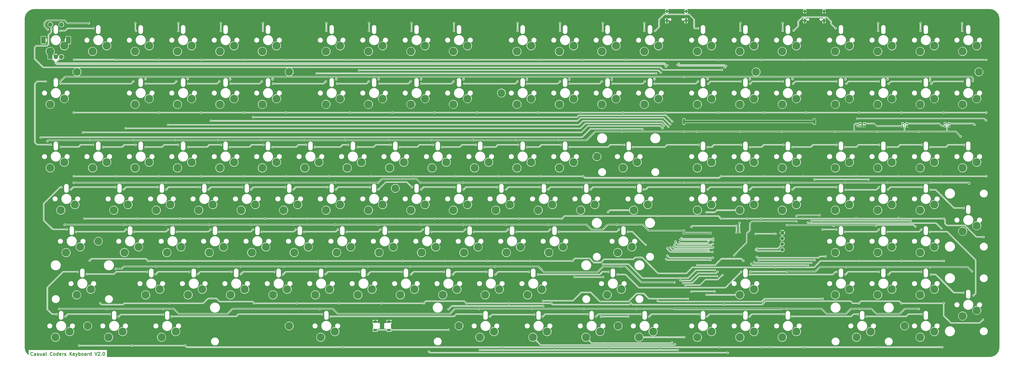
<source format=gbr>
%TF.GenerationSoftware,KiCad,Pcbnew,7.0.3*%
%TF.CreationDate,2023-05-24T16:07:10-04:00*%
%TF.ProjectId,100p-keebored,31303070-2d6b-4656-9562-6f7265642e6b,rev?*%
%TF.SameCoordinates,Original*%
%TF.FileFunction,Copper,L1,Top*%
%TF.FilePolarity,Positive*%
%FSLAX46Y46*%
G04 Gerber Fmt 4.6, Leading zero omitted, Abs format (unit mm)*
G04 Created by KiCad (PCBNEW 7.0.3) date 2023-05-24 16:07:10*
%MOMM*%
%LPD*%
G01*
G04 APERTURE LIST*
%ADD10C,0.300000*%
%TA.AperFunction,NonConductor*%
%ADD11C,0.300000*%
%TD*%
%TA.AperFunction,ComponentPad*%
%ADD12C,3.600000*%
%TD*%
%TA.AperFunction,ComponentPad*%
%ADD13C,3.500000*%
%TD*%
%TA.AperFunction,ComponentPad*%
%ADD14R,2.000000X2.000000*%
%TD*%
%TA.AperFunction,ComponentPad*%
%ADD15C,2.000000*%
%TD*%
%TA.AperFunction,ComponentPad*%
%ADD16R,2.000000X3.200000*%
%TD*%
%TA.AperFunction,SMDPad,CuDef*%
%ADD17R,0.700000X0.700000*%
%TD*%
%TA.AperFunction,SMDPad,CuDef*%
%ADD18R,1.800000X1.100000*%
%TD*%
%TA.AperFunction,ComponentPad*%
%ADD19R,1.700000X1.700000*%
%TD*%
%TA.AperFunction,ComponentPad*%
%ADD20C,1.700000*%
%TD*%
%TA.AperFunction,ComponentPad*%
%ADD21O,1.000000X1.600000*%
%TD*%
%TA.AperFunction,ComponentPad*%
%ADD22O,1.000000X2.100000*%
%TD*%
%TA.AperFunction,ViaPad*%
%ADD23C,0.600000*%
%TD*%
%TA.AperFunction,ViaPad*%
%ADD24C,0.800000*%
%TD*%
%TA.AperFunction,Conductor*%
%ADD25C,0.200000*%
%TD*%
%TA.AperFunction,Conductor*%
%ADD26C,0.189383*%
%TD*%
%TA.AperFunction,Conductor*%
%ADD27C,0.300000*%
%TD*%
%TA.AperFunction,Conductor*%
%ADD28C,0.250000*%
%TD*%
%TA.AperFunction,Conductor*%
%ADD29C,1.000000*%
%TD*%
%TA.AperFunction,Conductor*%
%ADD30C,0.500000*%
%TD*%
G04 APERTURE END LIST*
D10*
D11*
X64352853Y-218275771D02*
X64281425Y-218347200D01*
X64281425Y-218347200D02*
X64067139Y-218418628D01*
X64067139Y-218418628D02*
X63924282Y-218418628D01*
X63924282Y-218418628D02*
X63709996Y-218347200D01*
X63709996Y-218347200D02*
X63567139Y-218204342D01*
X63567139Y-218204342D02*
X63495710Y-218061485D01*
X63495710Y-218061485D02*
X63424282Y-217775771D01*
X63424282Y-217775771D02*
X63424282Y-217561485D01*
X63424282Y-217561485D02*
X63495710Y-217275771D01*
X63495710Y-217275771D02*
X63567139Y-217132914D01*
X63567139Y-217132914D02*
X63709996Y-216990057D01*
X63709996Y-216990057D02*
X63924282Y-216918628D01*
X63924282Y-216918628D02*
X64067139Y-216918628D01*
X64067139Y-216918628D02*
X64281425Y-216990057D01*
X64281425Y-216990057D02*
X64352853Y-217061485D01*
X65638568Y-218418628D02*
X65638568Y-217632914D01*
X65638568Y-217632914D02*
X65567139Y-217490057D01*
X65567139Y-217490057D02*
X65424282Y-217418628D01*
X65424282Y-217418628D02*
X65138568Y-217418628D01*
X65138568Y-217418628D02*
X64995710Y-217490057D01*
X65638568Y-218347200D02*
X65495710Y-218418628D01*
X65495710Y-218418628D02*
X65138568Y-218418628D01*
X65138568Y-218418628D02*
X64995710Y-218347200D01*
X64995710Y-218347200D02*
X64924282Y-218204342D01*
X64924282Y-218204342D02*
X64924282Y-218061485D01*
X64924282Y-218061485D02*
X64995710Y-217918628D01*
X64995710Y-217918628D02*
X65138568Y-217847200D01*
X65138568Y-217847200D02*
X65495710Y-217847200D01*
X65495710Y-217847200D02*
X65638568Y-217775771D01*
X66281425Y-218347200D02*
X66424282Y-218418628D01*
X66424282Y-218418628D02*
X66709996Y-218418628D01*
X66709996Y-218418628D02*
X66852853Y-218347200D01*
X66852853Y-218347200D02*
X66924282Y-218204342D01*
X66924282Y-218204342D02*
X66924282Y-218132914D01*
X66924282Y-218132914D02*
X66852853Y-217990057D01*
X66852853Y-217990057D02*
X66709996Y-217918628D01*
X66709996Y-217918628D02*
X66495711Y-217918628D01*
X66495711Y-217918628D02*
X66352853Y-217847200D01*
X66352853Y-217847200D02*
X66281425Y-217704342D01*
X66281425Y-217704342D02*
X66281425Y-217632914D01*
X66281425Y-217632914D02*
X66352853Y-217490057D01*
X66352853Y-217490057D02*
X66495711Y-217418628D01*
X66495711Y-217418628D02*
X66709996Y-217418628D01*
X66709996Y-217418628D02*
X66852853Y-217490057D01*
X68209997Y-217418628D02*
X68209997Y-218418628D01*
X67567139Y-217418628D02*
X67567139Y-218204342D01*
X67567139Y-218204342D02*
X67638568Y-218347200D01*
X67638568Y-218347200D02*
X67781425Y-218418628D01*
X67781425Y-218418628D02*
X67995711Y-218418628D01*
X67995711Y-218418628D02*
X68138568Y-218347200D01*
X68138568Y-218347200D02*
X68209997Y-218275771D01*
X69567140Y-218418628D02*
X69567140Y-217632914D01*
X69567140Y-217632914D02*
X69495711Y-217490057D01*
X69495711Y-217490057D02*
X69352854Y-217418628D01*
X69352854Y-217418628D02*
X69067140Y-217418628D01*
X69067140Y-217418628D02*
X68924282Y-217490057D01*
X69567140Y-218347200D02*
X69424282Y-218418628D01*
X69424282Y-218418628D02*
X69067140Y-218418628D01*
X69067140Y-218418628D02*
X68924282Y-218347200D01*
X68924282Y-218347200D02*
X68852854Y-218204342D01*
X68852854Y-218204342D02*
X68852854Y-218061485D01*
X68852854Y-218061485D02*
X68924282Y-217918628D01*
X68924282Y-217918628D02*
X69067140Y-217847200D01*
X69067140Y-217847200D02*
X69424282Y-217847200D01*
X69424282Y-217847200D02*
X69567140Y-217775771D01*
X70495711Y-218418628D02*
X70352854Y-218347200D01*
X70352854Y-218347200D02*
X70281425Y-218204342D01*
X70281425Y-218204342D02*
X70281425Y-216918628D01*
X73067139Y-218275771D02*
X72995711Y-218347200D01*
X72995711Y-218347200D02*
X72781425Y-218418628D01*
X72781425Y-218418628D02*
X72638568Y-218418628D01*
X72638568Y-218418628D02*
X72424282Y-218347200D01*
X72424282Y-218347200D02*
X72281425Y-218204342D01*
X72281425Y-218204342D02*
X72209996Y-218061485D01*
X72209996Y-218061485D02*
X72138568Y-217775771D01*
X72138568Y-217775771D02*
X72138568Y-217561485D01*
X72138568Y-217561485D02*
X72209996Y-217275771D01*
X72209996Y-217275771D02*
X72281425Y-217132914D01*
X72281425Y-217132914D02*
X72424282Y-216990057D01*
X72424282Y-216990057D02*
X72638568Y-216918628D01*
X72638568Y-216918628D02*
X72781425Y-216918628D01*
X72781425Y-216918628D02*
X72995711Y-216990057D01*
X72995711Y-216990057D02*
X73067139Y-217061485D01*
X73924282Y-218418628D02*
X73781425Y-218347200D01*
X73781425Y-218347200D02*
X73709996Y-218275771D01*
X73709996Y-218275771D02*
X73638568Y-218132914D01*
X73638568Y-218132914D02*
X73638568Y-217704342D01*
X73638568Y-217704342D02*
X73709996Y-217561485D01*
X73709996Y-217561485D02*
X73781425Y-217490057D01*
X73781425Y-217490057D02*
X73924282Y-217418628D01*
X73924282Y-217418628D02*
X74138568Y-217418628D01*
X74138568Y-217418628D02*
X74281425Y-217490057D01*
X74281425Y-217490057D02*
X74352854Y-217561485D01*
X74352854Y-217561485D02*
X74424282Y-217704342D01*
X74424282Y-217704342D02*
X74424282Y-218132914D01*
X74424282Y-218132914D02*
X74352854Y-218275771D01*
X74352854Y-218275771D02*
X74281425Y-218347200D01*
X74281425Y-218347200D02*
X74138568Y-218418628D01*
X74138568Y-218418628D02*
X73924282Y-218418628D01*
X75709997Y-218418628D02*
X75709997Y-216918628D01*
X75709997Y-218347200D02*
X75567139Y-218418628D01*
X75567139Y-218418628D02*
X75281425Y-218418628D01*
X75281425Y-218418628D02*
X75138568Y-218347200D01*
X75138568Y-218347200D02*
X75067139Y-218275771D01*
X75067139Y-218275771D02*
X74995711Y-218132914D01*
X74995711Y-218132914D02*
X74995711Y-217704342D01*
X74995711Y-217704342D02*
X75067139Y-217561485D01*
X75067139Y-217561485D02*
X75138568Y-217490057D01*
X75138568Y-217490057D02*
X75281425Y-217418628D01*
X75281425Y-217418628D02*
X75567139Y-217418628D01*
X75567139Y-217418628D02*
X75709997Y-217490057D01*
X76995711Y-218347200D02*
X76852854Y-218418628D01*
X76852854Y-218418628D02*
X76567140Y-218418628D01*
X76567140Y-218418628D02*
X76424282Y-218347200D01*
X76424282Y-218347200D02*
X76352854Y-218204342D01*
X76352854Y-218204342D02*
X76352854Y-217632914D01*
X76352854Y-217632914D02*
X76424282Y-217490057D01*
X76424282Y-217490057D02*
X76567140Y-217418628D01*
X76567140Y-217418628D02*
X76852854Y-217418628D01*
X76852854Y-217418628D02*
X76995711Y-217490057D01*
X76995711Y-217490057D02*
X77067140Y-217632914D01*
X77067140Y-217632914D02*
X77067140Y-217775771D01*
X77067140Y-217775771D02*
X76352854Y-217918628D01*
X77709996Y-218418628D02*
X77709996Y-217418628D01*
X77709996Y-217704342D02*
X77781425Y-217561485D01*
X77781425Y-217561485D02*
X77852854Y-217490057D01*
X77852854Y-217490057D02*
X77995711Y-217418628D01*
X77995711Y-217418628D02*
X78138568Y-217418628D01*
X78567139Y-218347200D02*
X78709996Y-218418628D01*
X78709996Y-218418628D02*
X78995710Y-218418628D01*
X78995710Y-218418628D02*
X79138567Y-218347200D01*
X79138567Y-218347200D02*
X79209996Y-218204342D01*
X79209996Y-218204342D02*
X79209996Y-218132914D01*
X79209996Y-218132914D02*
X79138567Y-217990057D01*
X79138567Y-217990057D02*
X78995710Y-217918628D01*
X78995710Y-217918628D02*
X78781425Y-217918628D01*
X78781425Y-217918628D02*
X78638567Y-217847200D01*
X78638567Y-217847200D02*
X78567139Y-217704342D01*
X78567139Y-217704342D02*
X78567139Y-217632914D01*
X78567139Y-217632914D02*
X78638567Y-217490057D01*
X78638567Y-217490057D02*
X78781425Y-217418628D01*
X78781425Y-217418628D02*
X78995710Y-217418628D01*
X78995710Y-217418628D02*
X79138567Y-217490057D01*
X80995710Y-218418628D02*
X80995710Y-216918628D01*
X81852853Y-218418628D02*
X81209996Y-217561485D01*
X81852853Y-216918628D02*
X80995710Y-217775771D01*
X83067139Y-218347200D02*
X82924282Y-218418628D01*
X82924282Y-218418628D02*
X82638568Y-218418628D01*
X82638568Y-218418628D02*
X82495710Y-218347200D01*
X82495710Y-218347200D02*
X82424282Y-218204342D01*
X82424282Y-218204342D02*
X82424282Y-217632914D01*
X82424282Y-217632914D02*
X82495710Y-217490057D01*
X82495710Y-217490057D02*
X82638568Y-217418628D01*
X82638568Y-217418628D02*
X82924282Y-217418628D01*
X82924282Y-217418628D02*
X83067139Y-217490057D01*
X83067139Y-217490057D02*
X83138568Y-217632914D01*
X83138568Y-217632914D02*
X83138568Y-217775771D01*
X83138568Y-217775771D02*
X82424282Y-217918628D01*
X83638567Y-217418628D02*
X83995710Y-218418628D01*
X84352853Y-217418628D02*
X83995710Y-218418628D01*
X83995710Y-218418628D02*
X83852853Y-218775771D01*
X83852853Y-218775771D02*
X83781424Y-218847200D01*
X83781424Y-218847200D02*
X83638567Y-218918628D01*
X84924281Y-218418628D02*
X84924281Y-216918628D01*
X84924281Y-217490057D02*
X85067139Y-217418628D01*
X85067139Y-217418628D02*
X85352853Y-217418628D01*
X85352853Y-217418628D02*
X85495710Y-217490057D01*
X85495710Y-217490057D02*
X85567139Y-217561485D01*
X85567139Y-217561485D02*
X85638567Y-217704342D01*
X85638567Y-217704342D02*
X85638567Y-218132914D01*
X85638567Y-218132914D02*
X85567139Y-218275771D01*
X85567139Y-218275771D02*
X85495710Y-218347200D01*
X85495710Y-218347200D02*
X85352853Y-218418628D01*
X85352853Y-218418628D02*
X85067139Y-218418628D01*
X85067139Y-218418628D02*
X84924281Y-218347200D01*
X86495710Y-218418628D02*
X86352853Y-218347200D01*
X86352853Y-218347200D02*
X86281424Y-218275771D01*
X86281424Y-218275771D02*
X86209996Y-218132914D01*
X86209996Y-218132914D02*
X86209996Y-217704342D01*
X86209996Y-217704342D02*
X86281424Y-217561485D01*
X86281424Y-217561485D02*
X86352853Y-217490057D01*
X86352853Y-217490057D02*
X86495710Y-217418628D01*
X86495710Y-217418628D02*
X86709996Y-217418628D01*
X86709996Y-217418628D02*
X86852853Y-217490057D01*
X86852853Y-217490057D02*
X86924282Y-217561485D01*
X86924282Y-217561485D02*
X86995710Y-217704342D01*
X86995710Y-217704342D02*
X86995710Y-218132914D01*
X86995710Y-218132914D02*
X86924282Y-218275771D01*
X86924282Y-218275771D02*
X86852853Y-218347200D01*
X86852853Y-218347200D02*
X86709996Y-218418628D01*
X86709996Y-218418628D02*
X86495710Y-218418628D01*
X88281425Y-218418628D02*
X88281425Y-217632914D01*
X88281425Y-217632914D02*
X88209996Y-217490057D01*
X88209996Y-217490057D02*
X88067139Y-217418628D01*
X88067139Y-217418628D02*
X87781425Y-217418628D01*
X87781425Y-217418628D02*
X87638567Y-217490057D01*
X88281425Y-218347200D02*
X88138567Y-218418628D01*
X88138567Y-218418628D02*
X87781425Y-218418628D01*
X87781425Y-218418628D02*
X87638567Y-218347200D01*
X87638567Y-218347200D02*
X87567139Y-218204342D01*
X87567139Y-218204342D02*
X87567139Y-218061485D01*
X87567139Y-218061485D02*
X87638567Y-217918628D01*
X87638567Y-217918628D02*
X87781425Y-217847200D01*
X87781425Y-217847200D02*
X88138567Y-217847200D01*
X88138567Y-217847200D02*
X88281425Y-217775771D01*
X88995710Y-218418628D02*
X88995710Y-217418628D01*
X88995710Y-217704342D02*
X89067139Y-217561485D01*
X89067139Y-217561485D02*
X89138568Y-217490057D01*
X89138568Y-217490057D02*
X89281425Y-217418628D01*
X89281425Y-217418628D02*
X89424282Y-217418628D01*
X90567139Y-218418628D02*
X90567139Y-216918628D01*
X90567139Y-218347200D02*
X90424281Y-218418628D01*
X90424281Y-218418628D02*
X90138567Y-218418628D01*
X90138567Y-218418628D02*
X89995710Y-218347200D01*
X89995710Y-218347200D02*
X89924281Y-218275771D01*
X89924281Y-218275771D02*
X89852853Y-218132914D01*
X89852853Y-218132914D02*
X89852853Y-217704342D01*
X89852853Y-217704342D02*
X89924281Y-217561485D01*
X89924281Y-217561485D02*
X89995710Y-217490057D01*
X89995710Y-217490057D02*
X90138567Y-217418628D01*
X90138567Y-217418628D02*
X90424281Y-217418628D01*
X90424281Y-217418628D02*
X90567139Y-217490057D01*
X92209996Y-216918628D02*
X92709996Y-218418628D01*
X92709996Y-218418628D02*
X93209996Y-216918628D01*
X93638567Y-217061485D02*
X93709995Y-216990057D01*
X93709995Y-216990057D02*
X93852853Y-216918628D01*
X93852853Y-216918628D02*
X94209995Y-216918628D01*
X94209995Y-216918628D02*
X94352853Y-216990057D01*
X94352853Y-216990057D02*
X94424281Y-217061485D01*
X94424281Y-217061485D02*
X94495710Y-217204342D01*
X94495710Y-217204342D02*
X94495710Y-217347200D01*
X94495710Y-217347200D02*
X94424281Y-217561485D01*
X94424281Y-217561485D02*
X93567138Y-218418628D01*
X93567138Y-218418628D02*
X94495710Y-218418628D01*
X95138566Y-218275771D02*
X95209995Y-218347200D01*
X95209995Y-218347200D02*
X95138566Y-218418628D01*
X95138566Y-218418628D02*
X95067138Y-218347200D01*
X95067138Y-218347200D02*
X95138566Y-218275771D01*
X95138566Y-218275771D02*
X95138566Y-218418628D01*
X96138567Y-216918628D02*
X96281424Y-216918628D01*
X96281424Y-216918628D02*
X96424281Y-216990057D01*
X96424281Y-216990057D02*
X96495710Y-217061485D01*
X96495710Y-217061485D02*
X96567138Y-217204342D01*
X96567138Y-217204342D02*
X96638567Y-217490057D01*
X96638567Y-217490057D02*
X96638567Y-217847200D01*
X96638567Y-217847200D02*
X96567138Y-218132914D01*
X96567138Y-218132914D02*
X96495710Y-218275771D01*
X96495710Y-218275771D02*
X96424281Y-218347200D01*
X96424281Y-218347200D02*
X96281424Y-218418628D01*
X96281424Y-218418628D02*
X96138567Y-218418628D01*
X96138567Y-218418628D02*
X95995710Y-218347200D01*
X95995710Y-218347200D02*
X95924281Y-218275771D01*
X95924281Y-218275771D02*
X95852852Y-218132914D01*
X95852852Y-218132914D02*
X95781424Y-217847200D01*
X95781424Y-217847200D02*
X95781424Y-217490057D01*
X95781424Y-217490057D02*
X95852852Y-217204342D01*
X95852852Y-217204342D02*
X95924281Y-217061485D01*
X95924281Y-217061485D02*
X95995710Y-216990057D01*
X95995710Y-216990057D02*
X96138567Y-216918628D01*
D12*
%TO.P,SW10,1,1*%
%TO.N,Net-(D10-A)*%
X259461000Y-79044800D03*
%TO.P,SW10,2,2*%
%TO.N,Col10*%
X253111000Y-81584800D03*
%TD*%
%TO.P,SW127,1,1*%
%TO.N,Net-(D127-A)*%
X407098500Y-207632300D03*
%TO.P,SW127,2,2*%
%TO.N,Col17*%
X400748500Y-210172300D03*
%TD*%
%TO.P,SW96,1,1*%
%TO.N,Net-(D96-A)*%
X333279750Y-169532300D03*
%TO.P,SW96,2,2*%
%TO.N,Col14*%
X326929750Y-172072300D03*
%TD*%
D13*
%TO.P,,1*%
%TO.N,N/C*%
X317563536Y-128892320D03*
%TD*%
D12*
%TO.P,SW78,1,1*%
%TO.N,Net-(D78-A)*%
X388048500Y-150482300D03*
%TO.P,SW78,2,2*%
%TO.N,Col16*%
X381698500Y-153022300D03*
%TD*%
%TO.P,SW115,1,1*%
%TO.N,Net-(D115-A)*%
X469011000Y-188582300D03*
%TO.P,SW115,2,2*%
%TO.N,Col20*%
X462661000Y-191122300D03*
%TD*%
%TO.P,SW73,1,1*%
%TO.N,Net-(D73-A)*%
X278511000Y-150482300D03*
%TO.P,SW73,2,2*%
%TO.N,Col11*%
X272161000Y-153022300D03*
%TD*%
%TO.P,SW50,1,1*%
%TO.N,Net-(D50-A)*%
X230886000Y-131432300D03*
%TO.P,SW50,2,2*%
%TO.N,Col9*%
X224536000Y-133972300D03*
%TD*%
D14*
%TO.P,SW130,A,A*%
%TO.N,enc-*%
X72176000Y-84004800D03*
D15*
%TO.P,SW130,B,B*%
%TO.N,enc+*%
X77176000Y-84004800D03*
%TO.P,SW130,C,C*%
%TO.N,GND*%
X74676000Y-84004800D03*
D16*
%TO.P,SW130,MP*%
%TO.N,N/C*%
X69076000Y-76504800D03*
X80276000Y-76504800D03*
D15*
%TO.P,SW130,S1,S1*%
%TO.N,sw1Out*%
X77176000Y-69504800D03*
%TO.P,SW130,S2,S2*%
%TO.N,Col1*%
X72176000Y-69504800D03*
%TD*%
D12*
%TO.P,SW69,1,1*%
%TO.N,Net-(D69-A)*%
X202311000Y-150482300D03*
%TO.P,SW69,2,2*%
%TO.N,Col7*%
X195961000Y-153022300D03*
%TD*%
%TO.P,SW19,1,1*%
%TO.N,Net-(D19-A)*%
X449961000Y-79044800D03*
%TO.P,SW19,2,2*%
%TO.N,Col19*%
X443611000Y-81584800D03*
%TD*%
%TO.P,SW125,1,1*%
%TO.N,Net-(D125-A)*%
X368998500Y-207632300D03*
%TO.P,SW125,2,2*%
%TO.N,Col15*%
X362648500Y-210172300D03*
%TD*%
%TO.P,SW76,1,1*%
%TO.N,Net-(D76-A)*%
X340423500Y-150482300D03*
%TO.P,SW76,2,2*%
%TO.N,Col14*%
X334073500Y-153022300D03*
%TD*%
%TO.P,SW4,1,1*%
%TO.N,Net-(D4-A)*%
X135636000Y-79044800D03*
%TO.P,SW4,2,2*%
%TO.N,Col4*%
X129286000Y-81584800D03*
%TD*%
D13*
%TO.P,,1*%
%TO.N,N/C*%
X489013392Y-90792352D03*
%TD*%
D12*
%TO.P,SW51,1,1*%
%TO.N,Net-(D51-A)*%
X249936000Y-131432300D03*
%TO.P,SW51,2,2*%
%TO.N,Col10*%
X243586000Y-133972300D03*
%TD*%
%TO.P,SW12,1,1*%
%TO.N,Net-(D12-A)*%
X307086000Y-79044800D03*
%TO.P,SW12,2,2*%
%TO.N,Col12*%
X300736000Y-81584800D03*
%TD*%
%TO.P,SW71,1,1*%
%TO.N,Net-(D71-A)*%
X240411000Y-150482300D03*
%TO.P,SW71,2,2*%
%TO.N,Col9*%
X234061000Y-153022300D03*
%TD*%
%TO.P,SW126,1,1*%
%TO.N,Net-(D126-A)*%
X388048500Y-207632300D03*
%TO.P,SW126,2,2*%
%TO.N,Col16*%
X381698500Y-210172300D03*
%TD*%
%TO.P,SW119,1,1*%
%TO.N,Net-(D119-A)*%
X128492250Y-207632300D03*
%TO.P,SW119,2,2*%
%TO.N,Col3*%
X122142250Y-210172300D03*
%TD*%
%TO.P,SW107,1,1*%
%TO.N,Net-(D107-A)*%
X235648500Y-188582300D03*
%TO.P,SW107,2,2*%
%TO.N,Col8*%
X229298500Y-191122300D03*
%TD*%
%TO.P,SW27,1,1*%
%TO.N,Net-(D27-A)*%
X202311000Y-102857300D03*
%TO.P,SW27,2,2*%
%TO.N,Col7*%
X195961000Y-105397300D03*
%TD*%
%TO.P,SW48,1,1*%
%TO.N,Net-(D48-A)*%
X192786000Y-131432300D03*
%TO.P,SW48,2,2*%
%TO.N,Col7*%
X186436000Y-133972300D03*
%TD*%
%TO.P,SW81,1,1*%
%TO.N,Net-(D81-A)*%
X449961000Y-150482300D03*
%TO.P,SW81,2,2*%
%TO.N,Col19*%
X443611000Y-153022300D03*
%TD*%
%TO.P,SW24,1,1*%
%TO.N,Net-(D24-A)*%
X135636000Y-102857300D03*
%TO.P,SW24,2,2*%
%TO.N,Col4*%
X129286000Y-105397300D03*
%TD*%
%TO.P,SW62,1,1*%
%TO.N,Net-(D62-A)*%
X488061000Y-131432300D03*
%TO.P,SW62,2,2*%
%TO.N,Col21*%
X481711000Y-133972300D03*
%TD*%
%TO.P,SW23,1,1*%
%TO.N,Net-(D23-A)*%
X116586000Y-102857300D03*
%TO.P,SW23,2,2*%
%TO.N,Col3*%
X110236000Y-105397300D03*
%TD*%
D17*
%TO.P,D131,1,VDD*%
%TO.N,extraUSBSense*%
X473810904Y-114054832D03*
%TO.P,D131,2,DOUT*%
%TO.N,Net-(D131-DOUT)*%
X473810904Y-115154832D03*
%TO.P,D131,3,VSS*%
%TO.N,GND*%
X475640904Y-115154832D03*
%TO.P,D131,4,DIN*%
%TO.N,/LEDs/LED_BR*%
X475640904Y-114054832D03*
%TD*%
D12*
%TO.P,SW88,1,1*%
%TO.N,Net-(D88-A)*%
X168973500Y-169532300D03*
%TO.P,SW88,2,2*%
%TO.N,Col5*%
X162623500Y-172072300D03*
%TD*%
%TO.P,SW105,1,1*%
%TO.N,Net-(D105-A)*%
X197548500Y-188582300D03*
%TO.P,SW105,2,2*%
%TO.N,Col6*%
X191198500Y-191122300D03*
%TD*%
%TO.P,SW8,1,1*%
%TO.N,Net-(D8-A)*%
X221361000Y-79044800D03*
%TO.P,SW8,2,2*%
%TO.N,Col8*%
X215011000Y-81584800D03*
%TD*%
%TO.P,SW117,1,1*%
%TO.N,Net-(D117-A)*%
X80867250Y-207632300D03*
%TO.P,SW117,2,2*%
%TO.N,Col1*%
X74517250Y-210172300D03*
%TD*%
%TO.P,SW79,1,1*%
%TO.N,Net-(D79-A)*%
X407098500Y-150482300D03*
%TO.P,SW79,2,2*%
%TO.N,Col17*%
X400748500Y-153022300D03*
%TD*%
D13*
%TO.P,,1*%
%TO.N,N/C*%
X179451152Y-205092256D03*
%TD*%
D12*
%TO.P,SW66,1,1*%
%TO.N,Net-(D66-A)*%
X145161000Y-150482300D03*
%TO.P,SW66,2,2*%
%TO.N,Col4*%
X138811000Y-153022300D03*
%TD*%
%TO.P,SW30,1,1*%
%TO.N,Net-(D30-A)*%
X259461000Y-102857300D03*
%TO.P,SW30,2,2*%
%TO.N,Col10*%
X253111000Y-105397300D03*
%TD*%
%TO.P,SW87,1,1*%
%TO.N,Net-(D87-A)*%
X149923500Y-169532300D03*
%TO.P,SW87,2,2*%
%TO.N,Col4*%
X143573500Y-172072300D03*
%TD*%
D13*
%TO.P,,1*%
%TO.N,N/C*%
X84201232Y-90792352D03*
%TD*%
D12*
%TO.P,SW68,1,1*%
%TO.N,Net-(D68-A)*%
X183261000Y-150482300D03*
%TO.P,SW68,2,2*%
%TO.N,Col6*%
X176911000Y-153022300D03*
%TD*%
%TO.P,SW15,1,1*%
%TO.N,Net-(D15-A)*%
X368998500Y-79044800D03*
%TO.P,SW15,2,2*%
%TO.N,Col15*%
X362648500Y-81584800D03*
%TD*%
%TO.P,SW25,1,1*%
%TO.N,Net-(D25-A)*%
X154686000Y-102857300D03*
%TO.P,SW25,2,2*%
%TO.N,Col5*%
X148336000Y-105397300D03*
%TD*%
%TO.P,SW89,1,1*%
%TO.N,Net-(D89-A)*%
X188023500Y-169532300D03*
%TO.P,SW89,2,2*%
%TO.N,Col6*%
X181673500Y-172072300D03*
%TD*%
%TO.P,SW39,1,1*%
%TO.N,Net-(D39-A)*%
X449961000Y-102857300D03*
%TO.P,SW39,2,2*%
%TO.N,Col19*%
X443611000Y-105397300D03*
%TD*%
%TO.P,SW102,1,1*%
%TO.N,Net-(D102-A)*%
X140398500Y-188582300D03*
%TO.P,SW102,2,2*%
%TO.N,Col3*%
X134048500Y-191122300D03*
%TD*%
%TO.P,SW70,1,1*%
%TO.N,Net-(D70-A)*%
X221361000Y-150482300D03*
%TO.P,SW70,2,2*%
%TO.N,Col8*%
X215011000Y-153022300D03*
%TD*%
D13*
%TO.P,,1*%
%TO.N,N/C*%
X274701072Y-100317344D03*
%TD*%
D12*
%TO.P,SW77,1,1*%
%TO.N,Net-(D77-A)*%
X368998500Y-150482300D03*
%TO.P,SW77,2,2*%
%TO.N,Col15*%
X362648500Y-153022300D03*
%TD*%
%TO.P,SW59,1,1*%
%TO.N,Net-(D59-A)*%
X430911000Y-131432300D03*
%TO.P,SW59,2,2*%
%TO.N,Col18*%
X424561000Y-133972300D03*
%TD*%
%TO.P,SW114,1,1*%
%TO.N,Net-(D114-A)*%
X449961000Y-188582300D03*
%TO.P,SW114,2,2*%
%TO.N,Col19*%
X443611000Y-191122300D03*
%TD*%
%TO.P,SW11,1,1*%
%TO.N,Net-(D11-A)*%
X288036000Y-79044800D03*
%TO.P,SW11,2,2*%
%TO.N,Col11*%
X281686000Y-81584800D03*
%TD*%
%TO.P,SW22,1,1*%
%TO.N,Net-(D22-A)*%
X78486000Y-102857300D03*
%TO.P,SW22,2,2*%
%TO.N,Col1*%
X72136000Y-105397300D03*
%TD*%
%TO.P,SW61,1,1*%
%TO.N,Net-(D61-A)*%
X469011000Y-131432300D03*
%TO.P,SW61,2,2*%
%TO.N,Col20*%
X462661000Y-133972300D03*
%TD*%
%TO.P,SW6,1,1*%
%TO.N,Net-(D6-A)*%
X173736000Y-79044800D03*
%TO.P,SW6,2,2*%
%TO.N,Col6*%
X167386000Y-81584800D03*
%TD*%
%TO.P,SW97,1,1*%
%TO.N,Net-(D97-A)*%
X430911000Y-169532300D03*
%TO.P,SW97,2,2*%
%TO.N,Col18*%
X424561000Y-172072300D03*
%TD*%
%TO.P,SW21,1,1*%
%TO.N,Net-(D21-A)*%
X488061000Y-79044800D03*
%TO.P,SW21,2,2*%
%TO.N,Col21*%
X481711000Y-81584800D03*
%TD*%
%TO.P,SW29,1,1*%
%TO.N,Net-(D29-A)*%
X240411000Y-102857300D03*
%TO.P,SW29,2,2*%
%TO.N,Col9*%
X234061000Y-105397300D03*
%TD*%
%TO.P,SW63,1,1*%
%TO.N,Net-(D63-A)*%
X83248500Y-150482300D03*
%TO.P,SW63,2,2*%
%TO.N,Col1*%
X76898500Y-153022300D03*
%TD*%
%TO.P,SW124,1,1*%
%TO.N,Net-(D124-A)*%
X342804750Y-207632300D03*
%TO.P,SW124,2,2*%
%TO.N,Col14*%
X336454750Y-210172300D03*
%TD*%
%TO.P,SW17,1,1*%
%TO.N,Net-(D17-A)*%
X407098500Y-79044800D03*
%TO.P,SW17,2,2*%
%TO.N,Col17*%
X400748500Y-81584800D03*
%TD*%
%TO.P,SW49,1,1*%
%TO.N,Net-(D49-A)*%
X211836000Y-131432300D03*
%TO.P,SW49,2,2*%
%TO.N,Col8*%
X205486000Y-133972300D03*
%TD*%
D13*
%TO.P,,1*%
%TO.N,N/C*%
X327088528Y-205092256D03*
%TD*%
D12*
%TO.P,SW122,1,1*%
%TO.N,Net-(D122-A)*%
X295179750Y-207632300D03*
%TO.P,SW122,2,2*%
%TO.N,Col11*%
X288829750Y-210172300D03*
%TD*%
%TO.P,SW16,1,1*%
%TO.N,Net-(D16-A)*%
X388048500Y-79044800D03*
%TO.P,SW16,2,2*%
%TO.N,Col16*%
X381698500Y-81584800D03*
%TD*%
%TO.P,SW120,1,1*%
%TO.N,Net-(D120-A)*%
X199929750Y-207632300D03*
%TO.P,SW120,2,2*%
%TO.N,Col6*%
X193579750Y-210172300D03*
%TD*%
%TO.P,SW26,1,1*%
%TO.N,Net-(D26-A)*%
X173736000Y-102857300D03*
%TO.P,SW26,2,2*%
%TO.N,Col6*%
X167386000Y-105397300D03*
%TD*%
%TO.P,SW82,1,1*%
%TO.N,Net-(D82-A)*%
X469011000Y-150482300D03*
%TO.P,SW82,2,2*%
%TO.N,Col20*%
X462661000Y-153022300D03*
%TD*%
%TO.P,SW58,1,1*%
%TO.N,Net-(D58-A)*%
X407098500Y-131432300D03*
%TO.P,SW58,2,2*%
%TO.N,Col17*%
X400748500Y-133972300D03*
%TD*%
%TO.P,SW86,1,1*%
%TO.N,Net-(D86-A)*%
X130873500Y-169532300D03*
%TO.P,SW86,2,2*%
%TO.N,Col3*%
X124523500Y-172072300D03*
%TD*%
%TO.P,SW84,1,1*%
%TO.N,Net-(D84-A)*%
X85629750Y-169532300D03*
%TO.P,SW84,2,2*%
%TO.N,Col1*%
X79279750Y-172072300D03*
%TD*%
%TO.P,SW37,1,1*%
%TO.N,Net-(D37-A)*%
X407098500Y-102857300D03*
%TO.P,SW37,2,2*%
%TO.N,Col17*%
X400748500Y-105397300D03*
%TD*%
%TO.P,SW90,1,1*%
%TO.N,Net-(D90-A)*%
X207073500Y-169532300D03*
%TO.P,SW90,2,2*%
%TO.N,Col7*%
X200723500Y-172072300D03*
%TD*%
%TO.P,SW9,1,1*%
%TO.N,Net-(D9-A)*%
X240411000Y-79044800D03*
%TO.P,SW9,2,2*%
%TO.N,Col9*%
X234061000Y-81584800D03*
%TD*%
%TO.P,SW18,1,1*%
%TO.N,Net-(D18-A)*%
X430911000Y-79044800D03*
%TO.P,SW18,2,2*%
%TO.N,Col18*%
X424561000Y-81584800D03*
%TD*%
%TO.P,SW35,1,1*%
%TO.N,Net-(D35-A)*%
X368998500Y-102857300D03*
%TO.P,SW35,2,2*%
%TO.N,Col15*%
X362648500Y-105397300D03*
%TD*%
%TO.P,SW34,1,1*%
%TO.N,Net-(D34-A)*%
X345186000Y-102857300D03*
%TO.P,SW34,2,2*%
%TO.N,Col14*%
X338836000Y-105397300D03*
%TD*%
%TO.P,SW121,1,1*%
%TO.N,Net-(D121-A)*%
X271367250Y-207632300D03*
%TO.P,SW121,2,2*%
%TO.N,Col10*%
X265017250Y-210172300D03*
%TD*%
%TO.P,SW46,1,1*%
%TO.N,Net-(D46-A)*%
X154686000Y-131432300D03*
%TO.P,SW46,2,2*%
%TO.N,Col5*%
X148336000Y-133972300D03*
%TD*%
%TO.P,SW74,1,1*%
%TO.N,Net-(D74-A)*%
X297561000Y-150482300D03*
%TO.P,SW74,2,2*%
%TO.N,Col12*%
X291211000Y-153022300D03*
%TD*%
%TO.P,SW47,1,1*%
%TO.N,Net-(D47-A)*%
X173736000Y-131432300D03*
%TO.P,SW47,2,2*%
%TO.N,Col6*%
X167386000Y-133972300D03*
%TD*%
%TO.P,SW80,1,1*%
%TO.N,Net-(D80-A)*%
X430911000Y-150482300D03*
%TO.P,SW80,2,2*%
%TO.N,Col18*%
X424561000Y-153022300D03*
%TD*%
%TO.P,SW32,1,1*%
%TO.N,Net-(D32-A)*%
X307086000Y-102857300D03*
%TO.P,SW32,2,2*%
%TO.N,Col12*%
X300736000Y-105397300D03*
%TD*%
%TO.P,SW110,1,1*%
%TO.N,Net-(D110-A)*%
X292798500Y-188582300D03*
%TO.P,SW110,2,2*%
%TO.N,Col11*%
X286448500Y-191122300D03*
%TD*%
D13*
%TO.P,,1*%
%TO.N,N/C*%
X88963728Y-205092256D03*
%TD*%
D12*
%TO.P,SW2,1,1*%
%TO.N,Net-(D2-A)*%
X97536000Y-79044800D03*
%TO.P,SW2,2,2*%
%TO.N,Col2*%
X91186000Y-81584800D03*
%TD*%
%TO.P,SW129,1,1*%
%TO.N,Net-(D129-A)*%
X469011000Y-207632300D03*
%TO.P,SW129,2,2*%
%TO.N,Col20*%
X462661000Y-210172300D03*
%TD*%
D17*
%TO.P,D132,1,VDD*%
%TO.N,extraUSBSense*%
X454760920Y-114054832D03*
%TO.P,D132,2,DOUT*%
%TO.N,Net-(D132-DOUT)*%
X454760920Y-115154832D03*
%TO.P,D132,3,VSS*%
%TO.N,GND*%
X456590920Y-115154832D03*
%TO.P,D132,4,DIN*%
%TO.N,Net-(D131-DOUT)*%
X456590920Y-114054832D03*
%TD*%
D12*
%TO.P,SW123,1,1*%
%TO.N,Net-(D123-A)*%
X318992250Y-207632300D03*
%TO.P,SW123,2,2*%
%TO.N,Col12*%
X312642250Y-210172300D03*
%TD*%
%TO.P,SW98,1,1*%
%TO.N,Net-(D98-A)*%
X449961000Y-169532300D03*
%TO.P,SW98,2,2*%
%TO.N,Col19*%
X443611000Y-172072300D03*
%TD*%
%TO.P,SW95,1,1*%
%TO.N,Net-(D95-A)*%
X302323500Y-169532300D03*
%TO.P,SW95,2,2*%
%TO.N,Col12*%
X295973500Y-172072300D03*
%TD*%
%TO.P,SW14,1,1*%
%TO.N,Net-(D14-A)*%
X345186000Y-79044800D03*
%TO.P,SW14,2,2*%
%TO.N,Col14*%
X338836000Y-81584800D03*
%TD*%
%TO.P,SW57,1,1*%
%TO.N,Net-(D57-A)*%
X388048500Y-131432300D03*
%TO.P,SW57,2,2*%
%TO.N,Col16*%
X381698500Y-133972300D03*
%TD*%
%TO.P,SW104,1,1*%
%TO.N,Net-(D104-A)*%
X178498500Y-188582300D03*
%TO.P,SW104,2,2*%
%TO.N,Col5*%
X172148500Y-191122300D03*
%TD*%
D13*
%TO.P,,1*%
%TO.N,N/C*%
X455675920Y-205092256D03*
%TD*%
D12*
%TO.P,SW13,1,1*%
%TO.N,Net-(D13-A)*%
X326136000Y-79044800D03*
%TO.P,SW13,2,2*%
%TO.N,Col13*%
X319786000Y-81584800D03*
%TD*%
%TO.P,SW112,1,1*%
%TO.N,Net-(D112-A)*%
X388048480Y-188582272D03*
%TO.P,SW112,2,2*%
%TO.N,Col16*%
X381698480Y-191122272D03*
%TD*%
%TO.P,SW100,1,1*%
%TO.N,Net-(D100-A)*%
X90392250Y-188582300D03*
%TO.P,SW100,2,2*%
%TO.N,Col1*%
X84042250Y-191122300D03*
%TD*%
D13*
%TO.P,,1*%
%TO.N,N/C*%
X93726224Y-166992288D03*
%TD*%
D12*
%TO.P,SW99,1,1*%
%TO.N,Net-(D99-A)*%
X469011000Y-169532300D03*
%TO.P,SW99,2,2*%
%TO.N,Col20*%
X462661000Y-172072300D03*
%TD*%
D17*
%TO.P,D133,1,VDD*%
%TO.N,extraUSBSense*%
X435710936Y-114054832D03*
%TO.P,D133,2,DOUT*%
%TO.N,/LEDs/LED_BK*%
X435710936Y-115154832D03*
%TO.P,D133,3,VSS*%
%TO.N,GND*%
X437540936Y-115154832D03*
%TO.P,D133,4,DIN*%
%TO.N,Net-(D132-DOUT)*%
X437540936Y-114054832D03*
%TD*%
D12*
%TO.P,SW45,1,1*%
%TO.N,Net-(D45-A)*%
X135636000Y-131432300D03*
%TO.P,SW45,2,2*%
%TO.N,Col4*%
X129286000Y-133972300D03*
%TD*%
%TO.P,SW5,1,1*%
%TO.N,Net-(D5-A)*%
X154686000Y-79044800D03*
%TO.P,SW5,2,2*%
%TO.N,Col5*%
X148336000Y-81584800D03*
%TD*%
%TO.P,SW94,1,1*%
%TO.N,Net-(D94-A)*%
X283273500Y-169532300D03*
%TO.P,SW94,2,2*%
%TO.N,Col11*%
X276923500Y-172072300D03*
%TD*%
%TO.P,SW101,1,1*%
%TO.N,Net-(D101-A)*%
X121348500Y-188582300D03*
%TO.P,SW101,2,2*%
%TO.N,Col2*%
X114998500Y-191122300D03*
%TD*%
D13*
%TO.P,,1*%
%TO.N,N/C*%
X227076112Y-143179808D03*
%TD*%
D12*
%TO.P,SW56,1,1*%
%TO.N,Net-(D56-A)*%
X368998500Y-131432300D03*
%TO.P,SW56,2,2*%
%TO.N,Col15*%
X362648500Y-133972300D03*
%TD*%
%TO.P,SW28,1,1*%
%TO.N,Net-(D28-A)*%
X221361000Y-102857300D03*
%TO.P,SW28,2,2*%
%TO.N,Col8*%
X215011000Y-105397300D03*
%TD*%
%TO.P,SW43,1,1*%
%TO.N,Net-(D43-A)*%
X97536000Y-131432300D03*
%TO.P,SW43,2,2*%
%TO.N,Col2*%
X91186000Y-133972300D03*
%TD*%
%TO.P,SW31,1,1*%
%TO.N,Net-(D31-A)*%
X288036000Y-102857300D03*
%TO.P,SW31,2,2*%
%TO.N,Col11*%
X281686000Y-105397300D03*
%TD*%
%TO.P,SW52,1,1*%
%TO.N,Net-(D52-A)*%
X268986000Y-131432300D03*
%TO.P,SW52,2,2*%
%TO.N,Col11*%
X262636000Y-133972300D03*
%TD*%
%TO.P,SW103,1,1*%
%TO.N,Net-(D103-A)*%
X159448500Y-188582300D03*
%TO.P,SW103,2,2*%
%TO.N,Col4*%
X153098500Y-191122300D03*
%TD*%
%TO.P,SW91,1,1*%
%TO.N,Net-(D91-A)*%
X226123500Y-169532300D03*
%TO.P,SW91,2,2*%
%TO.N,Col8*%
X219773500Y-172072300D03*
%TD*%
%TO.P,SW36,1,1*%
%TO.N,Net-(D36-A)*%
X388048500Y-102857300D03*
%TO.P,SW36,2,2*%
%TO.N,Col16*%
X381698500Y-105397300D03*
%TD*%
%TO.P,SW44,1,1*%
%TO.N,Net-(D44-A)*%
X116586000Y-131432300D03*
%TO.P,SW44,2,2*%
%TO.N,Col3*%
X110236000Y-133972300D03*
%TD*%
%TO.P,SW111,1,1*%
%TO.N,Net-(D111-A)*%
X328517250Y-188582300D03*
%TO.P,SW111,2,2*%
%TO.N,Col14*%
X322167250Y-191122300D03*
%TD*%
%TO.P,SW85,1,1*%
%TO.N,Net-(D85-A)*%
X111823500Y-169532300D03*
%TO.P,SW85,2,2*%
%TO.N,Col2*%
X105473500Y-172072300D03*
%TD*%
D13*
%TO.P,,1*%
%TO.N,N/C*%
X389000976Y-90792352D03*
%TD*%
D12*
%TO.P,SW54,1,1*%
%TO.N,Net-(D54-A)*%
X307086000Y-131432300D03*
%TO.P,SW54,2,2*%
%TO.N,Col13*%
X300736000Y-133972300D03*
%TD*%
%TO.P,SW41,1,1*%
%TO.N,Net-(D41-A)*%
X488061000Y-102857300D03*
%TO.P,SW41,2,2*%
%TO.N,Col21*%
X481711000Y-105397300D03*
%TD*%
%TO.P,SW93,1,1*%
%TO.N,Net-(D93-A)*%
X264223500Y-169532300D03*
%TO.P,SW93,2,2*%
%TO.N,Col10*%
X257873500Y-172072300D03*
%TD*%
%TO.P,SW118,1,1*%
%TO.N,Net-(D118-A)*%
X104679750Y-207632300D03*
%TO.P,SW118,2,2*%
%TO.N,Col2*%
X98329750Y-210172300D03*
%TD*%
%TO.P,SW75,1,1*%
%TO.N,Net-(D75-A)*%
X316611000Y-150482300D03*
%TO.P,SW75,2,2*%
%TO.N,Col13*%
X310261000Y-153022300D03*
%TD*%
D13*
%TO.P,,1*%
%TO.N,N/C*%
X179451152Y-90792352D03*
%TD*%
D12*
%TO.P,SW55,1,1*%
%TO.N,Net-(D55-A)*%
X335661000Y-131432300D03*
%TO.P,SW55,2,2*%
%TO.N,Col14*%
X329311000Y-133972300D03*
%TD*%
%TO.P,SW42,1,1*%
%TO.N,Net-(D42-A)*%
X78486000Y-131432300D03*
%TO.P,SW42,2,2*%
%TO.N,Col1*%
X72136000Y-133972300D03*
%TD*%
%TO.P,SW109,1,1*%
%TO.N,Net-(D109-A)*%
X273748500Y-188582300D03*
%TO.P,SW109,2,2*%
%TO.N,Col10*%
X267398500Y-191122300D03*
%TD*%
%TO.P,SW83,1,1*%
%TO.N,Net-(D83-A)*%
X488061000Y-160007300D03*
%TO.P,SW83,2,2*%
%TO.N,Col21*%
X481711000Y-162547300D03*
%TD*%
%TO.P,SW72,1,1*%
%TO.N,Net-(D72-A)*%
X259461000Y-150482300D03*
%TO.P,SW72,2,2*%
%TO.N,Col10*%
X253111000Y-153022300D03*
%TD*%
%TO.P,SW20,1,1*%
%TO.N,Net-(D20-A)*%
X469011000Y-79044800D03*
%TO.P,SW20,2,2*%
%TO.N,Col20*%
X462661000Y-81584800D03*
%TD*%
%TO.P,SW128,1,1*%
%TO.N,Net-(D128-A)*%
X440436000Y-207632300D03*
%TO.P,SW128,2,2*%
%TO.N,Col19*%
X434086000Y-210172300D03*
%TD*%
%TO.P,SW67,1,1*%
%TO.N,Net-(D67-A)*%
X164211000Y-150482300D03*
%TO.P,SW67,2,2*%
%TO.N,Col5*%
X157861000Y-153022300D03*
%TD*%
%TO.P,SW53,1,1*%
%TO.N,Net-(D53-A)*%
X288036000Y-131432300D03*
%TO.P,SW53,2,2*%
%TO.N,Col12*%
X281686000Y-133972300D03*
%TD*%
%TO.P,SW92,1,1*%
%TO.N,Net-(D92-A)*%
X245173500Y-169532300D03*
%TO.P,SW92,2,2*%
%TO.N,Col9*%
X238823500Y-172072300D03*
%TD*%
%TO.P,SW108,1,1*%
%TO.N,Net-(D108-A)*%
X254698500Y-188582300D03*
%TO.P,SW108,2,2*%
%TO.N,Col9*%
X248348500Y-191122300D03*
%TD*%
%TO.P,SW1,1,1*%
%TO.N,sw1Out*%
X78486000Y-79044800D03*
%TO.P,SW1,2,2*%
%TO.N,Col1*%
X72136000Y-81584800D03*
%TD*%
%TO.P,SW3,1,1*%
%TO.N,Net-(D3-A)*%
X116586000Y-79044800D03*
%TO.P,SW3,2,2*%
%TO.N,Col3*%
X110236000Y-81584800D03*
%TD*%
%TO.P,SW113,1,1*%
%TO.N,Net-(D113-A)*%
X430911000Y-188582300D03*
%TO.P,SW113,2,2*%
%TO.N,Col18*%
X424561000Y-191122300D03*
%TD*%
%TO.P,SW65,1,1*%
%TO.N,Net-(D65-A)*%
X126111000Y-150482300D03*
%TO.P,SW65,2,2*%
%TO.N,Col3*%
X119761000Y-153022300D03*
%TD*%
%TO.P,SW60,1,1*%
%TO.N,Net-(D60-A)*%
X449961000Y-131432300D03*
%TO.P,SW60,2,2*%
%TO.N,Col19*%
X443611000Y-133972300D03*
%TD*%
%TO.P,SW33,1,1*%
%TO.N,Net-(D33-A)*%
X326136000Y-102857300D03*
%TO.P,SW33,2,2*%
%TO.N,Col13*%
X319786000Y-105397300D03*
%TD*%
%TO.P,SW64,1,1*%
%TO.N,Net-(D64-A)*%
X107061000Y-150482300D03*
%TO.P,SW64,2,2*%
%TO.N,Col2*%
X100711000Y-153022300D03*
%TD*%
D18*
%TO.P,SW200,1,1*%
%TO.N,GND*%
X218022704Y-203242156D03*
X224222704Y-203242156D03*
%TO.P,SW200,2,2*%
%TO.N,RESET*%
X218022704Y-206942156D03*
X224222704Y-206942156D03*
%TD*%
D19*
%TO.P,J4,1,Pin_1*%
%TO.N,GND*%
X400748160Y-163182144D03*
D20*
%TO.P,J4,2,Pin_2*%
%TO.N,extraUSBSense*%
X400748160Y-165722144D03*
%TO.P,J4,3,Pin_3*%
%TO.N,SCL*%
X400748160Y-168262144D03*
%TO.P,J4,4,Pin_4*%
%TO.N,SDA*%
X400748160Y-170802144D03*
%TD*%
D12*
%TO.P,SW40,1,1*%
%TO.N,Net-(D40-A)*%
X469011000Y-102857300D03*
%TO.P,SW40,2,2*%
%TO.N,Col20*%
X462661000Y-105397300D03*
%TD*%
D13*
%TO.P,,1*%
%TO.N,N/C*%
X255651088Y-205092256D03*
%TD*%
D12*
%TO.P,SW116,1,1*%
%TO.N,Net-(D116-A)*%
X488061000Y-198107300D03*
%TO.P,SW116,2,2*%
%TO.N,Col21*%
X481711000Y-200647300D03*
%TD*%
%TO.P,SW106,1,1*%
%TO.N,Net-(D106-A)*%
X216598500Y-188582300D03*
%TO.P,SW106,2,2*%
%TO.N,Col7*%
X210248500Y-191122300D03*
%TD*%
%TO.P,SW38,1,1*%
%TO.N,Net-(D38-A)*%
X430911000Y-102857300D03*
%TO.P,SW38,2,2*%
%TO.N,Col18*%
X424561000Y-105397300D03*
%TD*%
%TO.P,SW7,1,1*%
%TO.N,Net-(D7-A)*%
X202311000Y-79044800D03*
%TO.P,SW7,2,2*%
%TO.N,Col7*%
X195961000Y-81584800D03*
%TD*%
D21*
%TO.P,J3,S1,SHIELD*%
%TO.N,GND*%
X410874750Y-63548550D03*
D22*
X410874750Y-67728550D03*
D21*
X419514750Y-63548550D03*
D22*
X419514750Y-67728550D03*
%TD*%
D21*
%TO.P,J2,S1,SHIELD*%
%TO.N,GND*%
X348962250Y-63548550D03*
D22*
X348962250Y-67728550D03*
D21*
X357602250Y-63548550D03*
D22*
X357602250Y-67728550D03*
%TD*%
D23*
%TO.N,*%
X124206000Y-143687800D03*
X139319000Y-142671800D03*
%TO.N,enc+*%
X349101043Y-87778957D03*
X355595721Y-165561479D03*
X369721390Y-165773564D03*
%TO.N,enc-*%
X354994679Y-166162521D03*
X369721390Y-166573564D03*
X348535357Y-88344643D03*
%TO.N,GND*%
X354126800Y-161544000D03*
X357581200Y-122783600D03*
X375462800Y-189611000D03*
X229209600Y-88036400D03*
X373684800Y-88950800D03*
X416576000Y-86334800D03*
X350367600Y-63550800D03*
X416496000Y-72564800D03*
X164160200Y-112039400D03*
X378180600Y-114249200D03*
X351688400Y-92252800D03*
X398697118Y-170850500D03*
X164134800Y-88036400D03*
X164211000Y-110159800D03*
X340106000Y-169240200D03*
X426476000Y-88944800D03*
X376682000Y-116840000D03*
X371449600Y-178003200D03*
X376402600Y-182499000D03*
X317093600Y-116992400D03*
X354330000Y-194767200D03*
X376885200Y-162610800D03*
X355295200Y-209219800D03*
X421132000Y-174802800D03*
X421030400Y-68072000D03*
X357428800Y-176149000D03*
X395859000Y-179628800D03*
X351713800Y-108458000D03*
X229209600Y-86055200D03*
X356057200Y-186842400D03*
X276860000Y-87985600D03*
X374853200Y-118465600D03*
X368426000Y-200944800D03*
X284937200Y-195460244D03*
X418856000Y-88664800D03*
X359079800Y-114223800D03*
X352457750Y-73973050D03*
X361950000Y-67919600D03*
X360756200Y-187248800D03*
X346608400Y-143611600D03*
X324510400Y-152349200D03*
X345363800Y-112115600D03*
X375132600Y-198729600D03*
X449859400Y-120777000D03*
X375361200Y-200710800D03*
X395833600Y-172313600D03*
X326186800Y-156210000D03*
X362056000Y-194794800D03*
X348742000Y-89204800D03*
X351383600Y-196291200D03*
X413054800Y-160553400D03*
X357657400Y-124358400D03*
X265887200Y-215290400D03*
X327609200Y-154940000D03*
X373075200Y-180187600D03*
X359206800Y-88925400D03*
X357378000Y-105206800D03*
X363321600Y-172618400D03*
X70104000Y-121107200D03*
X317786000Y-198664800D03*
X394335000Y-109880400D03*
X353136200Y-215290400D03*
X346557600Y-156286200D03*
X333806800Y-86106000D03*
X374853200Y-96062800D03*
X425272200Y-67564000D03*
X401929600Y-158750000D03*
X359765600Y-68122800D03*
X354152200Y-118338600D03*
X359054400Y-109829600D03*
X390057700Y-167223500D03*
X385622800Y-160629600D03*
X278130000Y-86207600D03*
X145059400Y-113715800D03*
X363118400Y-198221600D03*
X241909600Y-217525600D03*
X374853200Y-149250400D03*
X357479600Y-210921600D03*
X353923600Y-182524400D03*
X357378000Y-152196800D03*
X359054400Y-118414800D03*
X341636000Y-198824800D03*
X345389200Y-93954600D03*
X276809200Y-86207600D03*
X163931600Y-117043200D03*
X376631200Y-141681200D03*
X374853200Y-156108400D03*
X331622400Y-157937200D03*
X345440000Y-110896400D03*
X353060000Y-198221600D03*
X416626000Y-79924800D03*
X378434600Y-179527200D03*
X346049600Y-171856400D03*
X414096200Y-154406600D03*
X374853200Y-152349200D03*
X376936000Y-186994800D03*
X87655400Y-122656600D03*
X354126800Y-165963600D03*
X376732800Y-130454400D03*
X357530400Y-143611600D03*
X403733000Y-160604200D03*
D24*
X462178400Y-159766000D03*
D23*
X376682000Y-114198400D03*
X143078200Y-112191800D03*
X376682000Y-118465600D03*
X357378000Y-86156800D03*
X162560000Y-87985600D03*
X414655000Y-176225200D03*
X359079800Y-93726000D03*
X374853200Y-137058400D03*
X390372600Y-169621200D03*
X351688400Y-109880400D03*
X377063000Y-213944200D03*
X357581200Y-141655800D03*
X448868800Y-110439200D03*
X423748200Y-68859400D03*
X362000800Y-181051200D03*
X414528000Y-160502600D03*
X369036600Y-185953400D03*
X413893000Y-95834200D03*
X418916000Y-96774800D03*
X347395800Y-123977400D03*
D24*
X226009200Y-176987200D03*
D23*
X424662600Y-160655000D03*
X374853200Y-141681200D03*
X486613200Y-110413800D03*
X345084400Y-167792400D03*
X297180000Y-87985600D03*
X355828600Y-139522200D03*
X191058800Y-88087200D03*
X411378400Y-160578800D03*
X334518000Y-156210000D03*
X354533200Y-65786000D03*
X222453200Y-139750800D03*
X416052000Y-160553400D03*
X374853200Y-109880400D03*
X379399800Y-174218600D03*
X308559200Y-122377200D03*
X318516000Y-181305200D03*
X352196400Y-209397600D03*
X232003600Y-142392400D03*
X211531200Y-90754200D03*
X381533400Y-179324000D03*
X357428800Y-167030400D03*
X395782800Y-170840400D03*
X415186000Y-76444800D03*
X367416000Y-196254800D03*
X378129800Y-112064800D03*
X397154400Y-158877000D03*
X373811800Y-194741800D03*
X223469200Y-142697200D03*
X362153200Y-86918800D03*
X105384600Y-120853200D03*
X374853200Y-116840000D03*
X192582800Y-88036400D03*
X79375000Y-70789800D03*
X356311200Y-180238400D03*
X376682000Y-108458000D03*
X354736400Y-92252800D03*
X87706200Y-119024400D03*
X354380800Y-186232800D03*
X353796600Y-97053400D03*
X354152200Y-139547600D03*
X169926160Y-90792352D03*
X136588688Y-90792352D03*
X381736600Y-182778400D03*
X222402400Y-138328400D03*
X125857000Y-115392200D03*
X351409000Y-168275000D03*
X355854000Y-109931200D03*
X334518000Y-118414800D03*
X365736000Y-173024800D03*
X354152200Y-156210000D03*
X418846000Y-155702000D03*
X394970000Y-165201600D03*
X327596000Y-198664800D03*
X416356800Y-95808800D03*
X354212960Y-72226472D03*
X86004400Y-122605800D03*
X355854000Y-164744400D03*
X346583000Y-139522200D03*
X360639300Y-194767200D03*
D24*
X244449600Y-177088800D03*
D23*
X354152200Y-123012200D03*
X359054400Y-124358400D03*
X346964000Y-66751200D03*
X353060000Y-184150000D03*
X361797600Y-165227000D03*
X356057200Y-192176400D03*
X314960000Y-86156800D03*
X406196800Y-157378400D03*
X364947200Y-88849200D03*
X359029000Y-95402400D03*
X388518400Y-172821600D03*
X374853200Y-153720800D03*
X365876000Y-176644800D03*
X373557800Y-186283600D03*
X392074400Y-155854400D03*
X355955600Y-200964800D03*
X352427024Y-72226472D03*
X357723500Y-192278000D03*
X126238000Y-88036400D03*
X248310400Y-87985600D03*
X79375000Y-72567800D03*
X337870800Y-160426400D03*
X355828600Y-141706600D03*
X483590600Y-117932200D03*
X368757200Y-179324000D03*
X368808000Y-180644800D03*
X359054400Y-112039400D03*
X383997200Y-167436800D03*
X355146000Y-213814800D03*
X361848400Y-172694600D03*
X220624400Y-145288000D03*
X357378000Y-84632800D03*
X144780000Y-86106000D03*
X374853200Y-157581600D03*
X416255200Y-108432600D03*
X106857800Y-122580400D03*
X192532000Y-86106000D03*
X355219000Y-173355000D03*
X416229800Y-124764800D03*
X352457750Y-76641230D03*
X249580400Y-86207600D03*
X351688400Y-89154000D03*
D24*
X459841600Y-161594800D03*
D23*
X376682000Y-109829600D03*
X345236800Y-175107600D03*
X376580400Y-152298400D03*
X381914400Y-165709600D03*
X376682000Y-122885200D03*
X354330000Y-196392800D03*
X284911800Y-196759300D03*
X416382200Y-94005400D03*
X355346000Y-84632800D03*
X69799200Y-124561600D03*
X395833600Y-166573200D03*
D24*
X480364800Y-151231600D03*
D23*
X87731600Y-88087200D03*
X372491000Y-167792400D03*
X416433000Y-92252800D03*
X353060000Y-190093600D03*
X378282200Y-198678800D03*
X345211400Y-91211400D03*
X371957600Y-179374800D03*
X393700000Y-114249200D03*
X374853200Y-112115600D03*
X355854000Y-93980000D03*
D24*
X306120800Y-183286400D03*
D23*
X78359000Y-71678800D03*
X356108000Y-63550800D03*
X374853200Y-114249200D03*
X351432748Y-75351860D03*
X413946000Y-72504800D03*
X67056000Y-87731600D03*
X390550400Y-170840400D03*
X320090800Y-139446000D03*
X388747000Y-175869600D03*
X310362600Y-120853200D03*
X397129000Y-179501800D03*
X163880800Y-119126000D03*
X369112800Y-183438800D03*
X356616000Y-78790800D03*
X337210400Y-158800800D03*
X351891600Y-84531200D03*
X375589800Y-213893400D03*
X376682000Y-136652000D03*
X71628000Y-71170800D03*
X349402400Y-172262800D03*
X432841400Y-70459600D03*
X364642400Y-180644800D03*
X354212960Y-71184676D03*
X101854000Y-180136800D03*
X87528400Y-120853200D03*
X378180600Y-200609200D03*
X354152200Y-137820400D03*
D24*
X473557600Y-160172400D03*
D23*
X106934000Y-119100600D03*
X357378000Y-137464800D03*
X416280600Y-154406600D03*
X374853200Y-143560800D03*
X373557800Y-114249200D03*
X350596200Y-211759800D03*
X403529800Y-173761400D03*
X393725400Y-159562800D03*
X163957000Y-113665000D03*
X67259200Y-86055200D03*
X278130000Y-87985600D03*
X125780800Y-86106000D03*
X361899200Y-188772800D03*
X432435000Y-121158000D03*
X425424600Y-69850000D03*
X355854000Y-96672400D03*
X354380800Y-190093600D03*
X372872000Y-189534800D03*
X349148400Y-98120200D03*
X355828600Y-143611600D03*
X367411000Y-176225200D03*
X374853200Y-138480800D03*
X352806000Y-90525600D03*
X379272800Y-163017200D03*
X364642400Y-179384900D03*
X359079800Y-122885200D03*
X412851600Y-157632400D03*
X361289600Y-167030400D03*
X363296200Y-176123600D03*
X351688400Y-97739200D03*
X418746000Y-107894800D03*
X105232200Y-122605800D03*
X354025200Y-88696800D03*
X356666800Y-88950800D03*
X418916000Y-94084800D03*
D24*
X320903600Y-176225200D03*
D23*
X346354400Y-65125600D03*
X412696000Y-74404800D03*
X362000800Y-176225200D03*
D24*
X303834800Y-178257200D03*
X476656400Y-152196800D03*
D23*
X350621600Y-171069000D03*
X407136600Y-158902400D03*
X347802200Y-93903800D03*
X343839800Y-92278200D03*
X355828600Y-118389400D03*
X415137600Y-66954400D03*
X374853200Y-107950000D03*
X373456200Y-164541200D03*
X361035600Y-184099200D03*
X414121600Y-108458000D03*
X414096200Y-94107000D03*
X364845600Y-188696600D03*
X361899200Y-185521600D03*
X381609600Y-157378400D03*
X376936000Y-158242000D03*
X349961200Y-90525600D03*
X350012000Y-93726000D03*
X316433200Y-86055200D03*
X353441000Y-209321400D03*
X384479800Y-170307000D03*
D24*
X244500400Y-179832000D03*
D23*
X357555800Y-92125800D03*
X354330000Y-200660000D03*
X409321000Y-68072000D03*
X353110800Y-196342000D03*
X475081600Y-127965200D03*
X332716000Y-200614800D03*
X424713400Y-73406000D03*
X376936000Y-185242200D03*
X397230600Y-108407200D03*
X377164600Y-215646000D03*
X353355542Y-168716900D03*
X367726000Y-190354800D03*
X361848400Y-200507600D03*
X383235200Y-163601400D03*
X104876600Y-115773200D03*
X397154400Y-166624000D03*
X333095600Y-157124400D03*
X441579000Y-116179600D03*
X377545600Y-174193200D03*
X408914600Y-64414400D03*
X491566200Y-117500400D03*
X348513400Y-92075000D03*
X357378000Y-108508800D03*
X364693200Y-181914800D03*
X429742600Y-161747200D03*
X107061000Y-117221000D03*
X350774000Y-209346800D03*
X295910000Y-86106000D03*
X86258400Y-120853200D03*
X321183000Y-161975800D03*
X421132000Y-177342800D03*
X310032400Y-123444000D03*
X336576000Y-198574800D03*
X416001200Y-173685200D03*
X143459200Y-88036400D03*
X345135200Y-116992400D03*
X378688600Y-193268600D03*
X335127600Y-87985600D03*
X402107400Y-173736000D03*
X414147000Y-155879800D03*
X355092000Y-215976200D03*
X230581200Y-88036400D03*
X373532400Y-112064800D03*
X336245200Y-160274000D03*
X362000800Y-179374800D03*
X155638672Y-90792352D03*
X322986400Y-179273200D03*
X211632800Y-86055200D03*
X377723400Y-175488600D03*
X314960000Y-87985600D03*
D24*
X262534400Y-177139600D03*
D23*
X375361200Y-87122000D03*
X211632800Y-89382600D03*
X297281600Y-86106000D03*
X143510000Y-86106000D03*
X354152200Y-141808200D03*
X361848400Y-198170800D03*
X210032600Y-93827600D03*
X211480400Y-87985600D03*
X337464400Y-118567200D03*
X355904800Y-196392800D03*
X77216000Y-88087200D03*
X379145800Y-175463200D03*
X353339400Y-213842600D03*
X355828600Y-122961400D03*
X354152200Y-116941600D03*
X324510400Y-156210000D03*
X344881200Y-113334800D03*
X124256800Y-88036400D03*
X419608000Y-174802800D03*
X210083400Y-92202000D03*
X346278200Y-114554000D03*
X297027600Y-122224800D03*
X437642000Y-116535200D03*
X376732800Y-138480800D03*
X448589400Y-113436400D03*
X348234000Y-173558200D03*
X376682000Y-124383800D03*
X69469000Y-71170800D03*
X375513600Y-216458800D03*
X105105200Y-88087200D03*
X320141600Y-141782800D03*
X397129000Y-157403800D03*
X93726000Y-85902800D03*
X357606600Y-118440200D03*
X357378000Y-139496800D03*
X374853200Y-124510800D03*
X355828600Y-124333000D03*
X414070800Y-92176600D03*
X93726224Y-90792352D03*
X416306000Y-109829600D03*
X373862600Y-192481200D03*
X68681600Y-89306400D03*
X380009400Y-179527200D03*
X375488200Y-192506600D03*
D24*
X486562400Y-152247600D03*
D23*
X357378000Y-109778800D03*
X391998200Y-159004000D03*
X388467600Y-169621200D03*
X394360400Y-169291000D03*
X351840800Y-65836800D03*
X359054400Y-96748600D03*
X66446400Y-121869200D03*
X411073600Y-158851600D03*
X354152200Y-124256800D03*
X359029000Y-92227400D03*
X68580000Y-87426800D03*
X347421200Y-125298200D03*
X385292600Y-168173400D03*
X72085200Y-122478800D03*
D24*
X476199200Y-159004000D03*
D23*
X372592600Y-169367200D03*
X394944600Y-167995600D03*
X393649200Y-112090200D03*
X209778600Y-89992200D03*
X469925400Y-120751600D03*
X376580400Y-156108400D03*
X416153600Y-175082200D03*
X80391000Y-71805800D03*
X363575600Y-165176200D03*
X353287952Y-75215380D03*
X357378000Y-96824800D03*
X318426000Y-200764800D03*
X145084800Y-87985600D03*
D24*
X487019600Y-143408400D03*
D23*
X360629200Y-198424800D03*
X375615200Y-164617400D03*
X375615200Y-185064400D03*
X418616000Y-120574800D03*
X372440200Y-171805600D03*
X421436000Y-108054800D03*
X380060200Y-184277000D03*
X210108800Y-88036400D03*
X85877400Y-117500400D03*
X316230000Y-87985600D03*
X364388400Y-187096400D03*
X295757600Y-122224800D03*
X117538704Y-90792352D03*
X354152200Y-110896400D03*
X376732800Y-112115600D03*
X248259600Y-86258400D03*
X414248600Y-143433800D03*
X191058800Y-86106000D03*
X355854000Y-161442400D03*
X376580400Y-153924000D03*
X390321800Y-164795200D03*
X465912200Y-110540800D03*
X314198000Y-161975800D03*
X361289600Y-191389000D03*
X385851400Y-177571400D03*
X337642200Y-114554000D03*
X364947200Y-192176400D03*
X346633800Y-137668000D03*
X235712000Y-138328400D03*
X323189600Y-154432000D03*
X378053600Y-171399200D03*
X220573600Y-140919200D03*
X354152200Y-143306800D03*
X385699000Y-157632400D03*
X353441000Y-210921600D03*
X346557600Y-161493200D03*
X416509200Y-141605000D03*
X357378000Y-95300800D03*
X144907000Y-117094000D03*
X378231400Y-196392800D03*
D24*
X262534400Y-179781200D03*
D23*
X376631200Y-143560800D03*
X357759000Y-112090200D03*
X411988000Y-64389000D03*
X351383600Y-194767200D03*
X125857000Y-119405400D03*
X372516400Y-173939200D03*
D24*
X478129600Y-150622000D03*
D23*
X357378000Y-153974800D03*
X355854000Y-108508800D03*
X324459600Y-154178000D03*
X163931600Y-115366800D03*
X353796600Y-167462200D03*
X221132400Y-138328400D03*
X374853200Y-94081600D03*
X368386000Y-164804800D03*
X419608000Y-177342800D03*
X375513600Y-194767200D03*
X418490400Y-64439800D03*
X360639300Y-196392800D03*
X210058000Y-86055200D03*
X368833400Y-188696600D03*
X230581200Y-86055200D03*
X144907000Y-119227600D03*
X354152200Y-154965400D03*
X397179800Y-156006800D03*
X413054800Y-173685200D03*
X333857600Y-87985600D03*
X398627600Y-168859200D03*
X376682000Y-94234000D03*
X376682000Y-92100400D03*
D24*
X484784400Y-163474400D03*
D23*
X107391200Y-88036400D03*
X361645200Y-177673000D03*
X211531200Y-93802200D03*
X359206800Y-173355000D03*
X418084000Y-177342800D03*
X387146800Y-160705800D03*
X85090000Y-85902800D03*
X124460000Y-86106000D03*
X413842200Y-141579600D03*
X408203400Y-157657800D03*
X406044400Y-155930600D03*
X235508800Y-140258800D03*
X377774200Y-188950600D03*
X398475200Y-166344600D03*
X374726200Y-196443600D03*
X353949000Y-108305600D03*
X397154400Y-172262800D03*
X70485000Y-72313800D03*
X249580400Y-87985600D03*
X421132000Y-160604200D03*
X397154400Y-112064800D03*
D24*
X314452000Y-167487600D03*
D23*
X340004400Y-167843200D03*
X408533600Y-66040000D03*
X322326000Y-147370800D03*
X353949000Y-95199200D03*
X355346000Y-80568800D03*
X387223000Y-176250600D03*
X374853200Y-122936000D03*
X398449800Y-173710600D03*
X416052000Y-155930600D03*
X103632000Y-180136800D03*
X367538000Y-173177200D03*
X371094000Y-162077400D03*
D24*
X455879200Y-161340800D03*
D23*
X397154400Y-170840400D03*
X346608400Y-163017200D03*
X264236200Y-215315800D03*
D24*
X226009200Y-179679600D03*
D23*
X418806000Y-130004800D03*
X295910000Y-87985600D03*
X351561400Y-170307000D03*
X397154400Y-173736000D03*
X353110800Y-194767200D03*
X397205200Y-114274600D03*
X376682000Y-95808800D03*
X211658200Y-92202000D03*
X265582400Y-216535000D03*
X394716000Y-108381800D03*
X162458400Y-86055200D03*
X124079000Y-114173000D03*
X355854000Y-116916200D03*
D24*
X283413200Y-176987200D03*
D23*
X144957800Y-115392200D03*
X414045400Y-109880400D03*
X357581200Y-116789200D03*
X408203400Y-156006800D03*
X356260400Y-182473600D03*
X413181800Y-177419000D03*
X161848800Y-111201200D03*
X357835200Y-188544200D03*
X355828600Y-137591800D03*
X352602800Y-87401400D03*
X357708200Y-114274600D03*
X414502600Y-173685200D03*
X419506400Y-143383000D03*
X70485000Y-70027800D03*
X418084000Y-174802800D03*
X125806200Y-117221000D03*
X359029000Y-108458000D03*
X373613411Y-175468011D03*
X326339200Y-152349200D03*
X421496000Y-94214800D03*
X357378000Y-165201600D03*
X335178400Y-86106000D03*
X163880800Y-86106000D03*
X346608400Y-141706600D03*
X418616000Y-78524800D03*
X464845400Y-115798600D03*
X364236000Y-167030400D03*
X355752400Y-167081200D03*
X418776000Y-114284800D03*
X352196400Y-210820000D03*
X328879200Y-156210000D03*
X106680000Y-120853200D03*
X368858800Y-86969600D03*
D24*
X479653600Y-165506400D03*
X478637600Y-153111200D03*
D23*
X355346000Y-86156800D03*
X337616800Y-115773200D03*
X347319600Y-88138000D03*
X385267200Y-175742600D03*
X367426000Y-198764800D03*
X429086000Y-113474800D03*
X411505400Y-173685200D03*
X346583000Y-154863800D03*
X364636000Y-183984800D03*
X359054400Y-116916200D03*
X374294400Y-180797200D03*
X374853200Y-92303600D03*
X354126800Y-162915600D03*
%TO.N,Col1*%
X348615000Y-175006000D03*
X368528600Y-175387000D03*
X67868800Y-120294400D03*
X338048600Y-116535200D03*
%TO.N,RESET*%
X250901200Y-197561200D03*
X359943400Y-160502600D03*
X380187200Y-160121600D03*
X293420800Y-196113400D03*
X358368600Y-192887600D03*
X250901200Y-206857600D03*
X380187200Y-163017200D03*
X293420800Y-193802000D03*
%TO.N,D-*%
X353743108Y-87705893D03*
X374925957Y-88725643D03*
%TO.N,D+*%
X354344150Y-87104851D03*
X375491643Y-88159957D03*
%TO.N,LED Input*%
X373634000Y-89865200D03*
X72644000Y-71297800D03*
%TO.N,MOSI*%
X381584335Y-158756976D03*
X381660400Y-162915600D03*
%TO.N,Row1*%
X206551000Y-85323336D03*
X82861492Y-85285616D03*
X330376000Y-85323336D03*
X101800672Y-85323336D03*
X244676000Y-85323336D03*
X349426000Y-85323336D03*
X120904000Y-85323336D03*
X492325344Y-85323336D03*
X391151000Y-85323336D03*
X472026000Y-85323336D03*
X410151000Y-85323336D03*
X452976000Y-85323336D03*
X372051000Y-85323336D03*
X225626000Y-85323336D03*
X158926000Y-85323336D03*
X433826000Y-85323336D03*
X292276000Y-85323336D03*
X263701000Y-85323336D03*
X139954000Y-85323336D03*
X178001000Y-85323336D03*
X311326000Y-85323336D03*
%TO.N,Row2*%
X263725536Y-109135816D03*
X329209856Y-109135816D03*
X411362912Y-109135816D03*
X82750688Y-109135816D03*
X473275360Y-109135816D03*
X454225376Y-109135816D03*
X158950624Y-109135816D03*
X225625568Y-109135816D03*
X435175392Y-109135816D03*
X244675552Y-109135816D03*
X178000608Y-109135816D03*
X492325344Y-109135816D03*
X372072320Y-109135816D03*
X310159872Y-109135816D03*
X348259840Y-109135816D03*
X120850656Y-109135816D03*
X392312928Y-109135816D03*
X139900640Y-109135816D03*
X291109888Y-109135816D03*
X206575584Y-109135816D03*
%TO.N,Row3*%
X235126000Y-137710792D03*
X492325344Y-137710792D03*
X410101000Y-137710792D03*
X373262944Y-137710792D03*
X120826000Y-137710792D03*
X330784200Y-138454932D03*
X452951000Y-137710792D03*
X292301000Y-137710792D03*
X197051000Y-137710792D03*
X158926000Y-137710792D03*
X101776000Y-137710792D03*
X216101000Y-137710792D03*
X177976000Y-137710792D03*
X139901000Y-137710792D03*
X82750688Y-137710792D03*
X472026000Y-137710792D03*
X433901000Y-137710792D03*
X254201000Y-137710792D03*
X311350496Y-137710792D03*
X392301000Y-137710792D03*
X273251000Y-137710792D03*
%TO.N,Row4*%
X473275360Y-156760776D03*
X225626000Y-156760776D03*
X452932800Y-156565600D03*
X263751000Y-156760776D03*
X410101000Y-156760776D03*
X244676000Y-156760776D03*
X319684864Y-155570152D03*
X130376000Y-156760776D03*
X391051000Y-156760776D03*
X206576000Y-156760776D03*
X187526000Y-156760776D03*
X87513184Y-156760776D03*
X344687968Y-155570152D03*
X301825504Y-156760776D03*
X384962400Y-156760776D03*
X282776000Y-156760776D03*
X433901000Y-156616400D03*
X111326000Y-156760776D03*
X491134720Y-165095144D03*
X168476000Y-156760776D03*
X373262944Y-156760776D03*
X149426000Y-156760776D03*
%TO.N,Row5*%
X287551000Y-175810760D03*
X192301000Y-175810760D03*
X306588000Y-175810760D03*
X454225376Y-175810760D03*
X230401000Y-175810760D03*
X154201000Y-175810760D03*
X211326000Y-175810760D03*
X135151000Y-175810760D03*
X397662400Y-178714400D03*
X388874000Y-163677600D03*
X249426000Y-175810760D03*
X173226000Y-175810760D03*
X268501000Y-175810760D03*
X397814800Y-163677600D03*
X435175392Y-175810760D03*
X473275360Y-175810760D03*
X116088160Y-175810760D03*
X336905600Y-174320200D03*
X89894432Y-175661932D03*
%TO.N,SCL*%
X389458200Y-170230800D03*
%TO.N,SDA*%
X388874000Y-170830300D03*
%TO.N,Col16*%
X366725200Y-191109600D03*
X366725200Y-153949400D03*
%TO.N,Col18*%
X420243000Y-173786800D03*
X389331200Y-174040800D03*
%TO.N,Col19*%
X390171023Y-175508163D03*
X415239200Y-175514000D03*
X439420000Y-139192000D03*
X415213800Y-139192000D03*
%TO.N,Col20*%
X388137400Y-176403000D03*
X413816800Y-176682400D03*
X413816800Y-157835600D03*
X458470000Y-157759400D03*
%TO.N,Col21*%
X412267400Y-158597600D03*
X386816600Y-177139600D03*
X412267400Y-177698400D03*
X472211400Y-161188400D03*
%TO.N,Row7*%
X85131936Y-213910728D03*
X132756896Y-213910728D03*
X108944416Y-213910728D03*
X372518804Y-214654868D03*
X298700116Y-214654868D03*
X472531220Y-214654868D03*
X410618772Y-214654868D03*
X346325076Y-214654868D03*
X391568788Y-214654868D03*
X203599024Y-214654868D03*
X322661424Y-214654868D03*
X443956244Y-214654868D03*
X394893800Y-214654868D03*
X274887636Y-214654868D03*
%TO.N,Row6*%
X163713120Y-194860744D03*
X454225376Y-194860744D03*
X201803000Y-194860744D03*
X220863072Y-194860744D03*
X332781728Y-194860744D03*
X239913056Y-194860744D03*
X374726200Y-195456056D03*
X435175392Y-194860744D03*
X278013024Y-194860744D03*
X182763104Y-194860744D03*
X144663136Y-192777152D03*
X297063008Y-194860744D03*
X473275360Y-194860744D03*
X94656928Y-194860744D03*
X258963040Y-194860744D03*
X490837064Y-202302144D03*
X125613152Y-194860744D03*
X392312928Y-194860744D03*
%TO.N,Col15*%
X383286000Y-175717200D03*
X362648500Y-177698400D03*
%TO.N,extraUSBSense*%
X238379000Y-159562800D03*
X196088000Y-72313800D03*
X429133000Y-94157800D03*
X124079000Y-159562800D03*
X82677000Y-140639800D03*
X400913600Y-72288400D03*
X276479000Y-140639800D03*
X300990000Y-72313800D03*
X195834000Y-178358800D03*
X338836000Y-72313800D03*
D24*
X356616000Y-163322000D03*
D23*
X253365000Y-72313800D03*
X352298000Y-185470800D03*
X219329000Y-140639800D03*
X89535000Y-68884800D03*
X214757000Y-178358800D03*
X110363000Y-68884800D03*
X215265000Y-72313800D03*
X89916000Y-121513600D03*
X181229000Y-140639800D03*
X200279000Y-159562800D03*
X381965200Y-68884800D03*
X486283000Y-94919800D03*
X143129000Y-159562800D03*
X196088000Y-68884800D03*
X78613000Y-159562800D03*
X129667000Y-68884800D03*
X328168000Y-178358800D03*
X200152000Y-140639800D03*
X288544000Y-197408800D03*
X157607000Y-178358800D03*
X281940000Y-68884800D03*
X162179000Y-140639800D03*
X402844000Y-180644800D03*
X314579000Y-140639800D03*
X367284000Y-94030800D03*
X124079000Y-140639800D03*
X234315000Y-68884800D03*
D24*
X484632000Y-140919200D03*
D23*
X243230400Y-121513600D03*
X335280000Y-197408800D03*
X467106000Y-94792800D03*
X143129000Y-140639800D03*
X448056000Y-94157800D03*
X257429000Y-159562800D03*
X467106000Y-178612800D03*
X381635000Y-117652800D03*
X300253400Y-121513600D03*
X362458000Y-117652800D03*
X381000000Y-197408800D03*
X381914400Y-72288400D03*
D24*
X415188400Y-113995200D03*
D23*
X238633000Y-94157800D03*
X286131000Y-94284800D03*
X402844000Y-197408800D03*
X429387000Y-178612800D03*
X320167000Y-72313800D03*
X295656000Y-159562800D03*
X181356000Y-159562800D03*
X105029000Y-140639800D03*
X428879000Y-140639800D03*
D24*
X415188400Y-112318800D03*
D23*
X171958000Y-94157800D03*
X443788800Y-68884800D03*
X366903000Y-140639800D03*
X271780000Y-178358800D03*
X110617000Y-72313800D03*
X70866000Y-121996200D03*
X281940000Y-72313800D03*
X462026000Y-117652800D03*
X292608000Y-179628800D03*
X443788800Y-72288400D03*
X338328000Y-140639800D03*
X215265000Y-68884800D03*
X166928800Y-121513600D03*
X148717000Y-68884800D03*
X442722000Y-159918400D03*
X485902000Y-180517800D03*
X386207000Y-94157800D03*
X424434000Y-117652800D03*
X219202000Y-159562800D03*
X176911000Y-178358800D03*
X133858000Y-94030800D03*
X328930000Y-117652800D03*
X109372400Y-121513600D03*
X276733000Y-159562800D03*
X460552800Y-160375600D03*
X467106000Y-140639800D03*
X101600000Y-179374800D03*
X300990000Y-68884800D03*
D24*
X368452400Y-163322000D03*
D23*
X76200000Y-197408800D03*
D24*
X356616000Y-112293400D03*
D23*
X352298000Y-197408800D03*
X356616000Y-93014800D03*
X343408000Y-94157800D03*
X338836000Y-68884800D03*
X238379000Y-140639800D03*
X76835000Y-94919800D03*
X320167000Y-68884800D03*
X356616000Y-162229800D03*
X219583000Y-94157800D03*
X257683000Y-94157800D03*
X193040000Y-197408800D03*
X147472400Y-121513600D03*
X400304000Y-197408800D03*
X435610000Y-197408800D03*
X97790000Y-197408800D03*
X402844000Y-159689800D03*
X257429000Y-140639800D03*
X162052000Y-159562800D03*
X326390000Y-159562800D03*
X138684000Y-178358800D03*
X405384000Y-94030800D03*
X122936000Y-197408800D03*
X405003000Y-140639800D03*
X233680000Y-178358800D03*
X167640000Y-68884800D03*
X462026000Y-197408800D03*
X105029000Y-159562800D03*
D24*
X415188400Y-113157000D03*
D23*
X148717000Y-72313800D03*
X152908000Y-94157800D03*
X264668000Y-197408800D03*
X481482400Y-72288400D03*
X129667000Y-72313800D03*
X224028000Y-121513600D03*
X186182000Y-121513600D03*
X386486400Y-180644800D03*
X400913600Y-68884800D03*
X324231000Y-94284800D03*
X200533000Y-94157800D03*
X305181000Y-94284800D03*
X295529000Y-140639800D03*
X356616000Y-140665200D03*
D24*
X356616000Y-114020600D03*
D23*
X480822000Y-119811800D03*
X252603000Y-178358800D03*
X385953000Y-140639800D03*
X400431000Y-117652800D03*
X447929000Y-140639800D03*
X443230000Y-117652800D03*
X204470000Y-121513600D03*
X462838800Y-68884800D03*
X311658000Y-197408800D03*
X234315000Y-72313800D03*
X462788000Y-72288400D03*
X262128000Y-121513600D03*
X356616000Y-117652800D03*
X423799000Y-160070800D03*
X253365000Y-68884800D03*
X362458000Y-197408800D03*
X167640000Y-72313800D03*
X481482400Y-68884800D03*
X119634000Y-178358800D03*
D24*
X356616000Y-113157000D03*
D23*
X128270000Y-121513600D03*
X71056500Y-71742300D03*
X114935000Y-94030800D03*
X447929000Y-178612800D03*
X281051000Y-121513600D03*
%TO.N,Col14*%
X331576000Y-200914800D03*
X319387250Y-200913550D03*
X359968800Y-189611000D03*
X356768400Y-210159600D03*
X322580000Y-153822400D03*
X370332000Y-189585600D03*
%TO.N,Col10*%
X357312305Y-186788874D03*
X265023600Y-215925400D03*
X373938800Y-182168800D03*
X353796600Y-215925400D03*
%TO.N,Col11*%
X356260400Y-185775600D03*
X352552000Y-213360000D03*
X371449600Y-182676800D03*
%TO.N,Col12*%
X371703600Y-180644800D03*
X351282000Y-212547200D03*
X355092000Y-184607200D03*
%TO.N,Col13*%
X320294000Y-183083200D03*
X320294000Y-177241200D03*
X354126800Y-183540400D03*
X370433600Y-179984400D03*
X307492400Y-183083200D03*
%TO.N,Col9*%
X242087400Y-216560400D03*
X376301000Y-217170000D03*
%TO.N,Col8*%
X346252800Y-91084400D03*
X367588800Y-167233600D03*
X354634800Y-167436800D03*
X210820000Y-90068400D03*
%TO.N,Col7*%
X369595400Y-168148000D03*
X191770000Y-91465400D03*
X344195400Y-91465400D03*
X352831400Y-167132000D03*
%TO.N,Col6*%
X351358200Y-113080800D03*
X352399600Y-168351200D03*
X368579400Y-169138600D03*
X163195000Y-111125000D03*
%TO.N,Col5*%
X351815400Y-169545000D03*
X369722400Y-169773600D03*
X350443800Y-114325400D03*
X144145000Y-112801400D03*
%TO.N,Col4*%
X125095000Y-114630200D03*
X349631000Y-115493800D03*
X367538000Y-170916600D03*
X350469200Y-169773600D03*
%TO.N,Col3*%
X369443000Y-171754800D03*
X349199200Y-170078400D03*
X106045000Y-116128800D03*
X347624400Y-115011200D03*
%TO.N,Col2*%
X349173800Y-173482000D03*
X369570000Y-174371000D03*
X346989400Y-116078000D03*
X86879816Y-118033800D03*
%TO.N,Net-(U1-PC6)*%
X379186000Y-173314800D03*
X407111200Y-155600400D03*
X417459000Y-155244800D03*
X407111200Y-158064200D03*
%TO.N,Net-(D244-DOUT)*%
X129540000Y-123621800D03*
X114935000Y-124637800D03*
%TO.N,Net-(D243-DOUT)*%
X110490000Y-123621800D03*
X95885000Y-124637800D03*
%TO.N,Net-(D252-DOUT)*%
X267081000Y-124637800D03*
X282194000Y-123621800D03*
%TO.N,Net-(D251-DOUT)*%
X263144000Y-123621800D03*
X248158000Y-124637800D03*
%TO.N,Net-(D250-DOUT)*%
X244094000Y-123621800D03*
X229108000Y-124637800D03*
%TO.N,Net-(D249-DOUT)*%
X225044000Y-123621800D03*
X210185000Y-124637800D03*
%TO.N,Net-(D248-DOUT)*%
X191008000Y-124637800D03*
X205867000Y-123621800D03*
%TO.N,Net-(D247-DOUT)*%
X186944000Y-123621800D03*
X171958000Y-124637800D03*
%TO.N,Net-(D246-DOUT)*%
X167894000Y-123621800D03*
X152908000Y-124637800D03*
%TO.N,Net-(D245-DOUT)*%
X148844000Y-123621800D03*
X134112000Y-124637800D03*
%TO.N,Net-(D253-DOUT)*%
X301371000Y-123621800D03*
X286258000Y-124637800D03*
%TO.N,Net-(D242-DOUT)*%
X91313000Y-123621800D03*
X76962000Y-124510800D03*
%TO.N,Net-(D241-DOUT)*%
X72390000Y-123494800D03*
X70104000Y-95046800D03*
%TO.N,Net-(D240-DOUT)*%
X76708000Y-96062800D03*
X109474000Y-95046800D03*
%TO.N,Net-(D239-DOUT)*%
X128778000Y-95046800D03*
X115062000Y-96062800D03*
%TO.N,Net-(D238-DOUT)*%
X134112000Y-96062800D03*
X148082000Y-95046800D03*
%TO.N,Net-(D237-DOUT)*%
X153162000Y-96062800D03*
X167132000Y-95046800D03*
%TO.N,Net-(D236-DOUT)*%
X172212000Y-96062800D03*
X195834000Y-95046800D03*
%TO.N,Net-(D235-DOUT)*%
X215138000Y-95046800D03*
X200914000Y-96062800D03*
%TO.N,Net-(D261-DOUT)*%
X467233000Y-124637800D03*
X482346000Y-123621800D03*
%TO.N,Net-(D270-DOUT)*%
X334645000Y-142671800D03*
X314706000Y-143687800D03*
%TO.N,Net-(D269-DOUT)*%
X338582000Y-143687800D03*
X363220000Y-142671800D03*
%TO.N,Net-(D268-DOUT)*%
X382270000Y-142671800D03*
X367284000Y-143687800D03*
%TO.N,Net-(D267-DOUT)*%
X386207000Y-143687800D03*
X401320000Y-142671800D03*
%TO.N,Net-(D266-DOUT)*%
X405384000Y-143687800D03*
X425069000Y-142671800D03*
%TO.N,Net-(D265-DOUT)*%
X444119000Y-142671800D03*
X429133000Y-143814800D03*
%TO.N,Net-(D264-DOUT)*%
X463296000Y-142671800D03*
X448183000Y-143687800D03*
%TO.N,Net-(D263-DOUT)*%
X467360000Y-143814800D03*
X482219000Y-152069800D03*
%TO.N,Net-(D234-DOUT)*%
X219964000Y-96062800D03*
X233934000Y-95046800D03*
%TO.N,Net-(D260-DOUT)*%
X463296000Y-123621800D03*
X448056000Y-124637800D03*
%TO.N,Net-(D259-DOUT)*%
X429006000Y-124637800D03*
X444246000Y-123621800D03*
%TO.N,Net-(D258-DOUT)*%
X425196000Y-123621800D03*
X405384000Y-124637800D03*
%TO.N,Net-(D257-DOUT)*%
X386207000Y-124637800D03*
X401320000Y-123621800D03*
%TO.N,Net-(D256-DOUT)*%
X367284000Y-124637800D03*
X382270000Y-123621800D03*
%TO.N,Net-(D255-DOUT)*%
X363220000Y-123621800D03*
X333756000Y-124637800D03*
%TO.N,Net-(D254-DOUT)*%
X329819000Y-123621800D03*
X305308000Y-124637800D03*
%TO.N,Net-(D217-DOUT)*%
X405892000Y-72186800D03*
X424688000Y-71170800D03*
%TO.N,Net-(D214-DOUT)*%
X343662000Y-72313800D03*
X362966000Y-71170800D03*
%TO.N,Net-(D201-DOUT)*%
X76708000Y-72313800D03*
X91567000Y-71170800D03*
%TO.N,Net-(D226-DOUT)*%
X386334000Y-96062800D03*
X401066000Y-95046800D03*
%TO.N,Net-(D225-DOUT)*%
X405638000Y-96062800D03*
X424942000Y-95046800D03*
%TO.N,Net-(D233-DOUT)*%
X253238000Y-95046800D03*
X238760000Y-96062800D03*
%TO.N,Net-(D232-DOUT)*%
X258064000Y-96062800D03*
X281940000Y-95046800D03*
%TO.N,Net-(D231-DOUT)*%
X286258000Y-96062800D03*
X300990000Y-95046800D03*
%TO.N,Net-(D230-DOUT)*%
X319786000Y-95046800D03*
X305308000Y-96062800D03*
%TO.N,Net-(D229-DOUT)*%
X324612000Y-96062800D03*
X339090000Y-95046800D03*
%TO.N,Net-(D228-DOUT)*%
X343408000Y-96062800D03*
X362966000Y-95046800D03*
%TO.N,Net-(D227-DOUT)*%
X367538000Y-96062800D03*
X382016000Y-95046800D03*
%TO.N,Net-(D328-DOUT)*%
X463296000Y-199821800D03*
X438531000Y-200837800D03*
%TO.N,Net-(D224-DOUT)*%
X429514000Y-96062800D03*
X443992000Y-95046800D03*
%TO.N,Net-(D223-DOUT)*%
X462940400Y-95046800D03*
X448462400Y-96113600D03*
%TO.N,Net-(D222-DOUT)*%
X467664800Y-96113600D03*
X481736400Y-95046800D03*
%TO.N,Net-(D315-DOUT)*%
X115570000Y-180771800D03*
X88519000Y-181787800D03*
%TO.N,Net-(D314-DOUT)*%
X119507000Y-181787800D03*
X134620000Y-180771800D03*
%TO.N,Net-(D301-DOUT)*%
X448437000Y-181914800D03*
X463169000Y-180771800D03*
%TO.N,Net-(D300-DOUT)*%
X467487000Y-181914800D03*
X481965000Y-190169800D03*
%TO.N,Net-(D302-DOUT)*%
X429133000Y-181914800D03*
X444119000Y-180771800D03*
%TO.N,Net-(D303-DOUT)*%
X386207000Y-181914800D03*
X425069000Y-180771800D03*
%TO.N,Net-(D304-DOUT)*%
X382270000Y-180771800D03*
X326771000Y-181914800D03*
%TO.N,Net-(D305-DOUT)*%
X322707000Y-180771800D03*
X291084000Y-181914800D03*
%TO.N,Net-(D306-DOUT)*%
X272034000Y-181914800D03*
X287020000Y-180771800D03*
%TO.N,Net-(D307-DOUT)*%
X267970000Y-180771800D03*
X252857000Y-181914800D03*
%TO.N,Net-(D308-DOUT)*%
X248793000Y-180771800D03*
X234061000Y-181914800D03*
%TO.N,Net-(D309-DOUT)*%
X214757000Y-181914800D03*
X229870000Y-180771800D03*
%TO.N,Net-(D310-DOUT)*%
X195707000Y-181787800D03*
X210820000Y-180771800D03*
%TO.N,Net-(D311-DOUT)*%
X176657000Y-181914800D03*
X191770000Y-180771800D03*
%TO.N,Net-(D312-DOUT)*%
X157734000Y-181787800D03*
X172720000Y-180771800D03*
%TO.N,Net-(D313-DOUT)*%
X138430000Y-181787800D03*
X153543000Y-180771800D03*
%TO.N,Net-(D272-DOUT)*%
X291846000Y-142671800D03*
X276733000Y-143687800D03*
%TO.N,Net-(D271-DOUT)*%
X310896000Y-142671800D03*
X295656000Y-143687800D03*
%TO.N,Net-(D316-DOUT)*%
X75057000Y-199821800D03*
X84455000Y-180771800D03*
%TO.N,Net-(D317-DOUT)*%
X78994000Y-200837800D03*
X98933000Y-199821800D03*
%TO.N,Net-(D318-DOUT)*%
X102870000Y-200837800D03*
X122809000Y-199948800D03*
%TO.N,Net-(D319-DOUT)*%
X194183000Y-199821800D03*
X126619000Y-200837800D03*
%TO.N,Net-(D320-DOUT)*%
X197993000Y-200837800D03*
X265684000Y-199821800D03*
%TO.N,Net-(D321-DOUT)*%
X289433000Y-199948800D03*
X269494000Y-200837800D03*
%TO.N,Net-(D322-DOUT)*%
X293243000Y-200837800D03*
X313309000Y-199821800D03*
%TO.N,Net-(D323-DOUT)*%
X337058000Y-199821800D03*
X317119000Y-200837800D03*
%TO.N,Net-(D324-DOUT)*%
X363347000Y-199821800D03*
X340995000Y-200837800D03*
%TO.N,Net-(D325-DOUT)*%
X382397000Y-199821800D03*
X367030000Y-200837800D03*
%TO.N,Net-(D326-DOUT)*%
X401447000Y-199821800D03*
X386080000Y-200837800D03*
%TO.N,Net-(D327-DOUT)*%
X434721000Y-199821800D03*
X405130000Y-200837800D03*
%TO.N,Net-(D286-DOUT)*%
X144145000Y-161721800D03*
X129032000Y-162737800D03*
%TO.N,Net-(D285-DOUT)*%
X125095000Y-161721800D03*
X109855000Y-162737800D03*
%TO.N,Net-(D281-DOUT)*%
X105156000Y-143687800D03*
X120396000Y-142671800D03*
%TO.N,/LEDs/LED_BK*%
X434517800Y-115138200D03*
X434517800Y-111836200D03*
X492302800Y-112623600D03*
%TO.N,Net-(D282-DOUT)*%
X81407000Y-143687800D03*
X101346000Y-142671800D03*
%TO.N,Net-(D283-DOUT)*%
X79629000Y-161594800D03*
X77216000Y-142671800D03*
%TO.N,Net-(D284-DOUT)*%
X83693000Y-162737800D03*
X106172000Y-161721800D03*
%TO.N,Net-(D279-DOUT)*%
X158369000Y-142671800D03*
X143256000Y-143687800D03*
%TO.N,Net-(D299-DOUT)*%
X486664000Y-191312800D03*
X467106000Y-162737800D03*
%TO.N,Net-(D278-DOUT)*%
X177546000Y-142671800D03*
X162306000Y-143687800D03*
%TO.N,Net-(D277-DOUT)*%
X196596000Y-142671800D03*
X181356000Y-143687800D03*
%TO.N,Net-(D276-DOUT)*%
X215646000Y-142671800D03*
X200406000Y-143687800D03*
%TO.N,Net-(D275-DOUT)*%
X234569000Y-142671800D03*
X219456000Y-143687800D03*
%TO.N,Net-(D274-DOUT)*%
X238633000Y-143687800D03*
X253619000Y-142671800D03*
%TO.N,Net-(D273-DOUT)*%
X272796000Y-142671800D03*
X257683000Y-143687800D03*
%TO.N,Net-(D287-DOUT)*%
X147955000Y-162737800D03*
X163195000Y-161721800D03*
%TO.N,Net-(D288-DOUT)*%
X182372000Y-161721800D03*
X167132000Y-162737800D03*
%TO.N,Net-(D289-DOUT)*%
X186182000Y-162737800D03*
X201295000Y-161721800D03*
%TO.N,Net-(D290-DOUT)*%
X220345000Y-161721800D03*
X205232000Y-162737800D03*
%TO.N,Net-(D291-DOUT)*%
X224282000Y-162737800D03*
X239395000Y-161721800D03*
%TO.N,Net-(D292-DOUT)*%
X258445000Y-161721800D03*
X243332000Y-162737800D03*
%TO.N,Net-(D293-DOUT)*%
X277622000Y-161721800D03*
X262382000Y-162737800D03*
%TO.N,Net-(D294-DOUT)*%
X296545000Y-161721800D03*
X281432000Y-162737800D03*
%TO.N,Net-(D295-DOUT)*%
X300482000Y-162737800D03*
X327406000Y-161721800D03*
%TO.N,Net-(D296-DOUT)*%
X344830400Y-193852800D03*
X339471000Y-168579800D03*
X418846000Y-192836800D03*
X425069000Y-161721800D03*
X331470000Y-162737800D03*
X418846000Y-161721800D03*
%TO.N,Net-(D297-DOUT)*%
X429006000Y-162737800D03*
X444119000Y-161721800D03*
%TO.N,Net-(D298-DOUT)*%
X448056000Y-162737800D03*
X463169000Y-161721800D03*
%TO.N,/LEDs/LED_BR*%
X487045000Y-114528600D03*
%TD*%
D25*
%TO.N,*%
X139319000Y-142671800D02*
X125222000Y-142671800D01*
X125222000Y-142671800D02*
X124206000Y-143687800D01*
%TO.N,enc+*%
X355699963Y-165948564D02*
X355595721Y-165844322D01*
X369721390Y-165773564D02*
X369546390Y-165948564D01*
X74901000Y-86279800D02*
X77176000Y-84004800D01*
D26*
X348846048Y-87778957D02*
X349101043Y-87778957D01*
D25*
X74901000Y-86622400D02*
X74901000Y-86279800D01*
X369546390Y-165948564D02*
X355699963Y-165948564D01*
X347971599Y-86897000D02*
X75175600Y-86897000D01*
D26*
X347971599Y-86904508D02*
X348846048Y-87778957D01*
D25*
X355595721Y-165844322D02*
X355595721Y-165561479D01*
X75175600Y-86897000D02*
X74901000Y-86622400D01*
D26*
X347971599Y-86897000D02*
X347971599Y-86904508D01*
D25*
%TO.N,enc-*%
X369721390Y-166573564D02*
X369546390Y-166398564D01*
X74451000Y-86279800D02*
X72176000Y-84004800D01*
X355277522Y-166162521D02*
X354994679Y-166162521D01*
D26*
X348535357Y-88089648D02*
X348535357Y-88344643D01*
D25*
X347785201Y-87347000D02*
X74989200Y-87347000D01*
D26*
X347785201Y-87347000D02*
X347792709Y-87347000D01*
X347792709Y-87347000D02*
X348535357Y-88089648D01*
D25*
X74989200Y-87347000D02*
X74451000Y-86808800D01*
X355513565Y-166398564D02*
X355277522Y-166162521D01*
X74451000Y-86808800D02*
X74451000Y-86279800D01*
X369546390Y-166398564D02*
X355513565Y-166398564D01*
%TO.N,Col1*%
X314706000Y-116382800D02*
X310845200Y-120243600D01*
X368528600Y-175387000D02*
X348996000Y-175387000D01*
X338048600Y-116535200D02*
X337896200Y-116382800D01*
X337896200Y-116382800D02*
X314706000Y-116382800D01*
X348996000Y-175387000D02*
X348615000Y-175006000D01*
X67919600Y-120243600D02*
X67868800Y-120294400D01*
X310845200Y-120243600D02*
X67919600Y-120243600D01*
%TO.N,RESET*%
X291744400Y-196113400D02*
X293420800Y-196113400D01*
X310540400Y-189966600D02*
X314833000Y-189966600D01*
X318998600Y-194132200D02*
X320802000Y-194132200D01*
X341045800Y-192887600D02*
X358368600Y-192887600D01*
X306705000Y-193802000D02*
X308711600Y-191795400D01*
X308711600Y-191795400D02*
X310540400Y-189966600D01*
X331698600Y-194132200D02*
X334314800Y-191516000D01*
X250816644Y-206942156D02*
X250901200Y-206857600D01*
X335356200Y-190474600D02*
X338632800Y-190474600D01*
D26*
X380187200Y-160121600D02*
X360324400Y-160121600D01*
D25*
X314833000Y-189966600D02*
X318998600Y-194132200D01*
X252349000Y-196113400D02*
X250901200Y-197561200D01*
X224222704Y-206942156D02*
X250816644Y-206942156D01*
X320802000Y-194132200D02*
X331698600Y-194132200D01*
X285648400Y-196113400D02*
X291744400Y-196113400D01*
X284327600Y-196113400D02*
X285648400Y-196113400D01*
X338632800Y-190474600D02*
X341045800Y-192887600D01*
X334314800Y-191516000D02*
X335356200Y-190474600D01*
X284327600Y-196113400D02*
X252349000Y-196113400D01*
D26*
X360324400Y-160121600D02*
X359943400Y-160502600D01*
X380187200Y-160121600D02*
X380187200Y-163017200D01*
D25*
X218022704Y-206942156D02*
X224222704Y-206942156D01*
X293420800Y-193802000D02*
X306705000Y-193802000D01*
D26*
%TO.N,D-*%
X353743108Y-87705893D02*
X354033459Y-87705893D01*
X374609801Y-88154492D02*
X374925957Y-88470648D01*
X374925957Y-88470648D02*
X374925957Y-88725643D01*
X354482058Y-88154492D02*
X374609801Y-88154492D01*
X354033459Y-87705893D02*
X354482058Y-88154492D01*
%TO.N,D+*%
X374791799Y-87715108D02*
X375236648Y-88159957D01*
X354344150Y-87104851D02*
X354344150Y-87395202D01*
X354344150Y-87395202D02*
X354664056Y-87715108D01*
X354664056Y-87715108D02*
X374791799Y-87715108D01*
X375236648Y-88159957D02*
X375491643Y-88159957D01*
D25*
%TO.N,LED Input*%
X71374000Y-78409800D02*
X71374000Y-74091800D01*
X65151000Y-79806800D02*
X65913000Y-79044800D01*
X65151000Y-84886800D02*
X65151000Y-79806800D01*
X347167200Y-89865200D02*
X345998800Y-88696800D01*
X72644000Y-72821800D02*
X72644000Y-71297800D01*
X345998800Y-88696800D02*
X68961000Y-88696800D01*
X68961000Y-88696800D02*
X65151000Y-84886800D01*
X373634000Y-89865200D02*
X347167200Y-89865200D01*
X65913000Y-79044800D02*
X70739000Y-79044800D01*
X71374000Y-74091800D02*
X72644000Y-72821800D01*
X70739000Y-79044800D02*
X71374000Y-78409800D01*
D26*
%TO.N,MOSI*%
X381660400Y-162915600D02*
X381584335Y-162839535D01*
X381584335Y-162839535D02*
X381584335Y-158756976D01*
D25*
%TO.N,Row1*%
X311326000Y-85323336D02*
X292276000Y-85323336D01*
X139954000Y-85323336D02*
X120904000Y-85323336D01*
X372051000Y-85323336D02*
X349426000Y-85323336D01*
X492325344Y-85323336D02*
X472026000Y-85323336D01*
X244676000Y-85323336D02*
X225626000Y-85323336D01*
X410151000Y-85323336D02*
X391151000Y-85323336D01*
X158926000Y-85323336D02*
X139954000Y-85323336D01*
X206551000Y-85323336D02*
X178001000Y-85323336D01*
X391151000Y-85323336D02*
X372051000Y-85323336D01*
X330376000Y-85323336D02*
X311326000Y-85323336D01*
X101762952Y-85285616D02*
X101800672Y-85323336D01*
X452976000Y-85323336D02*
X433826000Y-85323336D01*
X120904000Y-85323336D02*
X101800672Y-85323336D01*
X349426000Y-85323336D02*
X330376000Y-85323336D01*
X263701000Y-85323336D02*
X244676000Y-85323336D01*
X225626000Y-85323336D02*
X206551000Y-85323336D01*
X433826000Y-85323336D02*
X410151000Y-85323336D01*
X472026000Y-85323336D02*
X452976000Y-85323336D01*
X178001000Y-85323336D02*
X158926000Y-85323336D01*
X82861492Y-85285616D02*
X101762952Y-85285616D01*
X292276000Y-85323336D02*
X263701000Y-85323336D01*
%TO.N,Row2*%
X454225376Y-109135816D02*
X473275360Y-109135816D01*
X435175392Y-109135816D02*
X454225376Y-109135816D01*
X329209856Y-109135816D02*
X348259840Y-109135816D01*
X372072320Y-109135816D02*
X392312928Y-109135816D01*
X291109888Y-109135816D02*
X310159872Y-109135816D01*
X263725536Y-109135816D02*
X291109888Y-109135816D01*
X178000608Y-109135816D02*
X206575584Y-109135816D01*
X82750688Y-109135816D02*
X120850656Y-109135816D01*
X139900640Y-109135816D02*
X158950624Y-109135816D01*
X206575584Y-109135816D02*
X225625568Y-109135816D01*
X310159872Y-109135816D02*
X329209856Y-109135816D01*
X473275360Y-109135816D02*
X492325344Y-109135816D01*
X348259840Y-109135816D02*
X372072320Y-109135816D01*
X392312928Y-109135816D02*
X411362912Y-109135816D01*
X411362912Y-109135816D02*
X435175392Y-109135816D01*
X244675552Y-109135816D02*
X263725536Y-109135816D01*
X158950624Y-109135816D02*
X178000608Y-109135816D01*
X225625568Y-109135816D02*
X244675552Y-109135816D01*
X120850656Y-109135816D02*
X139900640Y-109135816D01*
%TO.N,Row3*%
X292301000Y-137710792D02*
X311350496Y-137710792D01*
X139901000Y-137710792D02*
X158926000Y-137710792D01*
X235126000Y-137710792D02*
X254201000Y-137710792D01*
X177976000Y-137710792D02*
X197051000Y-137710792D01*
X273251000Y-137710792D02*
X292301000Y-137710792D01*
X392301000Y-137710792D02*
X410101000Y-137710792D01*
X101776000Y-137710792D02*
X120826000Y-137710792D01*
X158926000Y-137710792D02*
X177976000Y-137710792D01*
X82750688Y-137710792D02*
X101776000Y-137710792D01*
X120826000Y-137710792D02*
X139901000Y-137710792D01*
X373262944Y-137710792D02*
X392301000Y-137710792D01*
X452951000Y-137710792D02*
X472026000Y-137710792D01*
X410101000Y-137710792D02*
X433901000Y-137710792D01*
X197051000Y-137710792D02*
X216101000Y-137710792D01*
X339181332Y-138454932D02*
X372518804Y-138454932D01*
X372518804Y-138454932D02*
X373262944Y-137710792D01*
X312094636Y-138454932D02*
X322661424Y-138454932D01*
X311350496Y-137710792D02*
X312094636Y-138454932D01*
X330784200Y-138454932D02*
X339181332Y-138454932D01*
X322661424Y-138454932D02*
X330784200Y-138454932D01*
X472026000Y-137710792D02*
X492325344Y-137710792D01*
X216101000Y-137710792D02*
X235126000Y-137710792D01*
X254201000Y-137710792D02*
X273251000Y-137710792D01*
X433901000Y-137710792D02*
X452951000Y-137710792D01*
%TO.N,Row4*%
X482854000Y-159943800D02*
X474759672Y-159943800D01*
X433756624Y-156760776D02*
X433901000Y-156616400D01*
X111326000Y-156760776D02*
X130376000Y-156760776D01*
X130376000Y-156760776D02*
X149426000Y-156760776D01*
X410101000Y-156760776D02*
X433756624Y-156760776D01*
X434045376Y-156760776D02*
X452737624Y-156760776D01*
X263751000Y-156760776D02*
X282776000Y-156760776D01*
X473870672Y-157356088D02*
X473275360Y-156760776D01*
X384962400Y-156760776D02*
X391051000Y-156760776D01*
X301825504Y-156760776D02*
X303016128Y-155570152D01*
X372072320Y-155570152D02*
X373262944Y-156760776D01*
X344687968Y-155570152D02*
X319684864Y-155570152D01*
X282776000Y-156760776D02*
X301825504Y-156760776D01*
X373262944Y-156760776D02*
X384962400Y-156760776D01*
X433901000Y-156616400D02*
X434045376Y-156760776D01*
X303016128Y-155570152D02*
X319684864Y-155570152D01*
X225626000Y-156760776D02*
X244676000Y-156760776D01*
X206576000Y-156760776D02*
X225626000Y-156760776D01*
X149426000Y-156760776D02*
X168476000Y-156760776D01*
X473870672Y-159054800D02*
X473870672Y-157356088D01*
X453127976Y-156760776D02*
X473275360Y-156760776D01*
X488005344Y-165095144D02*
X482854000Y-159943800D01*
X187526000Y-156760776D02*
X206576000Y-156760776D01*
X244676000Y-156760776D02*
X263751000Y-156760776D01*
X391051000Y-156760776D02*
X410101000Y-156760776D01*
X491134720Y-165095144D02*
X488005344Y-165095144D01*
X452932800Y-156565600D02*
X453127976Y-156760776D01*
X474759672Y-159943800D02*
X473870672Y-159054800D01*
X168476000Y-156760776D02*
X187526000Y-156760776D01*
X452737624Y-156760776D02*
X452932800Y-156565600D01*
X344687968Y-155570152D02*
X372072320Y-155570152D01*
X87513184Y-156760776D02*
X111326000Y-156760776D01*
%TO.N,Row5*%
X417900842Y-175810760D02*
X435175392Y-175810760D01*
X357733600Y-181406800D02*
X360426000Y-178714400D01*
X345008200Y-181406800D02*
X357733600Y-181406800D01*
X90638572Y-174917792D02*
X89894432Y-175661932D01*
X135151000Y-175810760D02*
X116088160Y-175810760D01*
X336905600Y-174320200D02*
X334670400Y-174320200D01*
X320792180Y-175066620D02*
X319303900Y-176554900D01*
X268501000Y-175810760D02*
X249426000Y-175810760D01*
X397662400Y-178714400D02*
X414997202Y-178714400D01*
X360426000Y-178714400D02*
X397662400Y-178714400D01*
X316112992Y-176554900D02*
X314327056Y-174768964D01*
X435175392Y-175810760D02*
X454225376Y-175810760D01*
X211326000Y-175810760D02*
X192301000Y-175810760D01*
X307629796Y-174768964D02*
X306588000Y-175810760D01*
X337921600Y-174320200D02*
X345008200Y-181406800D01*
X192301000Y-175810760D02*
X173226000Y-175810760D01*
X249426000Y-175810760D02*
X230401000Y-175810760D01*
X336905600Y-174320200D02*
X337921600Y-174320200D01*
X454225376Y-175810760D02*
X473275360Y-175810760D01*
X230401000Y-175810760D02*
X211326000Y-175810760D01*
X154201000Y-175810760D02*
X135151000Y-175810760D01*
X314327056Y-174768964D02*
X307629796Y-174768964D01*
X388874000Y-163677600D02*
X397814800Y-163677600D01*
X319303900Y-176554900D02*
X316112992Y-176554900D01*
X173226000Y-175810760D02*
X154201000Y-175810760D01*
X334670400Y-174320200D02*
X333923980Y-175066620D01*
X116088160Y-175810760D02*
X115195192Y-174917792D01*
X306588000Y-175810760D02*
X287551000Y-175810760D01*
X333923980Y-175066620D02*
X320792180Y-175066620D01*
X115195192Y-174917792D02*
X90638572Y-174917792D01*
X287551000Y-175810760D02*
X268501000Y-175810760D01*
X414997202Y-178714400D02*
X417900842Y-175810760D01*
%TO.N,SCL*%
X398779504Y-170230800D02*
X400748160Y-168262144D01*
X389458200Y-170230800D02*
X398779504Y-170230800D01*
%TO.N,SDA*%
X389493700Y-171450000D02*
X400100304Y-171450000D01*
X400100304Y-171450000D02*
X400748160Y-170802144D01*
X388874000Y-170830300D02*
X389493700Y-171450000D01*
%TO.N,Col16*%
X381698480Y-191122272D02*
X366737872Y-191122272D01*
X370636800Y-153797000D02*
X370484400Y-153949400D01*
X370484400Y-153949400D02*
X366725200Y-153949400D01*
X371411500Y-153022300D02*
X370636800Y-153797000D01*
X366737872Y-191122272D02*
X366725200Y-191109600D01*
X381698500Y-153022300D02*
X371411500Y-153022300D01*
%TO.N,Col18*%
X389331200Y-174040800D02*
X389686800Y-174396400D01*
X417068000Y-174396400D02*
X417677600Y-173786800D01*
X389686800Y-174396400D02*
X417068000Y-174396400D01*
X417677600Y-173786800D02*
X420243000Y-173786800D01*
%TO.N,Col19*%
X390171023Y-175508163D02*
X390176860Y-175514000D01*
X415213800Y-139192000D02*
X439420000Y-139192000D01*
X390176860Y-175514000D02*
X415239200Y-175514000D01*
%TO.N,Col20*%
X388137400Y-176403000D02*
X388416800Y-176682400D01*
X458470000Y-157759400D02*
X458419200Y-157708600D01*
X413943800Y-157708600D02*
X413816800Y-157835600D01*
X458419200Y-157708600D02*
X413943800Y-157708600D01*
X388416800Y-176682400D02*
X413816800Y-176682400D01*
%TO.N,Col21*%
X412470600Y-158800800D02*
X416509200Y-158800800D01*
X412267400Y-177698400D02*
X387375400Y-177698400D01*
X387375400Y-177698400D02*
X386816600Y-177139600D01*
X469823800Y-158800800D02*
X472211400Y-161188400D01*
X416509200Y-158800800D02*
X469823800Y-158800800D01*
X412267400Y-158597600D02*
X412470600Y-158800800D01*
%TO.N,Row7*%
X85131936Y-213910728D02*
X132756896Y-213910728D01*
X394893800Y-214654868D02*
X410618772Y-214654868D01*
X322661424Y-214654868D02*
X346325076Y-214654868D01*
X298700116Y-214654868D02*
X322661424Y-214654868D01*
X346325076Y-214654868D02*
X372518804Y-214654868D01*
X274887636Y-214654868D02*
X298700116Y-214654868D01*
X372518804Y-214654868D02*
X391568788Y-214654868D01*
X203599024Y-214654868D02*
X274887636Y-214654868D01*
X391568788Y-214654868D02*
X394893800Y-214654868D01*
X132756896Y-213910728D02*
X133501036Y-214654868D01*
X410618772Y-214654868D02*
X443956244Y-214654868D01*
X133501036Y-214654868D02*
X151806880Y-214654868D01*
X443956244Y-214654868D02*
X472531220Y-214654868D01*
X151806880Y-214654868D02*
X203599024Y-214654868D01*
%TO.N,Row6*%
X333377040Y-195456056D02*
X332781728Y-194860744D01*
X105418056Y-194860744D02*
X104822744Y-195456056D01*
X258070072Y-193967776D02*
X240806024Y-193967776D01*
X391717616Y-195456056D02*
X392312928Y-194860744D01*
X489348784Y-203790424D02*
X476549576Y-203790424D01*
X163713120Y-194860744D02*
X162968980Y-194116604D01*
X182763104Y-194860744D02*
X163713120Y-194860744D01*
X435175392Y-194860744D02*
X432347660Y-194860744D01*
X258963040Y-194860744D02*
X258070072Y-193967776D01*
X148235008Y-194116604D02*
X146895556Y-192777152D01*
X125613152Y-194860744D02*
X105418056Y-194860744D01*
X297658320Y-195456056D02*
X297063008Y-194860744D01*
X220863072Y-194860744D02*
X201803000Y-194860744D01*
X240806024Y-193967776D02*
X239913056Y-194860744D01*
X453332408Y-193967776D02*
X436068360Y-193967776D01*
X490837064Y-202302144D02*
X489348784Y-203790424D01*
X332186416Y-195456056D02*
X297658320Y-195456056D01*
X436068360Y-193967776D02*
X435175392Y-194860744D01*
X239913056Y-194860744D02*
X220863072Y-194860744D01*
X140942436Y-194860744D02*
X125613152Y-194860744D01*
X473275360Y-200516208D02*
X473275360Y-194860744D01*
X432347660Y-194860744D02*
X431454692Y-193967776D01*
X454225376Y-194860744D02*
X453332408Y-193967776D01*
X143026028Y-192777152D02*
X140942436Y-194860744D01*
X431454692Y-193967776D02*
X393205896Y-193967776D01*
X95252240Y-195456056D02*
X94656928Y-194860744D01*
X374726200Y-195456056D02*
X333377040Y-195456056D01*
X476549576Y-203790424D02*
X473275360Y-200516208D01*
X393205896Y-193967776D02*
X392312928Y-194860744D01*
X297063008Y-194860744D02*
X278013024Y-194860744D01*
X278013024Y-194860744D02*
X258963040Y-194860744D01*
X473275360Y-194860744D02*
X454225376Y-194860744D01*
X162968980Y-194116604D02*
X148235008Y-194116604D01*
X374726200Y-195456056D02*
X391717616Y-195456056D01*
X332781728Y-194860744D02*
X332186416Y-195456056D01*
X201803000Y-194860744D02*
X182763104Y-194860744D01*
X104822744Y-195456056D02*
X95252240Y-195456056D01*
X144663136Y-192777152D02*
X143026028Y-192777152D01*
X146895556Y-192777152D02*
X144663136Y-192777152D01*
%TO.N,Col15*%
X373370400Y-174863200D02*
X382432000Y-174863200D01*
X362648500Y-177698400D02*
X370535200Y-177698400D01*
X370535200Y-177698400D02*
X373370400Y-174863200D01*
X382432000Y-174863200D02*
X383286000Y-175717200D01*
D27*
%TO.N,extraUSBSense*%
X214757000Y-178358800D02*
X195834000Y-178358800D01*
X423418000Y-159689800D02*
X402844000Y-159689800D01*
D25*
X167640000Y-72313800D02*
X167640000Y-68884800D01*
D27*
X435610000Y-197408800D02*
X440944000Y-197408800D01*
X162052000Y-159562800D02*
X143129000Y-159562800D01*
X424180000Y-159689800D02*
X423799000Y-160070800D01*
X262128000Y-121513600D02*
X243230400Y-121513600D01*
X320294000Y-178358800D02*
X317754000Y-180898800D01*
X354584000Y-93014800D02*
X349250000Y-93014800D01*
X385953000Y-140639800D02*
X405003000Y-140639800D01*
X204470000Y-121513600D02*
X186182000Y-121513600D01*
X328930000Y-117652800D02*
X316712600Y-117652800D01*
X70612000Y-67614800D02*
X78740000Y-67614800D01*
X442722000Y-159918400D02*
X442493400Y-159689800D01*
X69469000Y-70154800D02*
X69469000Y-68757800D01*
X423799000Y-160070800D02*
X423418000Y-159689800D01*
X314579000Y-140639800D02*
X338328000Y-140639800D01*
X295529000Y-140639800D02*
X314579000Y-140639800D01*
D28*
X435710936Y-114054832D02*
X433645368Y-114054832D01*
D27*
X295148000Y-159562800D02*
X295656000Y-159562800D01*
X455650600Y-117652800D02*
X456590400Y-117652800D01*
D29*
X356616000Y-114020600D02*
X356616000Y-113157000D01*
D25*
X300990000Y-72313800D02*
X300990000Y-68884800D01*
D27*
X253746000Y-197408800D02*
X264668000Y-197408800D01*
X176911000Y-178358800D02*
X157607000Y-178358800D01*
D30*
X356616000Y-163271200D02*
X356616000Y-162229800D01*
D27*
X186182000Y-121513600D02*
X166928800Y-121513600D01*
X105029000Y-140639800D02*
X124079000Y-140639800D01*
X153924000Y-197408800D02*
X193040000Y-197408800D01*
D25*
X320167000Y-72313800D02*
X320167000Y-68884800D01*
X475640904Y-117601496D02*
X475589600Y-117652800D01*
D27*
X324231000Y-93014800D02*
X305181000Y-93014800D01*
D25*
X305181000Y-94284800D02*
X305181000Y-93014800D01*
D27*
X80010000Y-68884800D02*
X89535000Y-68884800D01*
X347472000Y-117652800D02*
X328930000Y-117652800D01*
X76200000Y-197408800D02*
X97790000Y-197408800D01*
X455676000Y-197408800D02*
X462026000Y-197408800D01*
X485902000Y-180517800D02*
X483997000Y-178612800D01*
D28*
X474726000Y-114369928D02*
X474726000Y-117627400D01*
D27*
X338328000Y-140639800D02*
X354584000Y-140639800D01*
X483997000Y-178612800D02*
X467106000Y-178612800D01*
X428879000Y-140639800D02*
X447929000Y-140639800D01*
X82677000Y-140639800D02*
X105029000Y-140639800D01*
X328168000Y-178358800D02*
X320294000Y-178358800D01*
X128270000Y-121513600D02*
X109372400Y-121513600D01*
X143129000Y-159562800D02*
X124079000Y-159562800D01*
X224028000Y-121513600D02*
X204470000Y-121513600D01*
X286131000Y-93014800D02*
X257683000Y-93014800D01*
D29*
X356616000Y-113157000D02*
X356616000Y-112293400D01*
D25*
X442722000Y-159918400D02*
X442950600Y-159689800D01*
D27*
X122936000Y-197408800D02*
X127762000Y-197408800D01*
X243230400Y-121513600D02*
X224028000Y-121513600D01*
X475589600Y-117652800D02*
X478663000Y-117652800D01*
D25*
X367284000Y-94030800D02*
X367284000Y-93014800D01*
D30*
X352298000Y-197408800D02*
X362458000Y-197408800D01*
D27*
X219202000Y-159562800D02*
X200279000Y-159562800D01*
X415544000Y-180644800D02*
X417576000Y-178612800D01*
X147472400Y-121513600D02*
X128270000Y-121513600D01*
X354584000Y-117652800D02*
X347472000Y-117652800D01*
X343408000Y-93014800D02*
X324231000Y-93014800D01*
X293878000Y-180898800D02*
X292608000Y-179628800D01*
X418592000Y-197408800D02*
X420878000Y-199694800D01*
X433019200Y-117652800D02*
X437540400Y-117652800D01*
D28*
X474410904Y-114054832D02*
X474726000Y-114369928D01*
D27*
X200533000Y-93014800D02*
X171958000Y-93014800D01*
X429260000Y-199694800D02*
X431546000Y-197408800D01*
D25*
X456590920Y-117652280D02*
X456590400Y-117652800D01*
D27*
X105029000Y-159562800D02*
X78613000Y-159562800D01*
X386207000Y-93014800D02*
X405384000Y-93014800D01*
X447929000Y-178612800D02*
X467106000Y-178612800D01*
D25*
X215265000Y-72313800D02*
X215265000Y-68884800D01*
D27*
X130048000Y-199694800D02*
X151638000Y-199694800D01*
X124079000Y-159562800D02*
X105029000Y-159562800D01*
X109372400Y-121513600D02*
X89916000Y-121513600D01*
D25*
X402844000Y-180644800D02*
X386486400Y-180644800D01*
D27*
X315087000Y-161721800D02*
X320167000Y-161721800D01*
D30*
X356666800Y-163322000D02*
X356616000Y-163271200D01*
D27*
X105156000Y-178358800D02*
X104140000Y-179374800D01*
X300253400Y-121513600D02*
X281051000Y-121513600D01*
D29*
X415188400Y-113157000D02*
X356616000Y-113157000D01*
D27*
X478663000Y-117652800D02*
X480822000Y-119811800D01*
X486029000Y-93268800D02*
X486283000Y-93522800D01*
X171958000Y-93014800D02*
X152908000Y-93014800D01*
X444500000Y-199694800D02*
X453390000Y-199694800D01*
D25*
X200533000Y-94157800D02*
X200533000Y-93014800D01*
D27*
X474751400Y-117652800D02*
X475589600Y-117652800D01*
D25*
X110363000Y-72059800D02*
X110363000Y-68884800D01*
D27*
X251460000Y-199694800D02*
X253746000Y-197408800D01*
X252603000Y-178358800D02*
X233680000Y-178358800D01*
D25*
X400913600Y-72288400D02*
X400913600Y-68884800D01*
X343408000Y-94157800D02*
X343408000Y-93014800D01*
D27*
X417576000Y-178612800D02*
X429387000Y-178612800D01*
X151638000Y-199694800D02*
X153924000Y-197408800D01*
D25*
X481482400Y-72288400D02*
X481482400Y-68884800D01*
D27*
X443230000Y-117652800D02*
X455650600Y-117652800D01*
D30*
X362458000Y-197408800D02*
X381000000Y-197408800D01*
D25*
X459867000Y-159689800D02*
X460552800Y-160375600D01*
D27*
X276479000Y-140639800D02*
X295529000Y-140639800D01*
X462026000Y-117652800D02*
X474751400Y-117652800D01*
X124079000Y-140639800D02*
X143129000Y-140639800D01*
X420878000Y-199694800D02*
X429260000Y-199694800D01*
X312851800Y-121513600D02*
X300253400Y-121513600D01*
X238379000Y-140639800D02*
X257429000Y-140639800D01*
X429387000Y-178612800D02*
X447929000Y-178612800D01*
D25*
X129667000Y-72313800D02*
X129667000Y-68884800D01*
D27*
X340817200Y-162229800D02*
X356616000Y-162229800D01*
X305181000Y-93014800D02*
X286131000Y-93014800D01*
X338150200Y-159562800D02*
X340817200Y-162229800D01*
X437540400Y-117652800D02*
X443230000Y-117652800D01*
D25*
X114935000Y-94030800D02*
X114935000Y-93014800D01*
D27*
X485775000Y-93014800D02*
X486029000Y-93268800D01*
X119634000Y-178358800D02*
X105156000Y-178358800D01*
D28*
X455650600Y-114344512D02*
X455650600Y-117652800D01*
D27*
X201422000Y-199694800D02*
X251460000Y-199694800D01*
D25*
X171958000Y-94157800D02*
X171958000Y-93014800D01*
D27*
X238506000Y-93014800D02*
X219583000Y-93014800D01*
X402844000Y-180644800D02*
X415544000Y-180644800D01*
X400304000Y-197408800D02*
X418592000Y-197408800D01*
X456590400Y-117652800D02*
X462026000Y-117652800D01*
X447929000Y-140639800D02*
X467106000Y-140639800D01*
D25*
X148717000Y-72313800D02*
X148717000Y-68884800D01*
X219583000Y-94157800D02*
X219583000Y-93014800D01*
D27*
X271780000Y-178358800D02*
X252603000Y-178358800D01*
D25*
X405384000Y-94030800D02*
X405384000Y-93014800D01*
D27*
X133858000Y-93014800D02*
X114935000Y-93014800D01*
X78740000Y-67614800D02*
X80010000Y-68884800D01*
D25*
X253365000Y-72313800D02*
X253365000Y-68884800D01*
D27*
X443230000Y-199694800D02*
X444500000Y-199694800D01*
D25*
X338836000Y-72313800D02*
X338836000Y-68884800D01*
X110617000Y-72313800D02*
X110363000Y-72059800D01*
D30*
X381000000Y-197408800D02*
X400304000Y-197408800D01*
D27*
X405384000Y-93014800D02*
X429133000Y-93014800D01*
X71056500Y-71742300D02*
X69469000Y-70154800D01*
D25*
X448056000Y-94157800D02*
X448056000Y-93014800D01*
D27*
X219329000Y-140639800D02*
X220980000Y-138988800D01*
D25*
X429133000Y-94157800D02*
X429133000Y-93014800D01*
D27*
X257429000Y-140639800D02*
X276479000Y-140639800D01*
X431546000Y-197408800D02*
X435610000Y-197408800D01*
X69469000Y-68757800D02*
X70612000Y-67614800D01*
D28*
X455360920Y-114054832D02*
X455650600Y-114344512D01*
D25*
X324231000Y-94284800D02*
X324231000Y-93014800D01*
D27*
X467106000Y-93014800D02*
X485775000Y-93014800D01*
D25*
X381914400Y-72288400D02*
X381914400Y-68935600D01*
D27*
X400431000Y-117652800D02*
X424434000Y-117652800D01*
X276733000Y-159562800D02*
X257429000Y-159562800D01*
X354584000Y-140639800D02*
X366903000Y-140639800D01*
X199136000Y-197408800D02*
X201422000Y-199694800D01*
D28*
X433019200Y-114681000D02*
X433019200Y-117652800D01*
D27*
X291338000Y-178358800D02*
X271780000Y-178358800D01*
D28*
X484632000Y-140919200D02*
X484352600Y-140639800D01*
D27*
X337566000Y-185470800D02*
X330454000Y-178358800D01*
X367284000Y-93014800D02*
X386207000Y-93014800D01*
D28*
X433645368Y-114054832D02*
X433019200Y-114681000D01*
D27*
X429133000Y-93014800D02*
X448056000Y-93014800D01*
X316712600Y-117652800D02*
X312851800Y-121513600D01*
X352298000Y-185470800D02*
X337566000Y-185470800D01*
X104140000Y-179374800D02*
X101600000Y-179374800D01*
X236728000Y-138988800D02*
X238379000Y-140639800D01*
X312928000Y-159562800D02*
X315087000Y-161721800D01*
X152908000Y-93014800D02*
X133858000Y-93014800D01*
X78740000Y-93014800D02*
X76835000Y-94919800D01*
X453390000Y-199694800D02*
X455676000Y-197408800D01*
X257683000Y-93014800D02*
X238633000Y-93014800D01*
X330454000Y-178358800D02*
X328168000Y-178358800D01*
X220980000Y-138988800D02*
X236728000Y-138988800D01*
X486283000Y-93522800D02*
X486283000Y-94919800D01*
X114935000Y-93014800D02*
X78740000Y-93014800D01*
X97790000Y-197408800D02*
X122936000Y-197408800D01*
D29*
X415188400Y-113995200D02*
X415188400Y-112318800D01*
D25*
X133858000Y-94030800D02*
X133858000Y-93014800D01*
X234315000Y-72313800D02*
X234315000Y-68884800D01*
X442950600Y-159689800D02*
X459867000Y-159689800D01*
D27*
X127762000Y-197408800D02*
X130048000Y-199694800D01*
X288544000Y-197408800D02*
X311658000Y-197408800D01*
X440944000Y-197408800D02*
X443230000Y-199694800D01*
D25*
X437540936Y-117652264D02*
X437540400Y-117652800D01*
X257683000Y-94157800D02*
X257683000Y-93014800D01*
X381914400Y-68935600D02*
X381965200Y-68884800D01*
X196088000Y-72313800D02*
X196088000Y-68884800D01*
D27*
X354584000Y-117652800D02*
X362458000Y-117652800D01*
X143129000Y-140639800D02*
X162179000Y-140639800D01*
X238379000Y-159562800D02*
X219202000Y-159562800D01*
X181229000Y-140639800D02*
X200152000Y-140639800D01*
X292608000Y-179628800D02*
X291338000Y-178358800D01*
X233680000Y-178358800D02*
X214757000Y-178358800D01*
D25*
X467106000Y-94792800D02*
X467106000Y-93014800D01*
D27*
X349250000Y-93014800D02*
X343408000Y-93014800D01*
D28*
X484352600Y-140639800D02*
X467106000Y-140639800D01*
D27*
X200279000Y-159562800D02*
X181356000Y-159562800D01*
X448056000Y-93014800D02*
X467106000Y-93014800D01*
X335280000Y-197408800D02*
X352298000Y-197408800D01*
D25*
X462788000Y-68935600D02*
X462838800Y-68884800D01*
D27*
X326390000Y-159562800D02*
X338150200Y-159562800D01*
D28*
X454760920Y-114054832D02*
X455360920Y-114054832D01*
D27*
X322326000Y-159562800D02*
X326390000Y-159562800D01*
X295148000Y-159562800D02*
X276733000Y-159562800D01*
X354584000Y-93014800D02*
X367284000Y-93014800D01*
X264668000Y-197408800D02*
X288544000Y-197408800D01*
X362458000Y-117652800D02*
X381635000Y-117652800D01*
D25*
X386207000Y-94157800D02*
X386207000Y-93014800D01*
D27*
X317754000Y-180898800D02*
X293878000Y-180898800D01*
X157607000Y-178358800D02*
X138684000Y-178358800D01*
X89916000Y-121513600D02*
X71348600Y-121513600D01*
X238633000Y-93014800D02*
X238506000Y-93014800D01*
D25*
X286131000Y-94284800D02*
X286131000Y-93014800D01*
D27*
X200152000Y-140639800D02*
X219329000Y-140639800D01*
D25*
X238633000Y-94157800D02*
X238633000Y-93014800D01*
D27*
X366903000Y-140639800D02*
X385953000Y-140639800D01*
X138684000Y-178358800D02*
X119634000Y-178358800D01*
X295656000Y-159562800D02*
X312928000Y-159562800D01*
D25*
X281940000Y-72313800D02*
X281940000Y-68884800D01*
X152908000Y-94157800D02*
X152908000Y-93014800D01*
D27*
X281051000Y-121513600D02*
X262128000Y-121513600D01*
X257429000Y-159562800D02*
X238379000Y-159562800D01*
D28*
X473810904Y-114054832D02*
X474410904Y-114054832D01*
D30*
X368452400Y-163322000D02*
X356666800Y-163322000D01*
D28*
X474726000Y-117627400D02*
X474751400Y-117652800D01*
D27*
X219583000Y-93014800D02*
X200533000Y-93014800D01*
X195834000Y-178358800D02*
X176911000Y-178358800D01*
X381635000Y-117652800D02*
X400431000Y-117652800D01*
D25*
X462788000Y-72288400D02*
X462788000Y-68935600D01*
D27*
X71348600Y-121513600D02*
X70866000Y-121996200D01*
X162179000Y-140639800D02*
X181229000Y-140639800D01*
X166928800Y-121513600D02*
X147472400Y-121513600D01*
X442493400Y-159689800D02*
X424180000Y-159689800D01*
X424434000Y-117652800D02*
X433019200Y-117652800D01*
X181356000Y-159562800D02*
X162052000Y-159562800D01*
X311658000Y-197408800D02*
X335280000Y-197408800D01*
D25*
X443788800Y-72288400D02*
X443788800Y-68884800D01*
D27*
X405003000Y-140639800D02*
X428879000Y-140639800D01*
X320167000Y-161721800D02*
X322326000Y-159562800D01*
X193040000Y-197408800D02*
X199136000Y-197408800D01*
D25*
%TO.N,Col14*%
X319387250Y-200913550D02*
X331574750Y-200913550D01*
X356768400Y-210159600D02*
X356755700Y-210172300D01*
X322580000Y-153822400D02*
X323380100Y-153022300D01*
X331574750Y-200913550D02*
X331576000Y-200914800D01*
X356755700Y-210172300D02*
X336454750Y-210172300D01*
X359994200Y-189585600D02*
X359968800Y-189611000D01*
X323380100Y-153022300D02*
X334073500Y-153022300D01*
X370332000Y-189585600D02*
X359994200Y-189585600D01*
%TO.N,Col10*%
X363880400Y-186639200D02*
X366318800Y-184200800D01*
X366318800Y-184200800D02*
X371906800Y-184200800D01*
X353796600Y-215925400D02*
X265023600Y-215925400D01*
X371906800Y-184200800D02*
X373938800Y-182168800D01*
X357461979Y-186639200D02*
X363880400Y-186639200D01*
X357312305Y-186788874D02*
X357461979Y-186639200D01*
%TO.N,Col11*%
X371449600Y-182676800D02*
X363372400Y-182676800D01*
X352247200Y-213664800D02*
X292322250Y-213664800D01*
X352552000Y-213360000D02*
X352247200Y-213664800D01*
X363372400Y-182676800D02*
X360730800Y-185318400D01*
X360273600Y-185775600D02*
X356260400Y-185775600D01*
X360730800Y-185318400D02*
X360273600Y-185775600D01*
X292322250Y-213664800D02*
X288829750Y-210172300D01*
%TO.N,Col12*%
X371043200Y-181305200D02*
X368249200Y-181305200D01*
X351282000Y-212547200D02*
X350977200Y-212852000D01*
X359613200Y-184607200D02*
X355092000Y-184607200D01*
X361086400Y-183134000D02*
X359613200Y-184607200D01*
X315321950Y-212852000D02*
X312642250Y-210172300D01*
X371703600Y-180644800D02*
X371043200Y-181305200D01*
X350977200Y-212852000D02*
X315321950Y-212852000D01*
X362915200Y-181305200D02*
X361086400Y-183134000D01*
X368249200Y-181305200D02*
X362915200Y-181305200D01*
%TO.N,Col13*%
X370433600Y-179984400D02*
X362051600Y-179984400D01*
X358495600Y-183540400D02*
X354126800Y-183540400D01*
X354126800Y-183540400D02*
X338023200Y-183540400D01*
X307492400Y-183083200D02*
X320294000Y-183083200D01*
X331724000Y-177241200D02*
X320294000Y-177241200D01*
X338023200Y-183540400D02*
X331724000Y-177241200D01*
X362051600Y-179984400D02*
X358495600Y-183540400D01*
%TO.N,Col9*%
X349732600Y-217170000D02*
X376301000Y-217170000D01*
X242697000Y-217170000D02*
X349732600Y-217170000D01*
X242087400Y-216560400D02*
X242697000Y-217170000D01*
X349732600Y-217170000D02*
X349834200Y-217170000D01*
%TO.N,Col8*%
X367141200Y-167681200D02*
X367588800Y-167233600D01*
X345236800Y-90068400D02*
X210820000Y-90068400D01*
X354634800Y-167436800D02*
X354879200Y-167681200D01*
X346252800Y-91084400D02*
X345236800Y-90068400D01*
X354879200Y-167681200D02*
X367141200Y-167681200D01*
%TO.N,Col7*%
X352831400Y-167345529D02*
X353989471Y-168503600D01*
X369239800Y-168503600D02*
X369595400Y-168148000D01*
X352831400Y-167132000D02*
X352831400Y-167345529D01*
X353989471Y-168503600D02*
X369239800Y-168503600D01*
X344195400Y-91465400D02*
X191770000Y-91465400D01*
%TO.N,Col6*%
X352399600Y-168609487D02*
X353106513Y-169316400D01*
X348564200Y-110286800D02*
X309448200Y-110286800D01*
X368401600Y-169316400D02*
X368579400Y-169138600D01*
X351358200Y-113080800D02*
X348564200Y-110286800D01*
X309448200Y-110286800D02*
X308610000Y-111125000D01*
X351358200Y-113080800D02*
X351231200Y-112953800D01*
X353106513Y-169316400D02*
X368401600Y-169316400D01*
X308610000Y-111125000D02*
X163195000Y-111125000D01*
X352399600Y-168351200D02*
X352399600Y-168609487D01*
%TO.N,Col5*%
X310083200Y-111506000D02*
X308787800Y-112801400D01*
X351815400Y-169545000D02*
X352399600Y-170129200D01*
X350443800Y-114325400D02*
X347624400Y-111506000D01*
X308787800Y-112801400D02*
X144145000Y-112801400D01*
X347624400Y-111506000D02*
X310083200Y-111506000D01*
X352399600Y-170129200D02*
X369366800Y-170129200D01*
X350443800Y-114325400D02*
X350291400Y-114173000D01*
X369366800Y-170129200D02*
X369722400Y-169773600D01*
%TO.N,Col4*%
X309384700Y-114630200D02*
X125095000Y-114630200D01*
X349631000Y-115493800D02*
X349529400Y-115392200D01*
X351322471Y-170916600D02*
X350469200Y-170063329D01*
X350469200Y-170063329D02*
X350469200Y-169773600D01*
X311289700Y-112725200D02*
X309384700Y-114630200D01*
X349631000Y-115493800D02*
X346862400Y-112725200D01*
X367538000Y-170916600D02*
X351322471Y-170916600D01*
X346862400Y-112725200D02*
X311289700Y-112725200D01*
%TO.N,Col3*%
X310235600Y-116128800D02*
X106045000Y-116128800D01*
X349199200Y-170078400D02*
X349199200Y-170495129D01*
X346557600Y-113944400D02*
X312420000Y-113944400D01*
X349199200Y-170495129D02*
X350458871Y-171754800D01*
X350458871Y-171754800D02*
X369443000Y-171754800D01*
X347624400Y-115011200D02*
X346557600Y-113944400D01*
X312420000Y-113944400D02*
X310235600Y-116128800D01*
%TO.N,Col2*%
X350062800Y-174371000D02*
X349173800Y-173482000D01*
X346989400Y-116078000D02*
X346075000Y-115163600D01*
X369570000Y-174371000D02*
X350062800Y-174371000D01*
X313410600Y-115163600D02*
X310540400Y-118033800D01*
X346075000Y-115163600D02*
X313410600Y-115163600D01*
X310540400Y-118033800D02*
X86879816Y-118033800D01*
D28*
%TO.N,Net-(U1-PC6)*%
X379186000Y-173314800D02*
X384860800Y-167640000D01*
X386257800Y-159004000D02*
X387197600Y-158064200D01*
X384860800Y-163398200D02*
X386257800Y-162001200D01*
X387197600Y-158064200D02*
X407111200Y-158064200D01*
X407111200Y-155600400D02*
X407456800Y-155254800D01*
X386257800Y-162001200D02*
X386257800Y-159004000D01*
X407456800Y-155254800D02*
X417449000Y-155254800D01*
X417449000Y-155254800D02*
X417459000Y-155244800D01*
X384860800Y-167640000D02*
X384860800Y-163398200D01*
D25*
%TO.N,Net-(D244-DOUT)*%
X122301000Y-124637800D02*
X123317000Y-123621800D01*
X114935000Y-124637800D02*
X122301000Y-124637800D01*
X123317000Y-123621800D02*
X129540000Y-123621800D01*
%TO.N,Net-(D243-DOUT)*%
X104394000Y-124637800D02*
X105410000Y-123621800D01*
X95885000Y-124637800D02*
X104394000Y-124637800D01*
X105410000Y-123621800D02*
X110490000Y-123621800D01*
%TO.N,Net-(D252-DOUT)*%
X267081000Y-124637800D02*
X272034000Y-124637800D01*
X273050000Y-123621800D02*
X282194000Y-123621800D01*
X272034000Y-124637800D02*
X273050000Y-123621800D01*
%TO.N,Net-(D251-DOUT)*%
X256921000Y-123621800D02*
X263144000Y-123621800D01*
X248158000Y-124637800D02*
X255905000Y-124637800D01*
X255905000Y-124637800D02*
X256921000Y-123621800D01*
%TO.N,Net-(D250-DOUT)*%
X229108000Y-124637800D02*
X236855000Y-124637800D01*
X236855000Y-124637800D02*
X237871000Y-123621800D01*
X237871000Y-123621800D02*
X244094000Y-123621800D01*
%TO.N,Net-(D249-DOUT)*%
X210185000Y-124637800D02*
X217297000Y-124637800D01*
X218313000Y-123621800D02*
X225044000Y-123621800D01*
X217297000Y-124637800D02*
X218313000Y-123621800D01*
%TO.N,Net-(D248-DOUT)*%
X191008000Y-124637800D02*
X202374500Y-124637800D01*
X202374500Y-124637800D02*
X203390500Y-123621800D01*
X203390500Y-123621800D02*
X205867000Y-123621800D01*
%TO.N,Net-(D247-DOUT)*%
X171958000Y-124637800D02*
X182499000Y-124637800D01*
X182499000Y-124637800D02*
X183515000Y-123621800D01*
X183515000Y-123621800D02*
X186944000Y-123621800D01*
%TO.N,Net-(D246-DOUT)*%
X161544000Y-124637800D02*
X162560000Y-123621800D01*
X152908000Y-124637800D02*
X161544000Y-124637800D01*
X162560000Y-123621800D02*
X167894000Y-123621800D01*
%TO.N,Net-(D245-DOUT)*%
X134112000Y-124637800D02*
X142494000Y-124637800D01*
X143510000Y-123621800D02*
X148844000Y-123621800D01*
X142494000Y-124637800D02*
X143510000Y-123621800D01*
%TO.N,Net-(D253-DOUT)*%
X286258000Y-124637800D02*
X291592000Y-124637800D01*
X292608000Y-123621800D02*
X301371000Y-123621800D01*
X291592000Y-124637800D02*
X292608000Y-123621800D01*
%TO.N,Net-(D242-DOUT)*%
X84836000Y-124510800D02*
X85725000Y-123621800D01*
X85725000Y-123621800D02*
X91313000Y-123621800D01*
X76962000Y-124510800D02*
X84836000Y-124510800D01*
%TO.N,Net-(D241-DOUT)*%
X70104000Y-95046800D02*
X66294000Y-95046800D01*
X66294000Y-95046800D02*
X65278000Y-96062800D01*
X66294000Y-123494800D02*
X72390000Y-123494800D01*
X65278000Y-122478800D02*
X66294000Y-123494800D01*
X65278000Y-96062800D02*
X65278000Y-122478800D01*
%TO.N,Net-(D240-DOUT)*%
X108458000Y-96062800D02*
X109474000Y-95046800D01*
X76708000Y-96062800D02*
X108458000Y-96062800D01*
%TO.N,Net-(D239-DOUT)*%
X115062000Y-96062800D02*
X127762000Y-96062800D01*
X127762000Y-96062800D02*
X128778000Y-95046800D01*
%TO.N,Net-(D238-DOUT)*%
X147066000Y-96062800D02*
X148082000Y-95046800D01*
X134112000Y-96062800D02*
X147066000Y-96062800D01*
%TO.N,Net-(D237-DOUT)*%
X153162000Y-96062800D02*
X166116000Y-96062800D01*
X166116000Y-96062800D02*
X167132000Y-95046800D01*
%TO.N,Net-(D236-DOUT)*%
X194818000Y-96062800D02*
X195834000Y-95046800D01*
X172212000Y-96062800D02*
X194818000Y-96062800D01*
%TO.N,Net-(D235-DOUT)*%
X200914000Y-96062800D02*
X214122000Y-96062800D01*
X214122000Y-96062800D02*
X215138000Y-95046800D01*
%TO.N,Net-(D261-DOUT)*%
X475234000Y-123621800D02*
X482346000Y-123621800D01*
X474218000Y-124637800D02*
X475234000Y-123621800D01*
X467233000Y-124637800D02*
X474218000Y-124637800D01*
%TO.N,Net-(D270-DOUT)*%
X315722000Y-142671800D02*
X314706000Y-143687800D01*
X334645000Y-142671800D02*
X315722000Y-142671800D01*
%TO.N,Net-(D269-DOUT)*%
X363220000Y-142671800D02*
X340537800Y-142671800D01*
X339521800Y-143687800D02*
X338582000Y-143687800D01*
X340537800Y-142671800D02*
X339521800Y-143687800D01*
%TO.N,Net-(D268-DOUT)*%
X368300000Y-142671800D02*
X367284000Y-143687800D01*
X382270000Y-142671800D02*
X368300000Y-142671800D01*
%TO.N,Net-(D267-DOUT)*%
X387223000Y-142671800D02*
X386207000Y-143687800D01*
X401320000Y-142671800D02*
X387223000Y-142671800D01*
%TO.N,Net-(D266-DOUT)*%
X406400000Y-142671800D02*
X405384000Y-143687800D01*
X425069000Y-142671800D02*
X406400000Y-142671800D01*
%TO.N,Net-(D265-DOUT)*%
X442976000Y-143814800D02*
X429133000Y-143814800D01*
X444119000Y-142671800D02*
X442976000Y-143814800D01*
%TO.N,Net-(D264-DOUT)*%
X449199000Y-142671800D02*
X448183000Y-143687800D01*
X463296000Y-142671800D02*
X449199000Y-142671800D01*
%TO.N,Net-(D263-DOUT)*%
X469646000Y-143814800D02*
X467360000Y-143814800D01*
X482219000Y-152069800D02*
X477901000Y-152069800D01*
X470916000Y-145084800D02*
X469646000Y-143814800D01*
X477901000Y-152069800D02*
X470916000Y-145084800D01*
%TO.N,Net-(D234-DOUT)*%
X232918000Y-96062800D02*
X233934000Y-95046800D01*
X219964000Y-96062800D02*
X232918000Y-96062800D01*
%TO.N,Net-(D260-DOUT)*%
X453644000Y-123621800D02*
X463296000Y-123621800D01*
X452628000Y-124637800D02*
X453644000Y-123621800D01*
X448056000Y-124637800D02*
X452628000Y-124637800D01*
%TO.N,Net-(D259-DOUT)*%
X434975000Y-123621800D02*
X444246000Y-123621800D01*
X433959000Y-124637800D02*
X434975000Y-123621800D01*
X429006000Y-124637800D02*
X433959000Y-124637800D01*
%TO.N,Net-(D258-DOUT)*%
X413512000Y-124637800D02*
X414528000Y-123621800D01*
X414528000Y-123621800D02*
X425196000Y-123621800D01*
X405384000Y-124637800D02*
X413512000Y-124637800D01*
%TO.N,Net-(D257-DOUT)*%
X392430000Y-123621800D02*
X401320000Y-123621800D01*
X386207000Y-124637800D02*
X391414000Y-124637800D01*
X391414000Y-124637800D02*
X392430000Y-123621800D01*
%TO.N,Net-(D256-DOUT)*%
X367284000Y-124637800D02*
X369062000Y-124637800D01*
X369062000Y-124637800D02*
X370078000Y-123621800D01*
X370078000Y-123621800D02*
X382270000Y-123621800D01*
%TO.N,Net-(D255-DOUT)*%
X349059500Y-123621800D02*
X363220000Y-123621800D01*
X333756000Y-124637800D02*
X348043500Y-124637800D01*
X348043500Y-124637800D02*
X349059500Y-123621800D01*
%TO.N,Net-(D254-DOUT)*%
X323469000Y-123621800D02*
X329819000Y-123621800D01*
X305308000Y-124637800D02*
X322453000Y-124637800D01*
X322453000Y-124637800D02*
X323469000Y-123621800D01*
%TO.N,Net-(D217-DOUT)*%
X422656000Y-69138800D02*
X424688000Y-71170800D01*
X422656000Y-67995800D02*
X422656000Y-69138800D01*
X409829000Y-66090800D02*
X420751000Y-66090800D01*
X405892000Y-72186800D02*
X407924000Y-70154800D01*
X407924000Y-67995800D02*
X409829000Y-66090800D01*
X407924000Y-70154800D02*
X407924000Y-67995800D01*
X420751000Y-66090800D02*
X422656000Y-67995800D01*
%TO.N,Net-(D214-DOUT)*%
X347726000Y-64947800D02*
X359029000Y-64947800D01*
X361188000Y-70967600D02*
X361391200Y-71170800D01*
X361391200Y-71170800D02*
X362966000Y-71170800D01*
X345440000Y-67233800D02*
X347726000Y-64947800D01*
X361188000Y-67106800D02*
X361188000Y-70967600D01*
X345440000Y-70535800D02*
X345440000Y-67233800D01*
X343662000Y-72313800D02*
X345440000Y-70535800D01*
X359029000Y-64947800D02*
X361188000Y-67106800D01*
%TO.N,Net-(D201-DOUT)*%
X78740000Y-72313800D02*
X79883000Y-71170800D01*
X79883000Y-71170800D02*
X91567000Y-71170800D01*
X76708000Y-72313800D02*
X78740000Y-72313800D01*
%TO.N,Net-(D226-DOUT)*%
X387350000Y-95046800D02*
X386334000Y-96062800D01*
X401066000Y-95046800D02*
X387350000Y-95046800D01*
%TO.N,Net-(D225-DOUT)*%
X406654000Y-95046800D02*
X405638000Y-96062800D01*
X424942000Y-95046800D02*
X406654000Y-95046800D01*
%TO.N,Net-(D233-DOUT)*%
X252222000Y-96062800D02*
X253238000Y-95046800D01*
X238760000Y-96062800D02*
X252222000Y-96062800D01*
%TO.N,Net-(D232-DOUT)*%
X280924000Y-96062800D02*
X281940000Y-95046800D01*
X258064000Y-96062800D02*
X280924000Y-96062800D01*
%TO.N,Net-(D231-DOUT)*%
X286258000Y-96062800D02*
X299974000Y-96062800D01*
X299974000Y-96062800D02*
X300990000Y-95046800D01*
%TO.N,Net-(D230-DOUT)*%
X318770000Y-96062800D02*
X319786000Y-95046800D01*
X305308000Y-96062800D02*
X318770000Y-96062800D01*
%TO.N,Net-(D229-DOUT)*%
X338074000Y-96062800D02*
X339090000Y-95046800D01*
X324612000Y-96062800D02*
X338074000Y-96062800D01*
%TO.N,Net-(D228-DOUT)*%
X361950000Y-96062800D02*
X362966000Y-95046800D01*
X343408000Y-96062800D02*
X361950000Y-96062800D01*
%TO.N,Net-(D227-DOUT)*%
X382016000Y-95046800D02*
X368554000Y-95046800D01*
X368554000Y-95046800D02*
X367538000Y-96062800D01*
%TO.N,Net-(D328-DOUT)*%
X456311000Y-200837800D02*
X457327000Y-199821800D01*
X457327000Y-199821800D02*
X463296000Y-199821800D01*
X438531000Y-200837800D02*
X456311000Y-200837800D01*
%TO.N,Net-(D224-DOUT)*%
X430530000Y-95046800D02*
X429514000Y-96062800D01*
X443992000Y-95046800D02*
X430530000Y-95046800D01*
%TO.N,Net-(D223-DOUT)*%
X449529200Y-95046800D02*
X448462400Y-96113600D01*
X462940400Y-95046800D02*
X449529200Y-95046800D01*
%TO.N,Net-(D222-DOUT)*%
X468731600Y-95046800D02*
X467664800Y-96113600D01*
X481736400Y-95046800D02*
X468731600Y-95046800D01*
%TO.N,Net-(D315-DOUT)*%
X100711000Y-181787800D02*
X88519000Y-181787800D01*
X115570000Y-180771800D02*
X101727000Y-180771800D01*
X101727000Y-180771800D02*
X100711000Y-181787800D01*
%TO.N,Net-(D314-DOUT)*%
X120523000Y-180771800D02*
X119507000Y-181787800D01*
X134620000Y-180771800D02*
X120523000Y-180771800D01*
%TO.N,Net-(D301-DOUT)*%
X449580000Y-180771800D02*
X448437000Y-181914800D01*
X463169000Y-180771800D02*
X449580000Y-180771800D01*
%TO.N,Net-(D300-DOUT)*%
X481965000Y-190169800D02*
X477901000Y-190169800D01*
X477901000Y-190169800D02*
X472059000Y-184327800D01*
X469646000Y-181914800D02*
X467487000Y-181914800D01*
X472059000Y-184327800D02*
X469646000Y-181914800D01*
%TO.N,Net-(D302-DOUT)*%
X430276000Y-180771800D02*
X429133000Y-181914800D01*
X444119000Y-180771800D02*
X430276000Y-180771800D01*
%TO.N,Net-(D303-DOUT)*%
X423418000Y-181914800D02*
X386207000Y-181914800D01*
X425069000Y-180771800D02*
X424561000Y-180771800D01*
X424561000Y-180771800D02*
X423418000Y-181914800D01*
%TO.N,Net-(D304-DOUT)*%
X375183400Y-187858400D02*
X336397600Y-187858400D01*
X336397600Y-187858400D02*
X330454000Y-181914800D01*
X330454000Y-181914800D02*
X326771000Y-181914800D01*
X382270000Y-180771800D02*
X375183400Y-187858400D01*
%TO.N,Net-(D305-DOUT)*%
X318770000Y-181914800D02*
X291084000Y-181914800D01*
X319913000Y-180771800D02*
X318770000Y-181914800D01*
X322707000Y-180771800D02*
X319913000Y-180771800D01*
%TO.N,Net-(D306-DOUT)*%
X287020000Y-180771800D02*
X273177000Y-180771800D01*
X273177000Y-180771800D02*
X272034000Y-181914800D01*
%TO.N,Net-(D307-DOUT)*%
X254000000Y-180771800D02*
X252857000Y-181914800D01*
X267970000Y-180771800D02*
X254000000Y-180771800D01*
%TO.N,Net-(D308-DOUT)*%
X235204000Y-180771800D02*
X234061000Y-181914800D01*
X248793000Y-180771800D02*
X235204000Y-180771800D01*
%TO.N,Net-(D309-DOUT)*%
X229870000Y-180771800D02*
X215900000Y-180771800D01*
X215900000Y-180771800D02*
X214757000Y-181914800D01*
%TO.N,Net-(D310-DOUT)*%
X210820000Y-180771800D02*
X196723000Y-180771800D01*
X196723000Y-180771800D02*
X195707000Y-181787800D01*
%TO.N,Net-(D311-DOUT)*%
X177800000Y-180771800D02*
X176657000Y-181914800D01*
X191770000Y-180771800D02*
X177800000Y-180771800D01*
%TO.N,Net-(D312-DOUT)*%
X172720000Y-180771800D02*
X158750000Y-180771800D01*
X158750000Y-180771800D02*
X157734000Y-181787800D01*
%TO.N,Net-(D313-DOUT)*%
X153543000Y-180771800D02*
X139446000Y-180771800D01*
X139446000Y-180771800D02*
X138430000Y-181787800D01*
%TO.N,Net-(D272-DOUT)*%
X277749000Y-142671800D02*
X276733000Y-143687800D01*
X291846000Y-142671800D02*
X277749000Y-142671800D01*
%TO.N,Net-(D271-DOUT)*%
X310896000Y-142671800D02*
X296672000Y-142671800D01*
X296672000Y-142671800D02*
X295656000Y-143687800D01*
%TO.N,Net-(D316-DOUT)*%
X70866000Y-187756800D02*
X70866000Y-197662800D01*
X77851000Y-180771800D02*
X70866000Y-187756800D01*
X84455000Y-180771800D02*
X77851000Y-180771800D01*
X73025000Y-199821800D02*
X75057000Y-199821800D01*
X70866000Y-197662800D02*
X73025000Y-199821800D01*
%TO.N,Net-(D317-DOUT)*%
X80010000Y-199821800D02*
X98933000Y-199821800D01*
X78994000Y-200837800D02*
X80010000Y-199821800D01*
%TO.N,Net-(D318-DOUT)*%
X102870000Y-200837800D02*
X103759000Y-199948800D01*
X103759000Y-199948800D02*
X122809000Y-199948800D01*
%TO.N,Net-(D319-DOUT)*%
X155575000Y-200837800D02*
X156591000Y-199821800D01*
X156591000Y-199821800D02*
X194183000Y-199821800D01*
X126619000Y-200837800D02*
X155575000Y-200837800D01*
%TO.N,Net-(D320-DOUT)*%
X253365000Y-200837800D02*
X254381000Y-199821800D01*
X197993000Y-200837800D02*
X253365000Y-200837800D01*
X254381000Y-199821800D02*
X265684000Y-199821800D01*
%TO.N,Net-(D321-DOUT)*%
X269494000Y-200837800D02*
X270383000Y-199948800D01*
X270383000Y-199948800D02*
X289433000Y-199948800D01*
%TO.N,Net-(D322-DOUT)*%
X293243000Y-200837800D02*
X294259000Y-199821800D01*
X294259000Y-199821800D02*
X313309000Y-199821800D01*
%TO.N,Net-(D323-DOUT)*%
X318135000Y-199821800D02*
X337058000Y-199821800D01*
X317119000Y-200837800D02*
X318135000Y-199821800D01*
%TO.N,Net-(D324-DOUT)*%
X342011000Y-199821800D02*
X363347000Y-199821800D01*
X340995000Y-200837800D02*
X342011000Y-199821800D01*
%TO.N,Net-(D325-DOUT)*%
X367030000Y-200837800D02*
X368046000Y-199821800D01*
X368046000Y-199821800D02*
X382397000Y-199821800D01*
%TO.N,Net-(D326-DOUT)*%
X387096000Y-199821800D02*
X401447000Y-199821800D01*
X386080000Y-200837800D02*
X387096000Y-199821800D01*
%TO.N,Net-(D327-DOUT)*%
X405130000Y-200837800D02*
X431673000Y-200837800D01*
X432689000Y-199821800D02*
X434721000Y-199821800D01*
X431673000Y-200837800D02*
X432689000Y-199821800D01*
%TO.N,Net-(D286-DOUT)*%
X129032000Y-162737800D02*
X143129000Y-162737800D01*
X143129000Y-162737800D02*
X144145000Y-161721800D01*
%TO.N,Net-(D285-DOUT)*%
X109855000Y-162737800D02*
X124079000Y-162737800D01*
X124079000Y-162737800D02*
X125095000Y-161721800D01*
%TO.N,Net-(D281-DOUT)*%
X120396000Y-142671800D02*
X106172000Y-142671800D01*
X106172000Y-142671800D02*
X105156000Y-143687800D01*
D28*
%TO.N,/LEDs/LED_BK*%
X434534432Y-115154832D02*
X434517800Y-115138200D01*
X435710936Y-115154832D02*
X434534432Y-115154832D01*
X491515400Y-111836200D02*
X492302800Y-112623600D01*
X434517800Y-111836200D02*
X491515400Y-111836200D01*
D25*
%TO.N,Net-(D282-DOUT)*%
X82423000Y-142671800D02*
X81407000Y-143687800D01*
X101346000Y-142671800D02*
X82423000Y-142671800D01*
%TO.N,Net-(D283-DOUT)*%
X73279000Y-161594800D02*
X79629000Y-161594800D01*
X69215000Y-150037800D02*
X69215000Y-157530800D01*
X69215000Y-157530800D02*
X71882000Y-160197800D01*
X71882000Y-160197800D02*
X73279000Y-161594800D01*
X77216000Y-142671800D02*
X76581000Y-142671800D01*
X76581000Y-142671800D02*
X69215000Y-150037800D01*
%TO.N,Net-(D284-DOUT)*%
X83693000Y-162737800D02*
X105156000Y-162737800D01*
X105156000Y-162737800D02*
X106172000Y-161721800D01*
%TO.N,Net-(D279-DOUT)*%
X144272000Y-142671800D02*
X143256000Y-143687800D01*
X158369000Y-142671800D02*
X144272000Y-142671800D01*
%TO.N,Net-(D299-DOUT)*%
X487553000Y-190550800D02*
X486791000Y-191312800D01*
X474853000Y-162737800D02*
X479679000Y-167563800D01*
X479679000Y-167563800D02*
X487553000Y-175437800D01*
X467106000Y-162737800D02*
X474853000Y-162737800D01*
X486791000Y-191312800D02*
X486664000Y-191312800D01*
X487553000Y-175437800D02*
X487553000Y-190550800D01*
%TO.N,Net-(D278-DOUT)*%
X177546000Y-142671800D02*
X163322000Y-142671800D01*
X163322000Y-142671800D02*
X162306000Y-143687800D01*
%TO.N,Net-(D277-DOUT)*%
X196596000Y-142671800D02*
X182372000Y-142671800D01*
X182372000Y-142671800D02*
X181356000Y-143687800D01*
%TO.N,Net-(D276-DOUT)*%
X201422000Y-142671800D02*
X200406000Y-143687800D01*
X215646000Y-142671800D02*
X201422000Y-142671800D01*
%TO.N,Net-(D275-DOUT)*%
X234569000Y-142671800D02*
X232257600Y-140360400D01*
X222783400Y-140360400D02*
X219456000Y-143687800D01*
X232257600Y-140360400D02*
X222783400Y-140360400D01*
%TO.N,Net-(D274-DOUT)*%
X239649000Y-142671800D02*
X238633000Y-143687800D01*
X253619000Y-142671800D02*
X239649000Y-142671800D01*
%TO.N,Net-(D273-DOUT)*%
X258699000Y-142671800D02*
X257683000Y-143687800D01*
X272796000Y-142671800D02*
X258699000Y-142671800D01*
%TO.N,Net-(D287-DOUT)*%
X147955000Y-162737800D02*
X162179000Y-162737800D01*
X162179000Y-162737800D02*
X163195000Y-161721800D01*
%TO.N,Net-(D288-DOUT)*%
X167132000Y-162737800D02*
X181356000Y-162737800D01*
X181356000Y-162737800D02*
X182372000Y-161721800D01*
%TO.N,Net-(D289-DOUT)*%
X186182000Y-162737800D02*
X200279000Y-162737800D01*
X200279000Y-162737800D02*
X201295000Y-161721800D01*
%TO.N,Net-(D290-DOUT)*%
X205232000Y-162737800D02*
X219329000Y-162737800D01*
X219329000Y-162737800D02*
X220345000Y-161721800D01*
%TO.N,Net-(D291-DOUT)*%
X224282000Y-162737800D02*
X238379000Y-162737800D01*
X238379000Y-162737800D02*
X239395000Y-161721800D01*
%TO.N,Net-(D292-DOUT)*%
X243332000Y-162737800D02*
X257429000Y-162737800D01*
X257429000Y-162737800D02*
X258445000Y-161721800D01*
%TO.N,Net-(D293-DOUT)*%
X276606000Y-162737800D02*
X277622000Y-161721800D01*
X262382000Y-162737800D02*
X276606000Y-162737800D01*
%TO.N,Net-(D294-DOUT)*%
X281432000Y-162737800D02*
X295529000Y-162737800D01*
X295529000Y-162737800D02*
X296545000Y-161721800D01*
%TO.N,Net-(D295-DOUT)*%
X326390000Y-162737800D02*
X327406000Y-161721800D01*
X300482000Y-162737800D02*
X326390000Y-162737800D01*
%TO.N,Net-(D296-DOUT)*%
X418846000Y-161721800D02*
X425069000Y-161721800D01*
X391541000Y-194106800D02*
X392811000Y-192836800D01*
X392811000Y-192836800D02*
X418846000Y-192836800D01*
X344830400Y-193852800D02*
X345084400Y-194106800D01*
X333629000Y-162737800D02*
X331470000Y-162737800D01*
X345084400Y-194106800D02*
X391541000Y-194106800D01*
X339471000Y-168579800D02*
X333629000Y-162737800D01*
%TO.N,Net-(D297-DOUT)*%
X443103000Y-162737800D02*
X444119000Y-161721800D01*
X429006000Y-162737800D02*
X443103000Y-162737800D01*
%TO.N,Net-(D298-DOUT)*%
X448056000Y-162737800D02*
X462153000Y-162737800D01*
X462153000Y-162737800D02*
X463169000Y-161721800D01*
D28*
%TO.N,/LEDs/LED_BR*%
X486571232Y-114054832D02*
X475640904Y-114054832D01*
X487045000Y-114528600D02*
X486571232Y-114054832D01*
%TO.N,Net-(D132-DOUT)*%
X443195832Y-115154832D02*
X454760920Y-115154832D01*
X442095832Y-114054832D02*
X443195832Y-115154832D01*
X437540936Y-114054832D02*
X442095832Y-114054832D01*
%TO.N,Net-(D131-DOUT)*%
X471360904Y-114054832D02*
X456590920Y-114054832D01*
X473810904Y-115154832D02*
X472460904Y-115154832D01*
X472460904Y-115154832D02*
X471360904Y-114054832D01*
%TD*%
%TA.AperFunction,Conductor*%
%TO.N,GND*%
G36*
X471246420Y-114401154D02*
G01*
X471252145Y-114406399D01*
X472219321Y-115373576D01*
X472221938Y-115376431D01*
X472248449Y-115408026D01*
X472284174Y-115428652D01*
X472287432Y-115430727D01*
X472321220Y-115454386D01*
X472323946Y-115455116D01*
X472345415Y-115464009D01*
X472347859Y-115465420D01*
X472347858Y-115465420D01*
X472358121Y-115467229D01*
X472388475Y-115472581D01*
X472392246Y-115473417D01*
X472432097Y-115484096D01*
X472473194Y-115480500D01*
X472477059Y-115480332D01*
X473178562Y-115480332D01*
X473235770Y-115501154D01*
X473265852Y-115551969D01*
X473272036Y-115583063D01*
X473309212Y-115638699D01*
X473316352Y-115649384D01*
X473316355Y-115649386D01*
X473382672Y-115693699D01*
X473439594Y-115705021D01*
X473441156Y-115705332D01*
X473441160Y-115705332D01*
X474180648Y-115705332D01*
X474180652Y-115705332D01*
X474239135Y-115693699D01*
X474262052Y-115678385D01*
X474321186Y-115663914D01*
X474375789Y-115690838D01*
X474400309Y-115746561D01*
X474400500Y-115752385D01*
X474400500Y-117213300D01*
X474379678Y-117270508D01*
X474326955Y-117300948D01*
X474311500Y-117302300D01*
X462425191Y-117302300D01*
X462367983Y-117281478D01*
X462357932Y-117271585D01*
X462357128Y-117270657D01*
X462236053Y-117192847D01*
X462236051Y-117192846D01*
X462236049Y-117192845D01*
X462097962Y-117152300D01*
X462097961Y-117152300D01*
X461954039Y-117152300D01*
X461954037Y-117152300D01*
X461815950Y-117192845D01*
X461815946Y-117192847D01*
X461815947Y-117192847D01*
X461694872Y-117270657D01*
X461694070Y-117271581D01*
X461693327Y-117271995D01*
X461690063Y-117274824D01*
X461689471Y-117274141D01*
X461640874Y-117301182D01*
X461626809Y-117302300D01*
X456065100Y-117302300D01*
X456007892Y-117281478D01*
X455977452Y-117228755D01*
X455976100Y-117213300D01*
X455976100Y-115852433D01*
X455996922Y-115795225D01*
X456049645Y-115764785D01*
X456101049Y-115771016D01*
X456171047Y-115801922D01*
X456171045Y-115801922D01*
X456196127Y-115804831D01*
X456340917Y-115804831D01*
X456340919Y-115804829D01*
X456840919Y-115804829D01*
X456840921Y-115804831D01*
X456985704Y-115804831D01*
X457010795Y-115801921D01*
X457010798Y-115801920D01*
X457113395Y-115756620D01*
X457192707Y-115677308D01*
X457238010Y-115574705D01*
X457240920Y-115549624D01*
X457240920Y-115404833D01*
X457240919Y-115404832D01*
X456840921Y-115404832D01*
X456840919Y-115404833D01*
X456840919Y-115804829D01*
X456340919Y-115804829D01*
X456340920Y-114993832D01*
X456361742Y-114936624D01*
X456414465Y-114906184D01*
X456429920Y-114904832D01*
X457240918Y-114904832D01*
X457240919Y-114904830D01*
X457240919Y-114760048D01*
X457238009Y-114734956D01*
X457238008Y-114734953D01*
X457192708Y-114632356D01*
X457146538Y-114586186D01*
X457120810Y-114531010D01*
X457127250Y-114489184D01*
X457129784Y-114483067D01*
X457129787Y-114483063D01*
X457135971Y-114451969D01*
X457167554Y-114399923D01*
X457223262Y-114380332D01*
X471189212Y-114380332D01*
X471246420Y-114401154D01*
G37*
%TD.AperFunction*%
%TA.AperFunction,Conductor*%
G36*
X178384116Y-89018122D02*
G01*
X178414556Y-89070845D01*
X178403984Y-89130800D01*
X178380244Y-89157548D01*
X178170585Y-89314496D01*
X177973296Y-89511785D01*
X177806096Y-89735139D01*
X177806092Y-89735145D01*
X177672384Y-89980011D01*
X177672383Y-89980013D01*
X177627138Y-90101322D01*
X177574881Y-90241429D01*
X177560054Y-90309586D01*
X177515574Y-90514055D01*
X177495670Y-90792348D01*
X177495670Y-90792355D01*
X177515574Y-91070648D01*
X177536078Y-91164900D01*
X177574881Y-91343275D01*
X177639882Y-91517550D01*
X177672383Y-91604690D01*
X177672384Y-91604692D01*
X177771781Y-91786722D01*
X177806096Y-91849565D01*
X177973297Y-92072920D01*
X178170584Y-92270207D01*
X178393939Y-92437408D01*
X178444784Y-92465172D01*
X178503415Y-92497187D01*
X178543647Y-92542879D01*
X178545095Y-92603741D01*
X178507084Y-92651295D01*
X178460762Y-92664300D01*
X85191622Y-92664300D01*
X85134414Y-92643478D01*
X85103974Y-92590755D01*
X85114546Y-92530800D01*
X85148969Y-92497187D01*
X85179537Y-92480494D01*
X85258445Y-92437408D01*
X85481800Y-92270207D01*
X85679087Y-92072920D01*
X85846288Y-91849565D01*
X85980001Y-91604689D01*
X86077503Y-91343275D01*
X86136810Y-91070646D01*
X86155378Y-90811027D01*
X86156714Y-90792355D01*
X86156714Y-90792348D01*
X86140732Y-90568899D01*
X86136810Y-90514058D01*
X86077503Y-90241429D01*
X85980001Y-89980015D01*
X85846288Y-89735139D01*
X85679087Y-89511784D01*
X85481800Y-89314497D01*
X85272139Y-89157547D01*
X85238821Y-89106596D01*
X85246049Y-89046147D01*
X85290441Y-89004486D01*
X85325476Y-88997300D01*
X178326908Y-88997300D01*
X178384116Y-89018122D01*
G37*
%TD.AperFunction*%
%TA.AperFunction,Conductor*%
G36*
X348403972Y-62538622D02*
G01*
X348434412Y-62591345D01*
X348423840Y-62651300D01*
X348409697Y-62669733D01*
X348332824Y-62746605D01*
X348236915Y-62899242D01*
X348236914Y-62899244D01*
X348177371Y-63069411D01*
X348177371Y-63069412D01*
X348162250Y-63203617D01*
X348162250Y-63298549D01*
X348162251Y-63298550D01*
X348662250Y-63298550D01*
X348662250Y-63798550D01*
X348162250Y-63798550D01*
X348162250Y-63893482D01*
X348177371Y-64027687D01*
X348177371Y-64027688D01*
X348236914Y-64197855D01*
X348236915Y-64197857D01*
X348332824Y-64350494D01*
X348460302Y-64477972D01*
X348468210Y-64482941D01*
X348505571Y-64531008D01*
X348503295Y-64591845D01*
X348462446Y-64636986D01*
X348420859Y-64647300D01*
X347789534Y-64647300D01*
X347776537Y-64645181D01*
X347776400Y-64646166D01*
X347768235Y-64645026D01*
X347736598Y-64646489D01*
X347720070Y-64647253D01*
X347718038Y-64647300D01*
X347698156Y-64647300D01*
X347698153Y-64647300D01*
X347698144Y-64647301D01*
X347694320Y-64648016D01*
X347688198Y-64648726D01*
X347656008Y-64650215D01*
X347656007Y-64650215D01*
X347645948Y-64654656D01*
X347626368Y-64660718D01*
X347615571Y-64662737D01*
X347615568Y-64662738D01*
X347615567Y-64662739D01*
X347606839Y-64668143D01*
X347588172Y-64679700D01*
X347582717Y-64682575D01*
X347553237Y-64695592D01*
X347553231Y-64695596D01*
X347545463Y-64703364D01*
X347529393Y-64716093D01*
X347520050Y-64721878D01*
X347520048Y-64721880D01*
X347500628Y-64747594D01*
X347496579Y-64752247D01*
X345272437Y-66976390D01*
X345261756Y-66984079D01*
X345262354Y-66984871D01*
X345255769Y-66989844D01*
X345223296Y-67025465D01*
X345221877Y-67026950D01*
X345207827Y-67041001D01*
X345207818Y-67041011D01*
X345205615Y-67044227D01*
X345201793Y-67049051D01*
X345180085Y-67072865D01*
X345180081Y-67072871D01*
X345176112Y-67083117D01*
X345166552Y-67101255D01*
X345160342Y-67110320D01*
X345152964Y-67141688D01*
X345151140Y-67147579D01*
X345139500Y-67177627D01*
X345139500Y-67188611D01*
X345137136Y-67208987D01*
X345134621Y-67219681D01*
X345139073Y-67251602D01*
X345139500Y-67257744D01*
X345139500Y-70374461D01*
X345118678Y-70431669D01*
X345113433Y-70437393D01*
X343763595Y-71787232D01*
X343708419Y-71812961D01*
X343700662Y-71813300D01*
X343590037Y-71813300D01*
X343451950Y-71853845D01*
X343330871Y-71931657D01*
X343236623Y-72040425D01*
X343236621Y-72040428D01*
X343176834Y-72171343D01*
X343156353Y-72313799D01*
X343156353Y-72313800D01*
X343176834Y-72456256D01*
X343236621Y-72587171D01*
X343236623Y-72587174D01*
X343308862Y-72670542D01*
X343330872Y-72695943D01*
X343451947Y-72773753D01*
X343590039Y-72814300D01*
X343590042Y-72814300D01*
X343733958Y-72814300D01*
X343733961Y-72814300D01*
X343806595Y-72792973D01*
X364187676Y-72792973D01*
X364203100Y-72944656D01*
X364203103Y-72944667D01*
X364264015Y-73138808D01*
X364264016Y-73138811D01*
X364264017Y-73138812D01*
X364362767Y-73316726D01*
X364362769Y-73316728D01*
X364362770Y-73316730D01*
X364495306Y-73471115D01*
X364495307Y-73471116D01*
X364495310Y-73471119D01*
X364656218Y-73595672D01*
X364838905Y-73685284D01*
X364838907Y-73685284D01*
X364838908Y-73685285D01*
X364901248Y-73701425D01*
X365035891Y-73736287D01*
X365239112Y-73746593D01*
X365440247Y-73715780D01*
X365631063Y-73645110D01*
X365803747Y-73537476D01*
X365951229Y-73397283D01*
X366067471Y-73230273D01*
X366147716Y-73043282D01*
X366150722Y-73028654D01*
X366188675Y-72843972D01*
X366188676Y-72843962D01*
X366188676Y-72792973D01*
X383237660Y-72792973D01*
X383253084Y-72944656D01*
X383253087Y-72944667D01*
X383313999Y-73138808D01*
X383314000Y-73138811D01*
X383314001Y-73138812D01*
X383412751Y-73316726D01*
X383412753Y-73316728D01*
X383412754Y-73316730D01*
X383545290Y-73471115D01*
X383545291Y-73471116D01*
X383545294Y-73471119D01*
X383706202Y-73595672D01*
X383888889Y-73685284D01*
X383888891Y-73685284D01*
X383888892Y-73685285D01*
X383951232Y-73701425D01*
X384085875Y-73736287D01*
X384289096Y-73746593D01*
X384490231Y-73715780D01*
X384681047Y-73645110D01*
X384853731Y-73537476D01*
X385001213Y-73397283D01*
X385117455Y-73230273D01*
X385197700Y-73043282D01*
X385200706Y-73028654D01*
X385238659Y-72843972D01*
X385238660Y-72843962D01*
X385238660Y-72792973D01*
X402287644Y-72792973D01*
X402303068Y-72944656D01*
X402303071Y-72944667D01*
X402363983Y-73138808D01*
X402363984Y-73138811D01*
X402363985Y-73138812D01*
X402462735Y-73316726D01*
X402462737Y-73316728D01*
X402462738Y-73316730D01*
X402595274Y-73471115D01*
X402595275Y-73471116D01*
X402595278Y-73471119D01*
X402756186Y-73595672D01*
X402938873Y-73685284D01*
X402938875Y-73685284D01*
X402938876Y-73685285D01*
X403001216Y-73701425D01*
X403135859Y-73736287D01*
X403339080Y-73746593D01*
X403540215Y-73715780D01*
X403731031Y-73645110D01*
X403903715Y-73537476D01*
X404051197Y-73397283D01*
X404167439Y-73230273D01*
X404247684Y-73043282D01*
X404250690Y-73028654D01*
X404288643Y-72843972D01*
X404288644Y-72843962D01*
X404288644Y-72792973D01*
X426100124Y-72792973D01*
X426115548Y-72944656D01*
X426115551Y-72944667D01*
X426176463Y-73138808D01*
X426176464Y-73138811D01*
X426176465Y-73138812D01*
X426275215Y-73316726D01*
X426275217Y-73316728D01*
X426275218Y-73316730D01*
X426407754Y-73471115D01*
X426407755Y-73471116D01*
X426407758Y-73471119D01*
X426568666Y-73595672D01*
X426751353Y-73685284D01*
X426751355Y-73685284D01*
X426751356Y-73685285D01*
X426813696Y-73701425D01*
X426948339Y-73736287D01*
X427151560Y-73746593D01*
X427352695Y-73715780D01*
X427543511Y-73645110D01*
X427716195Y-73537476D01*
X427863677Y-73397283D01*
X427979919Y-73230273D01*
X428060164Y-73043282D01*
X428063170Y-73028654D01*
X428101123Y-72843972D01*
X428101124Y-72843962D01*
X428101124Y-72792973D01*
X445150108Y-72792973D01*
X445165532Y-72944656D01*
X445165535Y-72944667D01*
X445226447Y-73138808D01*
X445226448Y-73138811D01*
X445226449Y-73138812D01*
X445325199Y-73316726D01*
X445325201Y-73316728D01*
X445325202Y-73316730D01*
X445457738Y-73471115D01*
X445457739Y-73471116D01*
X445457742Y-73471119D01*
X445618650Y-73595672D01*
X445801337Y-73685284D01*
X445801339Y-73685284D01*
X445801340Y-73685285D01*
X445863680Y-73701425D01*
X445998323Y-73736287D01*
X446201544Y-73746593D01*
X446402679Y-73715780D01*
X446593495Y-73645110D01*
X446766179Y-73537476D01*
X446913661Y-73397283D01*
X447029903Y-73230273D01*
X447110148Y-73043282D01*
X447113154Y-73028654D01*
X447151107Y-72843972D01*
X447151108Y-72843962D01*
X447151108Y-72792973D01*
X464200092Y-72792973D01*
X464215516Y-72944656D01*
X464215519Y-72944667D01*
X464276431Y-73138808D01*
X464276432Y-73138811D01*
X464276433Y-73138812D01*
X464375183Y-73316726D01*
X464375185Y-73316728D01*
X464375186Y-73316730D01*
X464507722Y-73471115D01*
X464507723Y-73471116D01*
X464507726Y-73471119D01*
X464668634Y-73595672D01*
X464851321Y-73685284D01*
X464851323Y-73685284D01*
X464851324Y-73685285D01*
X464913664Y-73701425D01*
X465048307Y-73736287D01*
X465251528Y-73746593D01*
X465452663Y-73715780D01*
X465643479Y-73645110D01*
X465816163Y-73537476D01*
X465963645Y-73397283D01*
X466079887Y-73230273D01*
X466160132Y-73043282D01*
X466163138Y-73028654D01*
X466201091Y-72843972D01*
X466201092Y-72843962D01*
X466201092Y-72792973D01*
X483250076Y-72792973D01*
X483265500Y-72944656D01*
X483265503Y-72944667D01*
X483326415Y-73138808D01*
X483326416Y-73138811D01*
X483326417Y-73138812D01*
X483425167Y-73316726D01*
X483425169Y-73316728D01*
X483425170Y-73316730D01*
X483557706Y-73471115D01*
X483557707Y-73471116D01*
X483557710Y-73471119D01*
X483718618Y-73595672D01*
X483901305Y-73685284D01*
X483901307Y-73685284D01*
X483901308Y-73685285D01*
X483963648Y-73701425D01*
X484098291Y-73736287D01*
X484301512Y-73746593D01*
X484502647Y-73715780D01*
X484693463Y-73645110D01*
X484866147Y-73537476D01*
X485013629Y-73397283D01*
X485129871Y-73230273D01*
X485210116Y-73043282D01*
X485213122Y-73028654D01*
X485251075Y-72843972D01*
X485251076Y-72843962D01*
X485251076Y-70691474D01*
X485235651Y-70539791D01*
X485235648Y-70539780D01*
X485174736Y-70345639D01*
X485174735Y-70345638D01*
X485174735Y-70345636D01*
X485075985Y-70167722D01*
X485052285Y-70140115D01*
X484943445Y-70013332D01*
X484943443Y-70013331D01*
X484943442Y-70013329D01*
X484782534Y-69888776D01*
X484782534Y-69888775D01*
X484599843Y-69799162D01*
X484402862Y-69748161D01*
X484335120Y-69744725D01*
X484199640Y-69737855D01*
X484199639Y-69737855D01*
X484199638Y-69737855D01*
X483998501Y-69768668D01*
X483807691Y-69839337D01*
X483635000Y-69946975D01*
X483487525Y-70087161D01*
X483371279Y-70254177D01*
X483291036Y-70441164D01*
X483291033Y-70441174D01*
X483250076Y-70640475D01*
X483250076Y-72792973D01*
X466201092Y-72792973D01*
X466201092Y-72288400D01*
X480976753Y-72288400D01*
X480997234Y-72430856D01*
X481057021Y-72561771D01*
X481057023Y-72561774D01*
X481151271Y-72670542D01*
X481151272Y-72670543D01*
X481272347Y-72748353D01*
X481410439Y-72788900D01*
X481410442Y-72788900D01*
X481554358Y-72788900D01*
X481554361Y-72788900D01*
X481692453Y-72748353D01*
X481813528Y-72670543D01*
X481907777Y-72561773D01*
X481967565Y-72430857D01*
X481988047Y-72288400D01*
X481967565Y-72145943D01*
X481945489Y-72097604D01*
X481907778Y-72015028D01*
X481907775Y-72015025D01*
X481906280Y-72013300D01*
X481835538Y-71931658D01*
X481809360Y-71901446D01*
X481810396Y-71900547D01*
X481784017Y-71853130D01*
X481782900Y-71839072D01*
X481782900Y-69334127D01*
X481803722Y-69276919D01*
X481813428Y-69267057D01*
X481813525Y-69266944D01*
X481813528Y-69266943D01*
X481907777Y-69158173D01*
X481910061Y-69153173D01*
X481927647Y-69114665D01*
X481967565Y-69027257D01*
X481988047Y-68884800D01*
X481987736Y-68882640D01*
X481967565Y-68742343D01*
X481907778Y-68611428D01*
X481907776Y-68611425D01*
X481813528Y-68502657D01*
X481774747Y-68477734D01*
X481692453Y-68424847D01*
X481692451Y-68424846D01*
X481692449Y-68424845D01*
X481554362Y-68384300D01*
X481554361Y-68384300D01*
X481410439Y-68384300D01*
X481410437Y-68384300D01*
X481272350Y-68424845D01*
X481151271Y-68502657D01*
X481057023Y-68611425D01*
X481057021Y-68611428D01*
X480997234Y-68742343D01*
X480976753Y-68884799D01*
X480976753Y-68884800D01*
X480997234Y-69027256D01*
X481057021Y-69158171D01*
X481057023Y-69158174D01*
X481125688Y-69237417D01*
X481150471Y-69266019D01*
X481155441Y-69271754D01*
X481154403Y-69272653D01*
X481180782Y-69320067D01*
X481181900Y-69334127D01*
X481181900Y-71839072D01*
X481161078Y-71896280D01*
X481151363Y-71906151D01*
X481057024Y-72015025D01*
X481057021Y-72015028D01*
X480997234Y-72145943D01*
X480976753Y-72288399D01*
X480976753Y-72288400D01*
X466201092Y-72288400D01*
X466201092Y-70691474D01*
X466185667Y-70539791D01*
X466185664Y-70539780D01*
X466124752Y-70345639D01*
X466124751Y-70345638D01*
X466124751Y-70345636D01*
X466026001Y-70167722D01*
X466002301Y-70140115D01*
X465893461Y-70013332D01*
X465893459Y-70013331D01*
X465893458Y-70013329D01*
X465732550Y-69888776D01*
X465732550Y-69888775D01*
X465549859Y-69799162D01*
X465352878Y-69748161D01*
X465285136Y-69744725D01*
X465149656Y-69737855D01*
X465149655Y-69737855D01*
X465149654Y-69737855D01*
X464948517Y-69768668D01*
X464757707Y-69839337D01*
X464585016Y-69946975D01*
X464437541Y-70087161D01*
X464321295Y-70254177D01*
X464241052Y-70441164D01*
X464241049Y-70441174D01*
X464200092Y-70640475D01*
X464200092Y-72792973D01*
X447151108Y-72792973D01*
X447151108Y-72288400D01*
X462282353Y-72288400D01*
X462302834Y-72430856D01*
X462362621Y-72561771D01*
X462362623Y-72561774D01*
X462456871Y-72670542D01*
X462456872Y-72670543D01*
X462577947Y-72748353D01*
X462716039Y-72788900D01*
X462716042Y-72788900D01*
X462859958Y-72788900D01*
X462859961Y-72788900D01*
X462998053Y-72748353D01*
X463119128Y-72670543D01*
X463213377Y-72561773D01*
X463273165Y-72430857D01*
X463293647Y-72288400D01*
X463273165Y-72145943D01*
X463251089Y-72097604D01*
X463213378Y-72015028D01*
X463213375Y-72015025D01*
X463211880Y-72013300D01*
X463141138Y-71931658D01*
X463114960Y-71901446D01*
X463115997Y-71900546D01*
X463089618Y-71853139D01*
X463088500Y-71839084D01*
X463088500Y-69367871D01*
X463109322Y-69310663D01*
X463129381Y-69293000D01*
X463169928Y-69266943D01*
X463264177Y-69158173D01*
X463266461Y-69153173D01*
X463284047Y-69114665D01*
X463323965Y-69027257D01*
X463344447Y-68884800D01*
X463344136Y-68882640D01*
X463323965Y-68742343D01*
X463264178Y-68611428D01*
X463264176Y-68611425D01*
X463169928Y-68502657D01*
X463131147Y-68477734D01*
X463048853Y-68424847D01*
X463048851Y-68424846D01*
X463048849Y-68424845D01*
X462910762Y-68384300D01*
X462910761Y-68384300D01*
X462766839Y-68384300D01*
X462766837Y-68384300D01*
X462628750Y-68424845D01*
X462507671Y-68502657D01*
X462413423Y-68611425D01*
X462413421Y-68611428D01*
X462353634Y-68742343D01*
X462333153Y-68884799D01*
X462333153Y-68884800D01*
X462353634Y-69027256D01*
X462413421Y-69158171D01*
X462413423Y-69158174D01*
X462465761Y-69218575D01*
X462487488Y-69275445D01*
X462487499Y-69276857D01*
X462487499Y-71839073D01*
X462466677Y-71896281D01*
X462456970Y-71906142D01*
X462362624Y-72015025D01*
X462362621Y-72015028D01*
X462302834Y-72145943D01*
X462282353Y-72288399D01*
X462282353Y-72288400D01*
X447151108Y-72288400D01*
X447151108Y-70691474D01*
X447135683Y-70539791D01*
X447135680Y-70539780D01*
X447074768Y-70345639D01*
X447074767Y-70345638D01*
X447074767Y-70345636D01*
X446976017Y-70167722D01*
X446952317Y-70140115D01*
X446843477Y-70013332D01*
X446843475Y-70013331D01*
X446843474Y-70013329D01*
X446682566Y-69888776D01*
X446682566Y-69888775D01*
X446499875Y-69799162D01*
X446302894Y-69748161D01*
X446235152Y-69744725D01*
X446099672Y-69737855D01*
X446099671Y-69737855D01*
X446099670Y-69737855D01*
X445898533Y-69768668D01*
X445707723Y-69839337D01*
X445535032Y-69946975D01*
X445387557Y-70087161D01*
X445271311Y-70254177D01*
X445191068Y-70441164D01*
X445191065Y-70441174D01*
X445150108Y-70640475D01*
X445150108Y-72792973D01*
X428101124Y-72792973D01*
X428101124Y-72288400D01*
X443283153Y-72288400D01*
X443303634Y-72430856D01*
X443363421Y-72561771D01*
X443363423Y-72561774D01*
X443457671Y-72670542D01*
X443457672Y-72670543D01*
X443578747Y-72748353D01*
X443716839Y-72788900D01*
X443716842Y-72788900D01*
X443860758Y-72788900D01*
X443860761Y-72788900D01*
X443998853Y-72748353D01*
X444119928Y-72670543D01*
X444214177Y-72561773D01*
X444273965Y-72430857D01*
X444294447Y-72288400D01*
X444273965Y-72145943D01*
X444251889Y-72097604D01*
X444214178Y-72015028D01*
X444214175Y-72015025D01*
X444212680Y-72013300D01*
X444141938Y-71931658D01*
X444115760Y-71901446D01*
X444116796Y-71900547D01*
X444090417Y-71853130D01*
X444089300Y-71839072D01*
X444089300Y-69334127D01*
X444110122Y-69276919D01*
X444119828Y-69267057D01*
X444119925Y-69266944D01*
X444119928Y-69266943D01*
X444214177Y-69158173D01*
X444216461Y-69153173D01*
X444234047Y-69114665D01*
X444273965Y-69027257D01*
X444294447Y-68884800D01*
X444294136Y-68882640D01*
X444273965Y-68742343D01*
X444214178Y-68611428D01*
X444214176Y-68611425D01*
X444119928Y-68502657D01*
X444081147Y-68477734D01*
X443998853Y-68424847D01*
X443998851Y-68424846D01*
X443998849Y-68424845D01*
X443860762Y-68384300D01*
X443860761Y-68384300D01*
X443716839Y-68384300D01*
X443716837Y-68384300D01*
X443578750Y-68424845D01*
X443457671Y-68502657D01*
X443363423Y-68611425D01*
X443363421Y-68611428D01*
X443303634Y-68742343D01*
X443283153Y-68884799D01*
X443283153Y-68884800D01*
X443303634Y-69027256D01*
X443363421Y-69158171D01*
X443363423Y-69158174D01*
X443432088Y-69237417D01*
X443456871Y-69266019D01*
X443461841Y-69271754D01*
X443460803Y-69272653D01*
X443487182Y-69320067D01*
X443488300Y-69334127D01*
X443488300Y-71839072D01*
X443467478Y-71896280D01*
X443457763Y-71906151D01*
X443363424Y-72015025D01*
X443363421Y-72015028D01*
X443303634Y-72145943D01*
X443283153Y-72288399D01*
X443283153Y-72288400D01*
X428101124Y-72288400D01*
X428101124Y-70691474D01*
X428085699Y-70539791D01*
X428085696Y-70539780D01*
X428024784Y-70345639D01*
X428024783Y-70345638D01*
X428024783Y-70345636D01*
X427926033Y-70167722D01*
X427902333Y-70140115D01*
X427793493Y-70013332D01*
X427793491Y-70013331D01*
X427793490Y-70013329D01*
X427632582Y-69888776D01*
X427449891Y-69799162D01*
X427252910Y-69748161D01*
X427185168Y-69744725D01*
X427049688Y-69737855D01*
X427049687Y-69737855D01*
X427049686Y-69737855D01*
X426848549Y-69768668D01*
X426657739Y-69839337D01*
X426485048Y-69946975D01*
X426337573Y-70087161D01*
X426221327Y-70254177D01*
X426141084Y-70441164D01*
X426141081Y-70441174D01*
X426100124Y-70640475D01*
X426100124Y-72792973D01*
X404288644Y-72792973D01*
X404288644Y-72186800D01*
X405386353Y-72186800D01*
X405406834Y-72329256D01*
X405466621Y-72460171D01*
X405466623Y-72460174D01*
X405535549Y-72539719D01*
X405560872Y-72568943D01*
X405681947Y-72646753D01*
X405820039Y-72687300D01*
X405820042Y-72687300D01*
X405963958Y-72687300D01*
X405963961Y-72687300D01*
X406102053Y-72646753D01*
X406223128Y-72568943D01*
X406317377Y-72460173D01*
X406377165Y-72329257D01*
X406397647Y-72186800D01*
X406393845Y-72160362D01*
X406406312Y-72100775D01*
X406419002Y-72084767D01*
X408091559Y-70412210D01*
X408102249Y-70404526D01*
X408101646Y-70403728D01*
X408108229Y-70398757D01*
X408109747Y-70397090D01*
X408140731Y-70363102D01*
X408142092Y-70361677D01*
X408156174Y-70347597D01*
X408158375Y-70344383D01*
X408162193Y-70339560D01*
X408183916Y-70315733D01*
X408187883Y-70305489D01*
X408197452Y-70287338D01*
X408203657Y-70278281D01*
X408211035Y-70246906D01*
X408212858Y-70241023D01*
X408224499Y-70210975D01*
X408224500Y-70210973D01*
X408224500Y-70199988D01*
X408226864Y-70179611D01*
X408229379Y-70168919D01*
X408224927Y-70137002D01*
X408224500Y-70130847D01*
X408224500Y-69144706D01*
X408224500Y-68157134D01*
X408245321Y-68099929D01*
X408250567Y-68094204D01*
X409927405Y-66417367D01*
X409982580Y-66391639D01*
X409990337Y-66391300D01*
X410316363Y-66391300D01*
X410373571Y-66412122D01*
X410404011Y-66464845D01*
X410393439Y-66524800D01*
X410375912Y-66545168D01*
X410376337Y-66545593D01*
X410245324Y-66676605D01*
X410149415Y-66829242D01*
X410149414Y-66829244D01*
X410089871Y-66999411D01*
X410089871Y-66999412D01*
X410074750Y-67133617D01*
X410074750Y-67478548D01*
X410074751Y-67478550D01*
X410574750Y-67478550D01*
X410574750Y-67978550D01*
X410074750Y-67978550D01*
X410074750Y-68323482D01*
X410089871Y-68457687D01*
X410089871Y-68457688D01*
X410149414Y-68627855D01*
X410149415Y-68627857D01*
X410245324Y-68780494D01*
X410372805Y-68907975D01*
X410525442Y-69003884D01*
X410525444Y-69003885D01*
X410624749Y-69038632D01*
X410624750Y-69038632D01*
X410624750Y-68444660D01*
X410649207Y-68484160D01*
X410738712Y-68551751D01*
X410846590Y-68582445D01*
X410958271Y-68572096D01*
X411058672Y-68522102D01*
X411124750Y-68449619D01*
X411124750Y-69038632D01*
X411224055Y-69003885D01*
X411224057Y-69003884D01*
X411376694Y-68907975D01*
X411504175Y-68780494D01*
X411600084Y-68627857D01*
X411600085Y-68627855D01*
X411659628Y-68457688D01*
X411659628Y-68457687D01*
X411674749Y-68323482D01*
X411674750Y-68323477D01*
X411674750Y-67978550D01*
X411174750Y-67978550D01*
X411174750Y-67478550D01*
X411679526Y-67478550D01*
X411725750Y-67456994D01*
X411784556Y-67472749D01*
X411804117Y-67491475D01*
X411894294Y-67608995D01*
X411894299Y-67609001D01*
X412014517Y-67701248D01*
X412014522Y-67701250D01*
X412154509Y-67759235D01*
X412154514Y-67759237D01*
X412267030Y-67774050D01*
X412267037Y-67774050D01*
X412342463Y-67774050D01*
X412342470Y-67774050D01*
X412454986Y-67759237D01*
X412594983Y-67701248D01*
X412715201Y-67609001D01*
X412807448Y-67488783D01*
X412865437Y-67348786D01*
X412885216Y-67198550D01*
X412865437Y-67048314D01*
X412863744Y-67044227D01*
X412807450Y-66908322D01*
X412807448Y-66908318D01*
X412807448Y-66908317D01*
X412715201Y-66788099D01*
X412715196Y-66788095D01*
X412715195Y-66788094D01*
X412659927Y-66745685D01*
X412594983Y-66695852D01*
X412594979Y-66695850D01*
X412594977Y-66695849D01*
X412454990Y-66637864D01*
X412454991Y-66637864D01*
X412454987Y-66637863D01*
X412454986Y-66637863D01*
X412373763Y-66627169D01*
X412342471Y-66623050D01*
X412342470Y-66623050D01*
X412267030Y-66623050D01*
X412267028Y-66623050D01*
X412218061Y-66629496D01*
X412154514Y-66637863D01*
X412154512Y-66637863D01*
X412154509Y-66637864D01*
X412014522Y-66695849D01*
X412014514Y-66695854D01*
X411894304Y-66788094D01*
X411894294Y-66788104D01*
X411802054Y-66908314D01*
X411802049Y-66908322D01*
X411796792Y-66921014D01*
X411755661Y-66965897D01*
X411695302Y-66973842D01*
X411643958Y-66941129D01*
X411630562Y-66916346D01*
X411600084Y-66829244D01*
X411600084Y-66829242D01*
X411504175Y-66676605D01*
X411373163Y-66545593D01*
X411374317Y-66544438D01*
X411345901Y-66497930D01*
X411354978Y-66437731D01*
X411400626Y-66397450D01*
X411433137Y-66391300D01*
X418956363Y-66391300D01*
X419013571Y-66412122D01*
X419044011Y-66464845D01*
X419033439Y-66524800D01*
X419015912Y-66545168D01*
X419016337Y-66545593D01*
X418885324Y-66676605D01*
X418789416Y-66829242D01*
X418758937Y-66916347D01*
X418720389Y-66963467D01*
X418660570Y-66974786D01*
X418607472Y-66945006D01*
X418592706Y-66921013D01*
X418587448Y-66908317D01*
X418495201Y-66788099D01*
X418495196Y-66788095D01*
X418495195Y-66788094D01*
X418439927Y-66745685D01*
X418374983Y-66695852D01*
X418374979Y-66695850D01*
X418374977Y-66695849D01*
X418234990Y-66637864D01*
X418234991Y-66637864D01*
X418234987Y-66637863D01*
X418234986Y-66637863D01*
X418153763Y-66627169D01*
X418122471Y-66623050D01*
X418122470Y-66623050D01*
X418047030Y-66623050D01*
X418047028Y-66623050D01*
X417998061Y-66629496D01*
X417934514Y-66637863D01*
X417934512Y-66637863D01*
X417934509Y-66637864D01*
X417794522Y-66695849D01*
X417794514Y-66695854D01*
X417674304Y-66788094D01*
X417674294Y-66788104D01*
X417582054Y-66908314D01*
X417582049Y-66908322D01*
X417524064Y-67048308D01*
X417524063Y-67048313D01*
X417524063Y-67048314D01*
X417520831Y-67072865D01*
X417507039Y-67177627D01*
X417504284Y-67198550D01*
X417523752Y-67346425D01*
X417524064Y-67348791D01*
X417582049Y-67488777D01*
X417582050Y-67488779D01*
X417582052Y-67488783D01*
X417674299Y-67609001D01*
X417794517Y-67701248D01*
X417794522Y-67701250D01*
X417934509Y-67759235D01*
X417934514Y-67759237D01*
X418047030Y-67774050D01*
X418047037Y-67774050D01*
X418122463Y-67774050D01*
X418122470Y-67774050D01*
X418234986Y-67759237D01*
X418374983Y-67701248D01*
X418495201Y-67609001D01*
X418585382Y-67491474D01*
X418636727Y-67458765D01*
X418697086Y-67466711D01*
X418713233Y-67478550D01*
X419214750Y-67478550D01*
X419214750Y-67978550D01*
X418714750Y-67978550D01*
X418714750Y-68323482D01*
X418729871Y-68457687D01*
X418729871Y-68457688D01*
X418789414Y-68627855D01*
X418789415Y-68627857D01*
X418885324Y-68780494D01*
X419012805Y-68907975D01*
X419165442Y-69003884D01*
X419165444Y-69003885D01*
X419264749Y-69038632D01*
X419264750Y-69038632D01*
X419264750Y-68444660D01*
X419289207Y-68484160D01*
X419378712Y-68551751D01*
X419486590Y-68582445D01*
X419598271Y-68572096D01*
X419698672Y-68522102D01*
X419764750Y-68449619D01*
X419764750Y-69038632D01*
X419864055Y-69003885D01*
X419864057Y-69003884D01*
X420016694Y-68907975D01*
X420144175Y-68780494D01*
X420240084Y-68627857D01*
X420240085Y-68627855D01*
X420299628Y-68457688D01*
X420299628Y-68457687D01*
X420314749Y-68323482D01*
X420314750Y-68323477D01*
X420314750Y-67978550D01*
X419814750Y-67978550D01*
X419814750Y-67478550D01*
X420314749Y-67478550D01*
X420314750Y-67478549D01*
X420314750Y-67133622D01*
X420314749Y-67133617D01*
X420299628Y-66999412D01*
X420299628Y-66999411D01*
X420240085Y-66829244D01*
X420240084Y-66829242D01*
X420144175Y-66676605D01*
X420013163Y-66545593D01*
X420014317Y-66544438D01*
X419985901Y-66497930D01*
X419994978Y-66437731D01*
X420040626Y-66397450D01*
X420073137Y-66391300D01*
X420589664Y-66391300D01*
X420646872Y-66412122D01*
X420652596Y-66417367D01*
X422329432Y-68094202D01*
X422355161Y-68149378D01*
X422355500Y-68157135D01*
X422355500Y-69075266D01*
X422353381Y-69088262D01*
X422354366Y-69088400D01*
X422353226Y-69096564D01*
X422354563Y-69125467D01*
X422355453Y-69144728D01*
X422355500Y-69146761D01*
X422355500Y-69166651D01*
X422356216Y-69170479D01*
X422356927Y-69176604D01*
X422358415Y-69208794D01*
X422362853Y-69218846D01*
X422368919Y-69238432D01*
X422370938Y-69249232D01*
X422370939Y-69249233D01*
X422387901Y-69276629D01*
X422390774Y-69282080D01*
X422395596Y-69292999D01*
X422403794Y-69311565D01*
X422403795Y-69311566D01*
X422411564Y-69319336D01*
X422424296Y-69335411D01*
X422430077Y-69344747D01*
X422430079Y-69344749D01*
X422430081Y-69344752D01*
X422443056Y-69354550D01*
X422455790Y-69364167D01*
X422460445Y-69368217D01*
X424160992Y-71068763D01*
X424186720Y-71123939D01*
X424186154Y-71144359D01*
X424182353Y-71170801D01*
X424202834Y-71313256D01*
X424262621Y-71444171D01*
X424262623Y-71444174D01*
X424356870Y-71552941D01*
X424356872Y-71552943D01*
X424477947Y-71630753D01*
X424616039Y-71671300D01*
X424616042Y-71671300D01*
X424759958Y-71671300D01*
X424759961Y-71671300D01*
X424898053Y-71630753D01*
X425019128Y-71552943D01*
X425113377Y-71444173D01*
X425173165Y-71313257D01*
X425193647Y-71170800D01*
X425190388Y-71148136D01*
X425173165Y-71028343D01*
X425113378Y-70897428D01*
X425113376Y-70897425D01*
X425019128Y-70788657D01*
X424949864Y-70744144D01*
X424898053Y-70710847D01*
X424898051Y-70710846D01*
X424898049Y-70710845D01*
X424759962Y-70670300D01*
X424759961Y-70670300D01*
X424649337Y-70670300D01*
X424592129Y-70649478D01*
X424586404Y-70644233D01*
X422982566Y-69040395D01*
X422956838Y-68985219D01*
X422956500Y-68977484D01*
X422956500Y-68059336D01*
X422958620Y-68046343D01*
X422957633Y-68046206D01*
X422958770Y-68038042D01*
X422958773Y-68038036D01*
X422956545Y-67989872D01*
X422956499Y-67987834D01*
X422956499Y-67978550D01*
X422956500Y-67967956D01*
X422955783Y-67964123D01*
X422955072Y-67958008D01*
X422953585Y-67925809D01*
X422949146Y-67915756D01*
X422943079Y-67896168D01*
X422941061Y-67885367D01*
X422924092Y-67857962D01*
X422921222Y-67852515D01*
X422908206Y-67823035D01*
X422908205Y-67823034D01*
X422908206Y-67823034D01*
X422900435Y-67815263D01*
X422887701Y-67799186D01*
X422881919Y-67789848D01*
X422881917Y-67789846D01*
X422856208Y-67770432D01*
X422851553Y-67766381D01*
X421008411Y-65923240D01*
X421000725Y-65912554D01*
X420999929Y-65913156D01*
X420994960Y-65906576D01*
X420994958Y-65906572D01*
X420959337Y-65874099D01*
X420957869Y-65872697D01*
X420943796Y-65858625D01*
X420940584Y-65856424D01*
X420935751Y-65852596D01*
X420911933Y-65830884D01*
X420911932Y-65830884D01*
X420901683Y-65826913D01*
X420883543Y-65817351D01*
X420874482Y-65811144D01*
X420874479Y-65811143D01*
X420843113Y-65803765D01*
X420837220Y-65801940D01*
X420807173Y-65790300D01*
X420796189Y-65790300D01*
X420775813Y-65787936D01*
X420765120Y-65785421D01*
X420765117Y-65785421D01*
X420757200Y-65786525D01*
X420733198Y-65789873D01*
X420727054Y-65790300D01*
X409892535Y-65790300D01*
X409879538Y-65788181D01*
X409879401Y-65789166D01*
X409871236Y-65788026D01*
X409839599Y-65789489D01*
X409823071Y-65790253D01*
X409821039Y-65790300D01*
X409801156Y-65790300D01*
X409801153Y-65790300D01*
X409801144Y-65790301D01*
X409797320Y-65791016D01*
X409791197Y-65791726D01*
X409767144Y-65792838D01*
X409759008Y-65793215D01*
X409748951Y-65797655D01*
X409729368Y-65803719D01*
X409718567Y-65805738D01*
X409718563Y-65805740D01*
X409691164Y-65822703D01*
X409685710Y-65825578D01*
X409656236Y-65838592D01*
X409648464Y-65846364D01*
X409632392Y-65859094D01*
X409623050Y-65864878D01*
X409623048Y-65864880D01*
X409603628Y-65890594D01*
X409599579Y-65895247D01*
X407756437Y-67738390D01*
X407745756Y-67746079D01*
X407746354Y-67746871D01*
X407739769Y-67751844D01*
X407707296Y-67787465D01*
X407705877Y-67788950D01*
X407691827Y-67803001D01*
X407691818Y-67803011D01*
X407689615Y-67806227D01*
X407685793Y-67811051D01*
X407664085Y-67834865D01*
X407664081Y-67834871D01*
X407660112Y-67845117D01*
X407650552Y-67863255D01*
X407644342Y-67872320D01*
X407636964Y-67903688D01*
X407635140Y-67909579D01*
X407623500Y-67939627D01*
X407623500Y-67950611D01*
X407621136Y-67970987D01*
X407618621Y-67981681D01*
X407623073Y-68013602D01*
X407623500Y-68019744D01*
X407623500Y-69993463D01*
X407602678Y-70050671D01*
X407597433Y-70056395D01*
X405993594Y-71660233D01*
X405938420Y-71685961D01*
X405930663Y-71686300D01*
X405820037Y-71686300D01*
X405681950Y-71726845D01*
X405560871Y-71804657D01*
X405466623Y-71913425D01*
X405466621Y-71913428D01*
X405406834Y-72044343D01*
X405386353Y-72186799D01*
X405386353Y-72186800D01*
X404288644Y-72186800D01*
X404288644Y-70691474D01*
X404273219Y-70539791D01*
X404273216Y-70539780D01*
X404212304Y-70345639D01*
X404212303Y-70345638D01*
X404212303Y-70345636D01*
X404113553Y-70167722D01*
X404089853Y-70140115D01*
X403981013Y-70013332D01*
X403981011Y-70013331D01*
X403981010Y-70013329D01*
X403820102Y-69888776D01*
X403637411Y-69799162D01*
X403440430Y-69748161D01*
X403372688Y-69744725D01*
X403237208Y-69737855D01*
X403237207Y-69737855D01*
X403237206Y-69737855D01*
X403036069Y-69768668D01*
X402845259Y-69839337D01*
X402672568Y-69946975D01*
X402525093Y-70087161D01*
X402408847Y-70254177D01*
X402328604Y-70441164D01*
X402328601Y-70441174D01*
X402287644Y-70640475D01*
X402287644Y-72792973D01*
X385238660Y-72792973D01*
X385238660Y-72288400D01*
X400407953Y-72288400D01*
X400428434Y-72430856D01*
X400488221Y-72561771D01*
X400488223Y-72561774D01*
X400582471Y-72670542D01*
X400582472Y-72670543D01*
X400703547Y-72748353D01*
X400841639Y-72788900D01*
X400841642Y-72788900D01*
X400985558Y-72788900D01*
X400985561Y-72788900D01*
X401123653Y-72748353D01*
X401244728Y-72670543D01*
X401338977Y-72561773D01*
X401398765Y-72430857D01*
X401419247Y-72288400D01*
X401398765Y-72145943D01*
X401376689Y-72097604D01*
X401338978Y-72015028D01*
X401338975Y-72015025D01*
X401337480Y-72013300D01*
X401266738Y-71931658D01*
X401240560Y-71901446D01*
X401241596Y-71900547D01*
X401215217Y-71853130D01*
X401214100Y-71839072D01*
X401214100Y-69334127D01*
X401234922Y-69276919D01*
X401244628Y-69267057D01*
X401244725Y-69266944D01*
X401244728Y-69266943D01*
X401338977Y-69158173D01*
X401341261Y-69153173D01*
X401358847Y-69114665D01*
X401398765Y-69027257D01*
X401419247Y-68884800D01*
X401418936Y-68882640D01*
X401398765Y-68742343D01*
X401338978Y-68611428D01*
X401338976Y-68611425D01*
X401244728Y-68502657D01*
X401205947Y-68477734D01*
X401123653Y-68424847D01*
X401123651Y-68424846D01*
X401123649Y-68424845D01*
X400985562Y-68384300D01*
X400985561Y-68384300D01*
X400841639Y-68384300D01*
X400841637Y-68384300D01*
X400703550Y-68424845D01*
X400582471Y-68502657D01*
X400488223Y-68611425D01*
X400488221Y-68611428D01*
X400428434Y-68742343D01*
X400407953Y-68884799D01*
X400407953Y-68884800D01*
X400428434Y-69027256D01*
X400488221Y-69158171D01*
X400488223Y-69158174D01*
X400556888Y-69237417D01*
X400581671Y-69266019D01*
X400586641Y-69271754D01*
X400585603Y-69272653D01*
X400611982Y-69320067D01*
X400613100Y-69334127D01*
X400613100Y-71839072D01*
X400592278Y-71896280D01*
X400582563Y-71906151D01*
X400488224Y-72015025D01*
X400488221Y-72015028D01*
X400428434Y-72145943D01*
X400407953Y-72288399D01*
X400407953Y-72288400D01*
X385238660Y-72288400D01*
X385238660Y-70691474D01*
X385223235Y-70539791D01*
X385223232Y-70539780D01*
X385162320Y-70345639D01*
X385162319Y-70345638D01*
X385162319Y-70345636D01*
X385063569Y-70167722D01*
X385039869Y-70140115D01*
X384931029Y-70013332D01*
X384931027Y-70013331D01*
X384931026Y-70013329D01*
X384770118Y-69888776D01*
X384587427Y-69799162D01*
X384390446Y-69748161D01*
X384322704Y-69744725D01*
X384187224Y-69737855D01*
X384187223Y-69737855D01*
X384187222Y-69737855D01*
X383986085Y-69768668D01*
X383795275Y-69839337D01*
X383622584Y-69946975D01*
X383475109Y-70087161D01*
X383358863Y-70254177D01*
X383278620Y-70441164D01*
X383278617Y-70441174D01*
X383237660Y-70640475D01*
X383237660Y-72792973D01*
X366188676Y-72792973D01*
X366188676Y-72288400D01*
X381408753Y-72288400D01*
X381429234Y-72430856D01*
X381489021Y-72561771D01*
X381489023Y-72561774D01*
X381583271Y-72670542D01*
X381583272Y-72670543D01*
X381704347Y-72748353D01*
X381842439Y-72788900D01*
X381842442Y-72788900D01*
X381986358Y-72788900D01*
X381986361Y-72788900D01*
X382124453Y-72748353D01*
X382245528Y-72670543D01*
X382339777Y-72561773D01*
X382399565Y-72430857D01*
X382420047Y-72288400D01*
X382399565Y-72145943D01*
X382377489Y-72097604D01*
X382339778Y-72015028D01*
X382339775Y-72015025D01*
X382338280Y-72013300D01*
X382267538Y-71931658D01*
X382241360Y-71901446D01*
X382242396Y-71900547D01*
X382216017Y-71853130D01*
X382214900Y-71839072D01*
X382214900Y-69367871D01*
X382235722Y-69310663D01*
X382255781Y-69293000D01*
X382296328Y-69266943D01*
X382390577Y-69158173D01*
X382392861Y-69153173D01*
X382410447Y-69114665D01*
X382450365Y-69027257D01*
X382470847Y-68884800D01*
X382470536Y-68882640D01*
X382450365Y-68742343D01*
X382390578Y-68611428D01*
X382390576Y-68611425D01*
X382296328Y-68502657D01*
X382257547Y-68477734D01*
X382175253Y-68424847D01*
X382175251Y-68424846D01*
X382175249Y-68424845D01*
X382037162Y-68384300D01*
X382037161Y-68384300D01*
X381893239Y-68384300D01*
X381893237Y-68384300D01*
X381755150Y-68424845D01*
X381634071Y-68502657D01*
X381539823Y-68611425D01*
X381539821Y-68611428D01*
X381480034Y-68742343D01*
X381459553Y-68884799D01*
X381459553Y-68884800D01*
X381480034Y-69027256D01*
X381539821Y-69158171D01*
X381539823Y-69158173D01*
X381592161Y-69218575D01*
X381613889Y-69275445D01*
X381613900Y-69276857D01*
X381613900Y-71839072D01*
X381593078Y-71896280D01*
X381583363Y-71906151D01*
X381489024Y-72015025D01*
X381489021Y-72015028D01*
X381429234Y-72145943D01*
X381408753Y-72288399D01*
X381408753Y-72288400D01*
X366188676Y-72288400D01*
X366188676Y-70691474D01*
X366173251Y-70539791D01*
X366173248Y-70539780D01*
X366112336Y-70345639D01*
X366112335Y-70345638D01*
X366112335Y-70345636D01*
X366013585Y-70167722D01*
X365989885Y-70140115D01*
X365881045Y-70013332D01*
X365881043Y-70013331D01*
X365881042Y-70013329D01*
X365720134Y-69888776D01*
X365537443Y-69799162D01*
X365340462Y-69748161D01*
X365272720Y-69744725D01*
X365137240Y-69737855D01*
X365137239Y-69737855D01*
X365137238Y-69737855D01*
X364936101Y-69768668D01*
X364745291Y-69839337D01*
X364572600Y-69946975D01*
X364425125Y-70087161D01*
X364308879Y-70254177D01*
X364228636Y-70441164D01*
X364228633Y-70441174D01*
X364187676Y-70640475D01*
X364187676Y-72792973D01*
X343806595Y-72792973D01*
X343872053Y-72773753D01*
X343993128Y-72695943D01*
X344087377Y-72587173D01*
X344147165Y-72456257D01*
X344167647Y-72313800D01*
X344163845Y-72287362D01*
X344176312Y-72227775D01*
X344189002Y-72211767D01*
X345607559Y-70793210D01*
X345618249Y-70785526D01*
X345617646Y-70784728D01*
X345624229Y-70779757D01*
X345627218Y-70776478D01*
X345656731Y-70744102D01*
X345658092Y-70742677D01*
X345672174Y-70728597D01*
X345674379Y-70725376D01*
X345678195Y-70720559D01*
X345699916Y-70696733D01*
X345703886Y-70686484D01*
X345713451Y-70668337D01*
X345719657Y-70659280D01*
X345727036Y-70627905D01*
X345728856Y-70622028D01*
X345740500Y-70591973D01*
X345740500Y-70580988D01*
X345742864Y-70560611D01*
X345745379Y-70549919D01*
X345740927Y-70518002D01*
X345740500Y-70511847D01*
X345740500Y-68323482D01*
X348162250Y-68323482D01*
X348177371Y-68457687D01*
X348177371Y-68457688D01*
X348236914Y-68627855D01*
X348236915Y-68627857D01*
X348332824Y-68780494D01*
X348460305Y-68907975D01*
X348612942Y-69003884D01*
X348612944Y-69003885D01*
X348712249Y-69038632D01*
X348712250Y-69038632D01*
X348712250Y-68444660D01*
X348736707Y-68484160D01*
X348826212Y-68551751D01*
X348934090Y-68582445D01*
X349045771Y-68572096D01*
X349146172Y-68522102D01*
X349212250Y-68449619D01*
X349212250Y-69038632D01*
X349311555Y-69003885D01*
X349311557Y-69003884D01*
X349464194Y-68907975D01*
X349591675Y-68780494D01*
X349687584Y-68627857D01*
X349687585Y-68627855D01*
X349747128Y-68457688D01*
X349747128Y-68457687D01*
X349762249Y-68323482D01*
X349762250Y-68323477D01*
X349762250Y-67978551D01*
X349762249Y-67978550D01*
X349262250Y-67978550D01*
X349262250Y-67478550D01*
X349767026Y-67478550D01*
X349813250Y-67456994D01*
X349872056Y-67472749D01*
X349891617Y-67491475D01*
X349981794Y-67608995D01*
X349981799Y-67609001D01*
X350102017Y-67701248D01*
X350102022Y-67701250D01*
X350242009Y-67759235D01*
X350242014Y-67759237D01*
X350354530Y-67774050D01*
X350354537Y-67774050D01*
X350429963Y-67774050D01*
X350429970Y-67774050D01*
X350542486Y-67759237D01*
X350682483Y-67701248D01*
X350802701Y-67609001D01*
X350894948Y-67488783D01*
X350952937Y-67348786D01*
X350972716Y-67198550D01*
X355591784Y-67198550D01*
X355611252Y-67346425D01*
X355611564Y-67348791D01*
X355669549Y-67488777D01*
X355669550Y-67488779D01*
X355669552Y-67488783D01*
X355761799Y-67609001D01*
X355882017Y-67701248D01*
X355882022Y-67701250D01*
X356022009Y-67759235D01*
X356022014Y-67759237D01*
X356134530Y-67774050D01*
X356134537Y-67774050D01*
X356209963Y-67774050D01*
X356209970Y-67774050D01*
X356322486Y-67759237D01*
X356462483Y-67701248D01*
X356582701Y-67609001D01*
X356672882Y-67491474D01*
X356724227Y-67458765D01*
X356784586Y-67466711D01*
X356800733Y-67478550D01*
X357302250Y-67478550D01*
X357302250Y-67978550D01*
X356802250Y-67978550D01*
X356802250Y-68323482D01*
X356817371Y-68457687D01*
X356817371Y-68457688D01*
X356876914Y-68627855D01*
X356876915Y-68627857D01*
X356972824Y-68780494D01*
X357100305Y-68907975D01*
X357252942Y-69003884D01*
X357252944Y-69003885D01*
X357352250Y-69038632D01*
X357352250Y-68444660D01*
X357376707Y-68484160D01*
X357466212Y-68551751D01*
X357574090Y-68582445D01*
X357685771Y-68572096D01*
X357786172Y-68522102D01*
X357852250Y-68449619D01*
X357852250Y-69038632D01*
X357951555Y-69003885D01*
X357951557Y-69003884D01*
X358104194Y-68907975D01*
X358231675Y-68780494D01*
X358327584Y-68627857D01*
X358327585Y-68627855D01*
X358387128Y-68457688D01*
X358387128Y-68457687D01*
X358402249Y-68323482D01*
X358402250Y-68323477D01*
X358402250Y-67978551D01*
X358402249Y-67978550D01*
X357902250Y-67978550D01*
X357902250Y-67478550D01*
X358402249Y-67478550D01*
X358402250Y-67478548D01*
X358402250Y-67133622D01*
X358402249Y-67133617D01*
X358387128Y-66999412D01*
X358387128Y-66999411D01*
X358327585Y-66829244D01*
X358327584Y-66829242D01*
X358231675Y-66676605D01*
X358104194Y-66549124D01*
X357951556Y-66453215D01*
X357852250Y-66418466D01*
X357852250Y-67012439D01*
X357827793Y-66972940D01*
X357738288Y-66905349D01*
X357630410Y-66874655D01*
X357518729Y-66885004D01*
X357418328Y-66934998D01*
X357352250Y-67007480D01*
X357352250Y-66418466D01*
X357252943Y-66453215D01*
X357100305Y-66549124D01*
X356972824Y-66676605D01*
X356876916Y-66829242D01*
X356846437Y-66916347D01*
X356807889Y-66963467D01*
X356748070Y-66974786D01*
X356694972Y-66945006D01*
X356680206Y-66921013D01*
X356674948Y-66908317D01*
X356582701Y-66788099D01*
X356582696Y-66788095D01*
X356582695Y-66788094D01*
X356527427Y-66745685D01*
X356462483Y-66695852D01*
X356462479Y-66695850D01*
X356462477Y-66695849D01*
X356322490Y-66637864D01*
X356322491Y-66637864D01*
X356322487Y-66637863D01*
X356322486Y-66637863D01*
X356241263Y-66627169D01*
X356209971Y-66623050D01*
X356209970Y-66623050D01*
X356134530Y-66623050D01*
X356134528Y-66623050D01*
X356085561Y-66629496D01*
X356022014Y-66637863D01*
X356022012Y-66637863D01*
X356022009Y-66637864D01*
X355882022Y-66695849D01*
X355882014Y-66695854D01*
X355761804Y-66788094D01*
X355761794Y-66788104D01*
X355669554Y-66908314D01*
X355669549Y-66908322D01*
X355611564Y-67048308D01*
X355611563Y-67048313D01*
X355611563Y-67048314D01*
X355591784Y-67198550D01*
X350972716Y-67198550D01*
X350952937Y-67048314D01*
X350951244Y-67044227D01*
X350894950Y-66908322D01*
X350894948Y-66908318D01*
X350894948Y-66908317D01*
X350802701Y-66788099D01*
X350802696Y-66788095D01*
X350802695Y-66788094D01*
X350747427Y-66745685D01*
X350682483Y-66695852D01*
X350682479Y-66695850D01*
X350682477Y-66695849D01*
X350542490Y-66637864D01*
X350542491Y-66637864D01*
X350542487Y-66637863D01*
X350542486Y-66637863D01*
X350461263Y-66627169D01*
X350429971Y-66623050D01*
X350429970Y-66623050D01*
X350354530Y-66623050D01*
X350354528Y-66623050D01*
X350305561Y-66629496D01*
X350242014Y-66637863D01*
X350242012Y-66637863D01*
X350242009Y-66637864D01*
X350102022Y-66695849D01*
X350102014Y-66695854D01*
X349981804Y-66788094D01*
X349981794Y-66788104D01*
X349889554Y-66908314D01*
X349889549Y-66908322D01*
X349884292Y-66921014D01*
X349843161Y-66965897D01*
X349782802Y-66973842D01*
X349731458Y-66941129D01*
X349718062Y-66916346D01*
X349687584Y-66829244D01*
X349687584Y-66829242D01*
X349591675Y-66676605D01*
X349464194Y-66549124D01*
X349311556Y-66453215D01*
X349212250Y-66418466D01*
X349212250Y-67012439D01*
X349187793Y-66972940D01*
X349098288Y-66905349D01*
X348990410Y-66874655D01*
X348878729Y-66885004D01*
X348778328Y-66934998D01*
X348712250Y-67007480D01*
X348712250Y-66418466D01*
X348612943Y-66453215D01*
X348460305Y-66549124D01*
X348332824Y-66676605D01*
X348236915Y-66829242D01*
X348236914Y-66829244D01*
X348177371Y-66999411D01*
X348177371Y-66999412D01*
X348162250Y-67133617D01*
X348162250Y-67478549D01*
X348162251Y-67478550D01*
X348662250Y-67478550D01*
X348662250Y-67978550D01*
X348162250Y-67978550D01*
X348162250Y-68323482D01*
X345740500Y-68323482D01*
X345740500Y-67395137D01*
X345761322Y-67337929D01*
X345766567Y-67332204D01*
X347824404Y-65274367D01*
X347879580Y-65248639D01*
X347887337Y-65248300D01*
X358867663Y-65248300D01*
X358924871Y-65269122D01*
X358930596Y-65274367D01*
X360861433Y-67205204D01*
X360887161Y-67260380D01*
X360887500Y-67268137D01*
X360887500Y-70904066D01*
X360885381Y-70917062D01*
X360886366Y-70917200D01*
X360885226Y-70925364D01*
X360886129Y-70944878D01*
X360887453Y-70973528D01*
X360887500Y-70975561D01*
X360887500Y-70995451D01*
X360888216Y-70999279D01*
X360888927Y-71005404D01*
X360890415Y-71037594D01*
X360894853Y-71047646D01*
X360900919Y-71067232D01*
X360902938Y-71078032D01*
X360902939Y-71078033D01*
X360919901Y-71105429D01*
X360922774Y-71110880D01*
X360935794Y-71140365D01*
X360935795Y-71140366D01*
X360943564Y-71148136D01*
X360956296Y-71164211D01*
X360962077Y-71173547D01*
X360962079Y-71173549D01*
X360962081Y-71173552D01*
X360975056Y-71183350D01*
X360987790Y-71192967D01*
X360992445Y-71197017D01*
X361133789Y-71338360D01*
X361141477Y-71349044D01*
X361142271Y-71348446D01*
X361147240Y-71355026D01*
X361182855Y-71387494D01*
X361184340Y-71388912D01*
X361198398Y-71402970D01*
X361198400Y-71402971D01*
X361198403Y-71402974D01*
X361201615Y-71405174D01*
X361206447Y-71409002D01*
X361227258Y-71427973D01*
X361230267Y-71430716D01*
X361240513Y-71434685D01*
X361258659Y-71444250D01*
X361267719Y-71450456D01*
X361299083Y-71457832D01*
X361304970Y-71459656D01*
X361328904Y-71468928D01*
X361335027Y-71471300D01*
X361346011Y-71471300D01*
X361366387Y-71473664D01*
X361370683Y-71474674D01*
X361377081Y-71476179D01*
X361409001Y-71471726D01*
X361415146Y-71471300D01*
X362523483Y-71471300D01*
X362580691Y-71492122D01*
X362590744Y-71502017D01*
X362634872Y-71552943D01*
X362755947Y-71630753D01*
X362894039Y-71671300D01*
X362894042Y-71671300D01*
X363037958Y-71671300D01*
X363037961Y-71671300D01*
X363176053Y-71630753D01*
X363297128Y-71552943D01*
X363391377Y-71444173D01*
X363451165Y-71313257D01*
X363471647Y-71170800D01*
X363468388Y-71148136D01*
X363451165Y-71028343D01*
X363391378Y-70897428D01*
X363391376Y-70897425D01*
X363297128Y-70788657D01*
X363227864Y-70744144D01*
X363176053Y-70710847D01*
X363176051Y-70710846D01*
X363176049Y-70710845D01*
X363037962Y-70670300D01*
X363037961Y-70670300D01*
X362894039Y-70670300D01*
X362894037Y-70670300D01*
X362755950Y-70710845D01*
X362755946Y-70710847D01*
X362755947Y-70710847D01*
X362634872Y-70788657D01*
X362634871Y-70788657D01*
X362634871Y-70788658D01*
X362590744Y-70839583D01*
X362537545Y-70869182D01*
X362523483Y-70870300D01*
X361577500Y-70870300D01*
X361520292Y-70849478D01*
X361489852Y-70796755D01*
X361488500Y-70781300D01*
X361488500Y-67170336D01*
X361490620Y-67157342D01*
X361489634Y-67157205D01*
X361490773Y-67149038D01*
X361488547Y-67100892D01*
X361488500Y-67098837D01*
X361488500Y-67078957D01*
X361487784Y-67075130D01*
X361487072Y-67069006D01*
X361485585Y-67036808D01*
X361481146Y-67026755D01*
X361475079Y-67007166D01*
X361473061Y-66996367D01*
X361456092Y-66968960D01*
X361453226Y-66963523D01*
X361440206Y-66934035D01*
X361440204Y-66934032D01*
X361432435Y-66926263D01*
X361419701Y-66910186D01*
X361413919Y-66900848D01*
X361413917Y-66900846D01*
X361388208Y-66881432D01*
X361383553Y-66877381D01*
X359286411Y-64780240D01*
X359278725Y-64769554D01*
X359277929Y-64770156D01*
X359272960Y-64763576D01*
X359272958Y-64763572D01*
X359237337Y-64731099D01*
X359235869Y-64729697D01*
X359221796Y-64715625D01*
X359218584Y-64713424D01*
X359213751Y-64709596D01*
X359189933Y-64687884D01*
X359189932Y-64687884D01*
X359179683Y-64683913D01*
X359161543Y-64674351D01*
X359152482Y-64668144D01*
X359152479Y-64668143D01*
X359121113Y-64660765D01*
X359115220Y-64658940D01*
X359085173Y-64647300D01*
X359074189Y-64647300D01*
X359053813Y-64644936D01*
X359043120Y-64642421D01*
X359043117Y-64642421D01*
X359035200Y-64643525D01*
X359011198Y-64646873D01*
X359005054Y-64647300D01*
X358143641Y-64647300D01*
X358086433Y-64626478D01*
X358055993Y-64573755D01*
X358066565Y-64513800D01*
X358096290Y-64482941D01*
X358104197Y-64477972D01*
X358231675Y-64350494D01*
X358327584Y-64197857D01*
X358327585Y-64197855D01*
X358387128Y-64027688D01*
X358387128Y-64027687D01*
X358402249Y-63893482D01*
X358402250Y-63893477D01*
X358402250Y-63798551D01*
X358402249Y-63798550D01*
X357902250Y-63798550D01*
X357902250Y-63298550D01*
X358402249Y-63298550D01*
X358402250Y-63298548D01*
X358402250Y-63203622D01*
X358402249Y-63203617D01*
X358387128Y-63069412D01*
X358387128Y-63069411D01*
X358327585Y-62899244D01*
X358327584Y-62899242D01*
X358231675Y-62746605D01*
X358154803Y-62669733D01*
X358129075Y-62614557D01*
X358144831Y-62555752D01*
X358194701Y-62520833D01*
X358217736Y-62517800D01*
X410259264Y-62517800D01*
X410316472Y-62538622D01*
X410346912Y-62591345D01*
X410336340Y-62651300D01*
X410322197Y-62669733D01*
X410245324Y-62746605D01*
X410149415Y-62899242D01*
X410149414Y-62899244D01*
X410089871Y-63069411D01*
X410089871Y-63069412D01*
X410074750Y-63203617D01*
X410074750Y-63298548D01*
X410074751Y-63298550D01*
X410574750Y-63298550D01*
X410574750Y-63798550D01*
X410074750Y-63798550D01*
X410074750Y-63893482D01*
X410089871Y-64027687D01*
X410089871Y-64027688D01*
X410149414Y-64197855D01*
X410149415Y-64197857D01*
X410245324Y-64350494D01*
X410372805Y-64477975D01*
X410525442Y-64573884D01*
X410525444Y-64573885D01*
X410624748Y-64608632D01*
X410624749Y-64608632D01*
X410624748Y-64014659D01*
X410649207Y-64054160D01*
X410738712Y-64121751D01*
X410846590Y-64152445D01*
X410958271Y-64142096D01*
X411058672Y-64092102D01*
X411124750Y-64019619D01*
X411124750Y-64608632D01*
X411224055Y-64573885D01*
X411224057Y-64573884D01*
X411376694Y-64477975D01*
X411504175Y-64350494D01*
X411600084Y-64197857D01*
X411600085Y-64197855D01*
X411659628Y-64027688D01*
X411659628Y-64027687D01*
X411674749Y-63893482D01*
X411674750Y-63893477D01*
X411674750Y-63798550D01*
X411174750Y-63798550D01*
X411174750Y-63298550D01*
X411674749Y-63298550D01*
X411674750Y-63298548D01*
X411674750Y-63203622D01*
X411674749Y-63203617D01*
X411659628Y-63069412D01*
X411659628Y-63069411D01*
X411600085Y-62899244D01*
X411600084Y-62899242D01*
X411504175Y-62746605D01*
X411427303Y-62669733D01*
X411401575Y-62614557D01*
X411417331Y-62555752D01*
X411467201Y-62520833D01*
X411490236Y-62517800D01*
X418899264Y-62517800D01*
X418956472Y-62538622D01*
X418986912Y-62591345D01*
X418976340Y-62651300D01*
X418962197Y-62669733D01*
X418885324Y-62746605D01*
X418789415Y-62899242D01*
X418789414Y-62899244D01*
X418729871Y-63069411D01*
X418729871Y-63069412D01*
X418714750Y-63203617D01*
X418714750Y-63298548D01*
X418714751Y-63298550D01*
X419214750Y-63298550D01*
X419214750Y-63798550D01*
X418714750Y-63798550D01*
X418714750Y-63893482D01*
X418729871Y-64027687D01*
X418729871Y-64027688D01*
X418789414Y-64197855D01*
X418789415Y-64197857D01*
X418885324Y-64350494D01*
X419012805Y-64477975D01*
X419165442Y-64573884D01*
X419165444Y-64573885D01*
X419264748Y-64608632D01*
X419264749Y-64608632D01*
X419264749Y-64014659D01*
X419289207Y-64054160D01*
X419378712Y-64121751D01*
X419486590Y-64152445D01*
X419598271Y-64142096D01*
X419698672Y-64092102D01*
X419764750Y-64019619D01*
X419764750Y-64608632D01*
X419864055Y-64573885D01*
X419864057Y-64573884D01*
X420016694Y-64477975D01*
X420144175Y-64350494D01*
X420240084Y-64197857D01*
X420240085Y-64197855D01*
X420299628Y-64027688D01*
X420299628Y-64027687D01*
X420314749Y-63893482D01*
X420314750Y-63893477D01*
X420314750Y-63798550D01*
X419814750Y-63798550D01*
X419814750Y-63298550D01*
X420314749Y-63298550D01*
X420314750Y-63298548D01*
X420314750Y-63203622D01*
X420314749Y-63203617D01*
X420299628Y-63069412D01*
X420299628Y-63069411D01*
X420240085Y-62899244D01*
X420240084Y-62899242D01*
X420144175Y-62746605D01*
X420067303Y-62669733D01*
X420041575Y-62614557D01*
X420057331Y-62555752D01*
X420107201Y-62520833D01*
X420130236Y-62517800D01*
X493775027Y-62517800D01*
X493776942Y-62517841D01*
X494162946Y-62534702D01*
X494166787Y-62535038D01*
X494548907Y-62585351D01*
X494552688Y-62586019D01*
X494928951Y-62669440D01*
X494932685Y-62670442D01*
X495101517Y-62723676D01*
X495300233Y-62786333D01*
X495303872Y-62787658D01*
X495659927Y-62935146D01*
X495663418Y-62936774D01*
X496005259Y-63114729D01*
X496008614Y-63116667D01*
X496333637Y-63323733D01*
X496336818Y-63325961D01*
X496531100Y-63475039D01*
X496642547Y-63560555D01*
X496645517Y-63563047D01*
X496929647Y-63823405D01*
X496932394Y-63826152D01*
X497192752Y-64110282D01*
X497195248Y-64113257D01*
X497429838Y-64418981D01*
X497432066Y-64422162D01*
X497639132Y-64747185D01*
X497641074Y-64750548D01*
X497819020Y-65092372D01*
X497820655Y-65095876D01*
X497838020Y-65137797D01*
X497968139Y-65451923D01*
X497969468Y-65455573D01*
X498085357Y-65823114D01*
X498086360Y-65826853D01*
X498093508Y-65859094D01*
X498169778Y-66203100D01*
X498170449Y-66206900D01*
X498204413Y-66464845D01*
X498220759Y-66588989D01*
X498221097Y-66592858D01*
X498237957Y-66978825D01*
X498237999Y-66980767D01*
X498238000Y-214569705D01*
X498238000Y-214616335D01*
X498237958Y-214618248D01*
X498228316Y-214839096D01*
X498221106Y-215004238D01*
X498220767Y-215008107D01*
X498170464Y-215390199D01*
X498169792Y-215394011D01*
X498123222Y-215604078D01*
X498086383Y-215770246D01*
X498085378Y-215773998D01*
X497969490Y-216141544D01*
X497968161Y-216145194D01*
X497820690Y-216501223D01*
X497819049Y-216504743D01*
X497641102Y-216846574D01*
X497639160Y-216849938D01*
X497432096Y-217174963D01*
X497429869Y-217178144D01*
X497195278Y-217483868D01*
X497192782Y-217486844D01*
X496932423Y-217770976D01*
X496929676Y-217773723D01*
X496645544Y-218034082D01*
X496642568Y-218036578D01*
X496336844Y-218271169D01*
X496333663Y-218273396D01*
X496008638Y-218480460D01*
X496005274Y-218482402D01*
X495663443Y-218660349D01*
X495659923Y-218661990D01*
X495303894Y-218809461D01*
X495300244Y-218810790D01*
X494932698Y-218926678D01*
X494928946Y-218927683D01*
X494826486Y-218950398D01*
X494552711Y-219011092D01*
X494548899Y-219011764D01*
X494166807Y-219062067D01*
X494162938Y-219062406D01*
X494079413Y-219066052D01*
X493776947Y-219079258D01*
X493775036Y-219079300D01*
X97680699Y-219079300D01*
X97623491Y-219058478D01*
X97593051Y-219005755D01*
X97591699Y-218990300D01*
X97591699Y-216560400D01*
X241581753Y-216560400D01*
X241602234Y-216702856D01*
X241662021Y-216833771D01*
X241662023Y-216833774D01*
X241756271Y-216942542D01*
X241756272Y-216942543D01*
X241877347Y-217020353D01*
X242015439Y-217060900D01*
X242015442Y-217060900D01*
X242126062Y-217060900D01*
X242183270Y-217081722D01*
X242188995Y-217086967D01*
X242439590Y-217337562D01*
X242447277Y-217348245D01*
X242448071Y-217347646D01*
X242453039Y-217354225D01*
X242453041Y-217354227D01*
X242453042Y-217354228D01*
X242488662Y-217386700D01*
X242490131Y-217388103D01*
X242504203Y-217402175D01*
X242504206Y-217402177D01*
X242507416Y-217404376D01*
X242512257Y-217408210D01*
X242536064Y-217429914D01*
X242536065Y-217429914D01*
X242536067Y-217429916D01*
X242546314Y-217433885D01*
X242564456Y-217443447D01*
X242573520Y-217449657D01*
X242604888Y-217457035D01*
X242610770Y-217458856D01*
X242640827Y-217470500D01*
X242651811Y-217470500D01*
X242672187Y-217472864D01*
X242673608Y-217473198D01*
X242682881Y-217475379D01*
X242714797Y-217470927D01*
X242720953Y-217470500D01*
X349676427Y-217470500D01*
X375858483Y-217470500D01*
X375915691Y-217491322D01*
X375925744Y-217501217D01*
X375969872Y-217552143D01*
X376090947Y-217629953D01*
X376229039Y-217670500D01*
X376229042Y-217670500D01*
X376372958Y-217670500D01*
X376372961Y-217670500D01*
X376511053Y-217629953D01*
X376632128Y-217552143D01*
X376726377Y-217443373D01*
X376786165Y-217312457D01*
X376806647Y-217170000D01*
X376786165Y-217027543D01*
X376782881Y-217020353D01*
X376726378Y-216896628D01*
X376726376Y-216896625D01*
X376632128Y-216787857D01*
X376632128Y-216787856D01*
X376511053Y-216710047D01*
X376511051Y-216710046D01*
X376511049Y-216710045D01*
X376372962Y-216669500D01*
X376372961Y-216669500D01*
X376229039Y-216669500D01*
X376229037Y-216669500D01*
X376090950Y-216710045D01*
X376090946Y-216710047D01*
X376090947Y-216710047D01*
X375969872Y-216787857D01*
X375969871Y-216787857D01*
X375969871Y-216787858D01*
X375925744Y-216838783D01*
X375872545Y-216868382D01*
X375858483Y-216869500D01*
X242858337Y-216869500D01*
X242801129Y-216848678D01*
X242795404Y-216843433D01*
X242614406Y-216662435D01*
X242588678Y-216607259D01*
X242589244Y-216586843D01*
X242593047Y-216560400D01*
X242572565Y-216417943D01*
X242557682Y-216385354D01*
X242512778Y-216287028D01*
X242512776Y-216287025D01*
X242418528Y-216178257D01*
X242367093Y-216145202D01*
X242297453Y-216100447D01*
X242297451Y-216100446D01*
X242297449Y-216100445D01*
X242159362Y-216059900D01*
X242159361Y-216059900D01*
X242015439Y-216059900D01*
X242015437Y-216059900D01*
X241877350Y-216100445D01*
X241756271Y-216178257D01*
X241662023Y-216287025D01*
X241662021Y-216287028D01*
X241602234Y-216417943D01*
X241581753Y-216560399D01*
X241581753Y-216560400D01*
X97591699Y-216560400D01*
X97591699Y-215953015D01*
X97591699Y-215953014D01*
X62526414Y-215953014D01*
X62526414Y-215953015D01*
X62526414Y-218041834D01*
X62505592Y-218099042D01*
X62452869Y-218129482D01*
X62392914Y-218118910D01*
X62383235Y-218112443D01*
X62284390Y-218036598D01*
X62281415Y-218034101D01*
X61997293Y-217773753D01*
X61994546Y-217771006D01*
X61865295Y-217629953D01*
X61734191Y-217486877D01*
X61731702Y-217483909D01*
X61497092Y-217178158D01*
X61494864Y-217174976D01*
X61438797Y-217086967D01*
X61287804Y-216849952D01*
X61285877Y-216846616D01*
X61107923Y-216504762D01*
X61106287Y-216501253D01*
X60958810Y-216145202D01*
X60957482Y-216141552D01*
X60889332Y-215925400D01*
X264517953Y-215925400D01*
X264538434Y-216067856D01*
X264598221Y-216198771D01*
X264598223Y-216198774D01*
X264674693Y-216287025D01*
X264692472Y-216307543D01*
X264813547Y-216385353D01*
X264951639Y-216425900D01*
X264951642Y-216425900D01*
X265095558Y-216425900D01*
X265095561Y-216425900D01*
X265233653Y-216385353D01*
X265354728Y-216307543D01*
X265398855Y-216256617D01*
X265452055Y-216227018D01*
X265466117Y-216225900D01*
X353354083Y-216225900D01*
X353411291Y-216246722D01*
X353421344Y-216256617D01*
X353465472Y-216307543D01*
X353586547Y-216385353D01*
X353724639Y-216425900D01*
X353724642Y-216425900D01*
X353868558Y-216425900D01*
X353868561Y-216425900D01*
X354006653Y-216385353D01*
X354127728Y-216307543D01*
X354221977Y-216198773D01*
X354281765Y-216067857D01*
X354302247Y-215925400D01*
X354281765Y-215782943D01*
X354224337Y-215657194D01*
X354221978Y-215652028D01*
X354221976Y-215652025D01*
X354127728Y-215543257D01*
X354127728Y-215543256D01*
X354006653Y-215465447D01*
X354006651Y-215465446D01*
X354006649Y-215465445D01*
X353868562Y-215424900D01*
X353868561Y-215424900D01*
X353724639Y-215424900D01*
X353724637Y-215424900D01*
X353586550Y-215465445D01*
X353586546Y-215465447D01*
X353586547Y-215465447D01*
X353465472Y-215543257D01*
X353465471Y-215543257D01*
X353465471Y-215543258D01*
X353421344Y-215594183D01*
X353368145Y-215623782D01*
X353354083Y-215624900D01*
X265466117Y-215624900D01*
X265408909Y-215604078D01*
X265398856Y-215594183D01*
X265384715Y-215577864D01*
X265354728Y-215543257D01*
X265233653Y-215465447D01*
X265233651Y-215465446D01*
X265233649Y-215465445D01*
X265095562Y-215424900D01*
X265095561Y-215424900D01*
X264951639Y-215424900D01*
X264951637Y-215424900D01*
X264813550Y-215465445D01*
X264692471Y-215543257D01*
X264598223Y-215652025D01*
X264598221Y-215652028D01*
X264538434Y-215782943D01*
X264517953Y-215925399D01*
X264517953Y-215925400D01*
X60889332Y-215925400D01*
X60841605Y-215774023D01*
X60840600Y-215770271D01*
X60757194Y-215394024D01*
X60756520Y-215390199D01*
X60706225Y-215008118D01*
X60705887Y-215004271D01*
X60689041Y-214618253D01*
X60689000Y-214616343D01*
X60689000Y-214616335D01*
X60689001Y-214569712D01*
X60689000Y-214569708D01*
X60689000Y-213910728D01*
X84626289Y-213910728D01*
X84646770Y-214053184D01*
X84706557Y-214184099D01*
X84706559Y-214184102D01*
X84783352Y-214272726D01*
X84800808Y-214292871D01*
X84921883Y-214370681D01*
X85059975Y-214411228D01*
X85059978Y-214411228D01*
X85203894Y-214411228D01*
X85203897Y-214411228D01*
X85341989Y-214370681D01*
X85463064Y-214292871D01*
X85507191Y-214241945D01*
X85560391Y-214212346D01*
X85574453Y-214211228D01*
X108501899Y-214211228D01*
X108559107Y-214232050D01*
X108569160Y-214241945D01*
X108613288Y-214292871D01*
X108734363Y-214370681D01*
X108872455Y-214411228D01*
X108872458Y-214411228D01*
X109016374Y-214411228D01*
X109016377Y-214411228D01*
X109154469Y-214370681D01*
X109275544Y-214292871D01*
X109319671Y-214241945D01*
X109372871Y-214212346D01*
X109386933Y-214211228D01*
X132314379Y-214211228D01*
X132371587Y-214232050D01*
X132381640Y-214241945D01*
X132425768Y-214292871D01*
X132546843Y-214370681D01*
X132684935Y-214411228D01*
X132684938Y-214411228D01*
X132795559Y-214411228D01*
X132852767Y-214432050D01*
X132858492Y-214437295D01*
X133243625Y-214822428D01*
X133251313Y-214833112D01*
X133252107Y-214832514D01*
X133257076Y-214839094D01*
X133292691Y-214871562D01*
X133294176Y-214872980D01*
X133308234Y-214887038D01*
X133308236Y-214887039D01*
X133308239Y-214887042D01*
X133311451Y-214889242D01*
X133316283Y-214893070D01*
X133340103Y-214914784D01*
X133350346Y-214918752D01*
X133368497Y-214928320D01*
X133377553Y-214934524D01*
X133377557Y-214934526D01*
X133402819Y-214940467D01*
X133408918Y-214941901D01*
X133414810Y-214943725D01*
X133444863Y-214955368D01*
X133455847Y-214955368D01*
X133476223Y-214957732D01*
X133479505Y-214958503D01*
X133486917Y-214960247D01*
X133518837Y-214955794D01*
X133524982Y-214955368D01*
X151750707Y-214955368D01*
X203156507Y-214955368D01*
X203213715Y-214976190D01*
X203223768Y-214986085D01*
X203267896Y-215037011D01*
X203388971Y-215114821D01*
X203527063Y-215155368D01*
X203527066Y-215155368D01*
X203670982Y-215155368D01*
X203670985Y-215155368D01*
X203809077Y-215114821D01*
X203930152Y-215037011D01*
X203974279Y-214986085D01*
X204027479Y-214956486D01*
X204041541Y-214955368D01*
X274445119Y-214955368D01*
X274502327Y-214976190D01*
X274512380Y-214986085D01*
X274556508Y-215037011D01*
X274677583Y-215114821D01*
X274815675Y-215155368D01*
X274815678Y-215155368D01*
X274959594Y-215155368D01*
X274959597Y-215155368D01*
X275097689Y-215114821D01*
X275218764Y-215037011D01*
X275262891Y-214986085D01*
X275316091Y-214956486D01*
X275330153Y-214955368D01*
X298257599Y-214955368D01*
X298314807Y-214976190D01*
X298324860Y-214986085D01*
X298368988Y-215037011D01*
X298490063Y-215114821D01*
X298628155Y-215155368D01*
X298628158Y-215155368D01*
X298772074Y-215155368D01*
X298772077Y-215155368D01*
X298910169Y-215114821D01*
X299031244Y-215037011D01*
X299075371Y-214986085D01*
X299128571Y-214956486D01*
X299142633Y-214955368D01*
X322218907Y-214955368D01*
X322276115Y-214976190D01*
X322286168Y-214986085D01*
X322330296Y-215037011D01*
X322451371Y-215114821D01*
X322589463Y-215155368D01*
X322589466Y-215155368D01*
X322733382Y-215155368D01*
X322733385Y-215155368D01*
X322871477Y-215114821D01*
X322992552Y-215037011D01*
X323036679Y-214986085D01*
X323089879Y-214956486D01*
X323103941Y-214955368D01*
X345882559Y-214955368D01*
X345939767Y-214976190D01*
X345949820Y-214986085D01*
X345993948Y-215037011D01*
X346115023Y-215114821D01*
X346253115Y-215155368D01*
X346253118Y-215155368D01*
X346397034Y-215155368D01*
X346397037Y-215155368D01*
X346535129Y-215114821D01*
X346656204Y-215037011D01*
X346700331Y-214986085D01*
X346753531Y-214956486D01*
X346767593Y-214955368D01*
X372076287Y-214955368D01*
X372133495Y-214976190D01*
X372143548Y-214986085D01*
X372187676Y-215037011D01*
X372308751Y-215114821D01*
X372446843Y-215155368D01*
X372446846Y-215155368D01*
X372590762Y-215155368D01*
X372590765Y-215155368D01*
X372728857Y-215114821D01*
X372849932Y-215037011D01*
X372894059Y-214986085D01*
X372947259Y-214956486D01*
X372961321Y-214955368D01*
X391126271Y-214955368D01*
X391183479Y-214976190D01*
X391193532Y-214986085D01*
X391237660Y-215037011D01*
X391358735Y-215114821D01*
X391496827Y-215155368D01*
X391496830Y-215155368D01*
X391640746Y-215155368D01*
X391640749Y-215155368D01*
X391778841Y-215114821D01*
X391899916Y-215037011D01*
X391944043Y-214986085D01*
X391997243Y-214956486D01*
X392011305Y-214955368D01*
X394451283Y-214955368D01*
X394508491Y-214976190D01*
X394518544Y-214986085D01*
X394562672Y-215037011D01*
X394683747Y-215114821D01*
X394821839Y-215155368D01*
X394821842Y-215155368D01*
X394965758Y-215155368D01*
X394965761Y-215155368D01*
X395103853Y-215114821D01*
X395224928Y-215037011D01*
X395269055Y-214986085D01*
X395322255Y-214956486D01*
X395336317Y-214955368D01*
X410176255Y-214955368D01*
X410233463Y-214976190D01*
X410243516Y-214986085D01*
X410287644Y-215037011D01*
X410408719Y-215114821D01*
X410546811Y-215155368D01*
X410546814Y-215155368D01*
X410690730Y-215155368D01*
X410690733Y-215155368D01*
X410828825Y-215114821D01*
X410949900Y-215037011D01*
X410994027Y-214986085D01*
X411047227Y-214956486D01*
X411061289Y-214955368D01*
X443513727Y-214955368D01*
X443570935Y-214976190D01*
X443580988Y-214986085D01*
X443625116Y-215037011D01*
X443746191Y-215114821D01*
X443884283Y-215155368D01*
X443884286Y-215155368D01*
X444028202Y-215155368D01*
X444028205Y-215155368D01*
X444166297Y-215114821D01*
X444287372Y-215037011D01*
X444331499Y-214986085D01*
X444384699Y-214956486D01*
X444398761Y-214955368D01*
X472088703Y-214955368D01*
X472145911Y-214976190D01*
X472155964Y-214986085D01*
X472200092Y-215037011D01*
X472321167Y-215114821D01*
X472459259Y-215155368D01*
X472459262Y-215155368D01*
X472603178Y-215155368D01*
X472603181Y-215155368D01*
X472741273Y-215114821D01*
X472862348Y-215037011D01*
X472956597Y-214928241D01*
X473016385Y-214797325D01*
X473036867Y-214654868D01*
X473031466Y-214617306D01*
X473016385Y-214512411D01*
X472956598Y-214381496D01*
X472956596Y-214381493D01*
X472862348Y-214272725D01*
X472768396Y-214212346D01*
X472741273Y-214194915D01*
X472741271Y-214194914D01*
X472741269Y-214194913D01*
X472603182Y-214154368D01*
X472603181Y-214154368D01*
X472459259Y-214154368D01*
X472459257Y-214154368D01*
X472321170Y-214194913D01*
X472321166Y-214194915D01*
X472321167Y-214194915D01*
X472200092Y-214272725D01*
X472200091Y-214272725D01*
X472200091Y-214272726D01*
X472155964Y-214323651D01*
X472102765Y-214353250D01*
X472088703Y-214354368D01*
X444398761Y-214354368D01*
X444341553Y-214333546D01*
X444331500Y-214323651D01*
X444317359Y-214307332D01*
X444287372Y-214272725D01*
X444166297Y-214194915D01*
X444166295Y-214194914D01*
X444166293Y-214194913D01*
X444028206Y-214154368D01*
X444028205Y-214154368D01*
X443884283Y-214154368D01*
X443884281Y-214154368D01*
X443746194Y-214194913D01*
X443746190Y-214194915D01*
X443746191Y-214194915D01*
X443625116Y-214272725D01*
X443625115Y-214272725D01*
X443625115Y-214272726D01*
X443580988Y-214323651D01*
X443527789Y-214353250D01*
X443513727Y-214354368D01*
X411061289Y-214354368D01*
X411004081Y-214333546D01*
X410994028Y-214323651D01*
X410979887Y-214307332D01*
X410949900Y-214272725D01*
X410828825Y-214194915D01*
X410828823Y-214194914D01*
X410828821Y-214194913D01*
X410690734Y-214154368D01*
X410690733Y-214154368D01*
X410546811Y-214154368D01*
X410546809Y-214154368D01*
X410408722Y-214194913D01*
X410408718Y-214194915D01*
X410408719Y-214194915D01*
X410287644Y-214272725D01*
X410287643Y-214272725D01*
X410287643Y-214272726D01*
X410243516Y-214323651D01*
X410190317Y-214353250D01*
X410176255Y-214354368D01*
X395336317Y-214354368D01*
X395279109Y-214333546D01*
X395269056Y-214323651D01*
X395254915Y-214307332D01*
X395224928Y-214272725D01*
X395103853Y-214194915D01*
X395103851Y-214194914D01*
X395103849Y-214194913D01*
X394965762Y-214154368D01*
X394965761Y-214154368D01*
X394821839Y-214154368D01*
X394821837Y-214154368D01*
X394683750Y-214194913D01*
X394683746Y-214194915D01*
X394683747Y-214194915D01*
X394562672Y-214272725D01*
X394562671Y-214272725D01*
X394562671Y-214272726D01*
X394518544Y-214323651D01*
X394465345Y-214353250D01*
X394451283Y-214354368D01*
X392011305Y-214354368D01*
X391954097Y-214333546D01*
X391944044Y-214323651D01*
X391929903Y-214307332D01*
X391899916Y-214272725D01*
X391778841Y-214194915D01*
X391778839Y-214194914D01*
X391778837Y-214194913D01*
X391640750Y-214154368D01*
X391640749Y-214154368D01*
X391496827Y-214154368D01*
X391496825Y-214154368D01*
X391358738Y-214194913D01*
X391358734Y-214194915D01*
X391358735Y-214194915D01*
X391237660Y-214272725D01*
X391237659Y-214272725D01*
X391237659Y-214272726D01*
X391193532Y-214323651D01*
X391140333Y-214353250D01*
X391126271Y-214354368D01*
X372961321Y-214354368D01*
X372904113Y-214333546D01*
X372894060Y-214323651D01*
X372879919Y-214307332D01*
X372849932Y-214272725D01*
X372728857Y-214194915D01*
X372728855Y-214194914D01*
X372728853Y-214194913D01*
X372590766Y-214154368D01*
X372590765Y-214154368D01*
X372446843Y-214154368D01*
X372446841Y-214154368D01*
X372308754Y-214194913D01*
X372308750Y-214194915D01*
X372308751Y-214194915D01*
X372187676Y-214272725D01*
X372187675Y-214272725D01*
X372187675Y-214272726D01*
X372143548Y-214323651D01*
X372090349Y-214353250D01*
X372076287Y-214354368D01*
X346767593Y-214354368D01*
X346710385Y-214333546D01*
X346700332Y-214323651D01*
X346686191Y-214307332D01*
X346656204Y-214272725D01*
X346535129Y-214194915D01*
X346535127Y-214194914D01*
X346535125Y-214194913D01*
X346397038Y-214154368D01*
X346397037Y-214154368D01*
X346253115Y-214154368D01*
X346253113Y-214154368D01*
X346115026Y-214194913D01*
X346115022Y-214194915D01*
X346115023Y-214194915D01*
X345993948Y-214272725D01*
X345993947Y-214272725D01*
X345993947Y-214272726D01*
X345949820Y-214323651D01*
X345896621Y-214353250D01*
X345882559Y-214354368D01*
X323103941Y-214354368D01*
X323046733Y-214333546D01*
X323036680Y-214323651D01*
X323022539Y-214307332D01*
X322992552Y-214272725D01*
X322871477Y-214194915D01*
X322871475Y-214194914D01*
X322871473Y-214194913D01*
X322733386Y-214154368D01*
X322733385Y-214154368D01*
X322589463Y-214154368D01*
X322589461Y-214154368D01*
X322451374Y-214194913D01*
X322451370Y-214194915D01*
X322451371Y-214194915D01*
X322330296Y-214272725D01*
X322330295Y-214272725D01*
X322330295Y-214272726D01*
X322286168Y-214323651D01*
X322232969Y-214353250D01*
X322218907Y-214354368D01*
X299142633Y-214354368D01*
X299085425Y-214333546D01*
X299075372Y-214323651D01*
X299061231Y-214307332D01*
X299031244Y-214272725D01*
X298910169Y-214194915D01*
X298910167Y-214194914D01*
X298910165Y-214194913D01*
X298772078Y-214154368D01*
X298772077Y-214154368D01*
X298628155Y-214154368D01*
X298628153Y-214154368D01*
X298490066Y-214194913D01*
X298490062Y-214194915D01*
X298490063Y-214194915D01*
X298368988Y-214272725D01*
X298368987Y-214272725D01*
X298368987Y-214272726D01*
X298324860Y-214323651D01*
X298271661Y-214353250D01*
X298257599Y-214354368D01*
X275330153Y-214354368D01*
X275272945Y-214333546D01*
X275262892Y-214323651D01*
X275248751Y-214307332D01*
X275218764Y-214272725D01*
X275097689Y-214194915D01*
X275097687Y-214194914D01*
X275097685Y-214194913D01*
X274959598Y-214154368D01*
X274959597Y-214154368D01*
X274815675Y-214154368D01*
X274815673Y-214154368D01*
X274677586Y-214194913D01*
X274677582Y-214194915D01*
X274677583Y-214194915D01*
X274556508Y-214272725D01*
X274556507Y-214272725D01*
X274556507Y-214272726D01*
X274512380Y-214323651D01*
X274459181Y-214353250D01*
X274445119Y-214354368D01*
X204041541Y-214354368D01*
X203984333Y-214333546D01*
X203974280Y-214323651D01*
X203960139Y-214307332D01*
X203930152Y-214272725D01*
X203809077Y-214194915D01*
X203809075Y-214194914D01*
X203809073Y-214194913D01*
X203670986Y-214154368D01*
X203670985Y-214154368D01*
X203527063Y-214154368D01*
X203527061Y-214154368D01*
X203388974Y-214194913D01*
X203388970Y-214194915D01*
X203388971Y-214194915D01*
X203267896Y-214272725D01*
X203267895Y-214272725D01*
X203267895Y-214272726D01*
X203223768Y-214323651D01*
X203170569Y-214353250D01*
X203156507Y-214354368D01*
X133662373Y-214354368D01*
X133605165Y-214333546D01*
X133599440Y-214328301D01*
X133283902Y-214012763D01*
X133258174Y-213957587D01*
X133258740Y-213937171D01*
X133262543Y-213910728D01*
X133242061Y-213768271D01*
X133202001Y-213680552D01*
X133182274Y-213637356D01*
X133182272Y-213637353D01*
X133088024Y-213528585D01*
X133047366Y-213502456D01*
X132966949Y-213450775D01*
X132966947Y-213450774D01*
X132966945Y-213450773D01*
X132828858Y-213410228D01*
X132828857Y-213410228D01*
X132684935Y-213410228D01*
X132684933Y-213410228D01*
X132546846Y-213450773D01*
X132546842Y-213450775D01*
X132546843Y-213450775D01*
X132425768Y-213528585D01*
X132425767Y-213528585D01*
X132425767Y-213528586D01*
X132381640Y-213579511D01*
X132328441Y-213609110D01*
X132314379Y-213610228D01*
X109386933Y-213610228D01*
X109329725Y-213589406D01*
X109319672Y-213579511D01*
X109305531Y-213563192D01*
X109275544Y-213528585D01*
X109154469Y-213450775D01*
X109154467Y-213450774D01*
X109154465Y-213450773D01*
X109016378Y-213410228D01*
X109016377Y-213410228D01*
X108872455Y-213410228D01*
X108872453Y-213410228D01*
X108734366Y-213450773D01*
X108734362Y-213450775D01*
X108734363Y-213450775D01*
X108613288Y-213528585D01*
X108613287Y-213528585D01*
X108613287Y-213528586D01*
X108569160Y-213579511D01*
X108515961Y-213609110D01*
X108501899Y-213610228D01*
X85574453Y-213610228D01*
X85517245Y-213589406D01*
X85507192Y-213579511D01*
X85493051Y-213563192D01*
X85463064Y-213528585D01*
X85341989Y-213450775D01*
X85341987Y-213450774D01*
X85341985Y-213450773D01*
X85203898Y-213410228D01*
X85203897Y-213410228D01*
X85059975Y-213410228D01*
X85059973Y-213410228D01*
X84921886Y-213450773D01*
X84800807Y-213528585D01*
X84706559Y-213637353D01*
X84706557Y-213637356D01*
X84646770Y-213768271D01*
X84626289Y-213910727D01*
X84626289Y-213910728D01*
X60689000Y-213910728D01*
X60689000Y-212210136D01*
X144345100Y-212210136D01*
X144384737Y-212473119D01*
X144384739Y-212473130D01*
X144463133Y-212727273D01*
X144508063Y-212820571D01*
X144578529Y-212966894D01*
X144706517Y-213154618D01*
X144728351Y-213186642D01*
X144728351Y-213186643D01*
X144893193Y-213364300D01*
X144909249Y-213381604D01*
X145117185Y-213547428D01*
X145117193Y-213547432D01*
X145117195Y-213547434D01*
X145172755Y-213579511D01*
X145347514Y-213680408D01*
X145595090Y-213777575D01*
X145854383Y-213836757D01*
X145970971Y-213845493D01*
X146053191Y-213851656D01*
X146053199Y-213851656D01*
X146186009Y-213851656D01*
X146264186Y-213845796D01*
X146384817Y-213836757D01*
X146644110Y-213777575D01*
X146891686Y-213680408D01*
X147122015Y-213547428D01*
X147329951Y-213381604D01*
X147510850Y-213186641D01*
X147660671Y-212966894D01*
X147776067Y-212727272D01*
X147854461Y-212473127D01*
X147894100Y-212210136D01*
X244345100Y-212210136D01*
X244384737Y-212473119D01*
X244384739Y-212473130D01*
X244463133Y-212727273D01*
X244508063Y-212820571D01*
X244578529Y-212966894D01*
X244706517Y-213154618D01*
X244728351Y-213186642D01*
X244728351Y-213186643D01*
X244893193Y-213364300D01*
X244909249Y-213381604D01*
X245117185Y-213547428D01*
X245117193Y-213547432D01*
X245117195Y-213547434D01*
X245172755Y-213579511D01*
X245347514Y-213680408D01*
X245595090Y-213777575D01*
X245854383Y-213836757D01*
X245970971Y-213845493D01*
X246053191Y-213851656D01*
X246053199Y-213851656D01*
X246186009Y-213851656D01*
X246264186Y-213845796D01*
X246384817Y-213836757D01*
X246644110Y-213777575D01*
X246891686Y-213680408D01*
X247122015Y-213547428D01*
X247329951Y-213381604D01*
X247510850Y-213186641D01*
X247660671Y-212966894D01*
X247776067Y-212727272D01*
X247854461Y-212473127D01*
X247894100Y-212210136D01*
X247894100Y-211944176D01*
X247854461Y-211681185D01*
X247776067Y-211427040D01*
X247660671Y-211187418D01*
X247510850Y-210967671D01*
X247510848Y-210967668D01*
X247329951Y-210772708D01*
X247329950Y-210772708D01*
X247122015Y-210606884D01*
X247122008Y-210606880D01*
X247122004Y-210606877D01*
X246942977Y-210503517D01*
X246891686Y-210473904D01*
X246644110Y-210376737D01*
X246644104Y-210376735D01*
X246384818Y-210317555D01*
X246186009Y-210302656D01*
X246186001Y-210302656D01*
X246053199Y-210302656D01*
X246053191Y-210302656D01*
X245854381Y-210317555D01*
X245595095Y-210376735D01*
X245595093Y-210376736D01*
X245595090Y-210376737D01*
X245347514Y-210473904D01*
X245347511Y-210473905D01*
X245347510Y-210473906D01*
X245117195Y-210606877D01*
X245117181Y-210606887D01*
X244909248Y-210772708D01*
X244728351Y-210967668D01*
X244728351Y-210967669D01*
X244578529Y-211187418D01*
X244463133Y-211427038D01*
X244384739Y-211681181D01*
X244384737Y-211681192D01*
X244345100Y-211944175D01*
X244345100Y-212210136D01*
X147894100Y-212210136D01*
X147894100Y-211944176D01*
X147854461Y-211681185D01*
X147776067Y-211427040D01*
X147660671Y-211187418D01*
X147510850Y-210967671D01*
X147510848Y-210967668D01*
X147329951Y-210772708D01*
X147329950Y-210772708D01*
X147122015Y-210606884D01*
X147122008Y-210606880D01*
X147122004Y-210606877D01*
X146942977Y-210503517D01*
X146891686Y-210473904D01*
X146644110Y-210376737D01*
X146644104Y-210376735D01*
X146384818Y-210317555D01*
X146186009Y-210302656D01*
X146186001Y-210302656D01*
X146053199Y-210302656D01*
X146053191Y-210302656D01*
X145854381Y-210317555D01*
X145595095Y-210376735D01*
X145595093Y-210376736D01*
X145595090Y-210376737D01*
X145347514Y-210473904D01*
X145347511Y-210473905D01*
X145347510Y-210473906D01*
X145117195Y-210606877D01*
X145117181Y-210606887D01*
X144909248Y-210772708D01*
X144728351Y-210967668D01*
X144728351Y-210967669D01*
X144578529Y-211187418D01*
X144463133Y-211427038D01*
X144384739Y-211681181D01*
X144384737Y-211681192D01*
X144345100Y-211944175D01*
X144345100Y-212210136D01*
X60689000Y-212210136D01*
X60689000Y-210172303D01*
X72511640Y-210172303D01*
X72532054Y-210457731D01*
X72592880Y-210737343D01*
X72692883Y-211005462D01*
X72692884Y-211005464D01*
X72830020Y-211256608D01*
X72830023Y-211256614D01*
X72859985Y-211296638D01*
X73001511Y-211485695D01*
X73203855Y-211688039D01*
X73432935Y-211859526D01*
X73684089Y-211996667D01*
X73952204Y-212096669D01*
X74231822Y-212157496D01*
X74435589Y-212172069D01*
X74517246Y-212177910D01*
X74517250Y-212177910D01*
X74517254Y-212177910D01*
X74593459Y-212172459D01*
X74802678Y-212157496D01*
X75082296Y-212096669D01*
X75350411Y-211996667D01*
X75601565Y-211859526D01*
X75830645Y-211688039D01*
X76032989Y-211485695D01*
X76204476Y-211256615D01*
X76341617Y-211005461D01*
X76441619Y-210737346D01*
X76502446Y-210457728D01*
X76522860Y-210172303D01*
X96324140Y-210172303D01*
X96344554Y-210457731D01*
X96405380Y-210737343D01*
X96505383Y-211005462D01*
X96505384Y-211005464D01*
X96642520Y-211256608D01*
X96642523Y-211256614D01*
X96672485Y-211296638D01*
X96814011Y-211485695D01*
X97016355Y-211688039D01*
X97245435Y-211859526D01*
X97496589Y-211996667D01*
X97764704Y-212096669D01*
X98044322Y-212157496D01*
X98248090Y-212172069D01*
X98329746Y-212177910D01*
X98329750Y-212177910D01*
X98329754Y-212177910D01*
X98405959Y-212172459D01*
X98615178Y-212157496D01*
X98894796Y-212096669D01*
X99162911Y-211996667D01*
X99414065Y-211859526D01*
X99643145Y-211688039D01*
X99845489Y-211485695D01*
X100016976Y-211256615D01*
X100154117Y-211005461D01*
X100254119Y-210737346D01*
X100314946Y-210457728D01*
X100335360Y-210172303D01*
X120136640Y-210172303D01*
X120157054Y-210457731D01*
X120217880Y-210737343D01*
X120317883Y-211005462D01*
X120317884Y-211005464D01*
X120455020Y-211256608D01*
X120455023Y-211256614D01*
X120484985Y-211296638D01*
X120626511Y-211485695D01*
X120828855Y-211688039D01*
X121057935Y-211859526D01*
X121309089Y-211996667D01*
X121577204Y-2
... [2177590 chars truncated]
</source>
